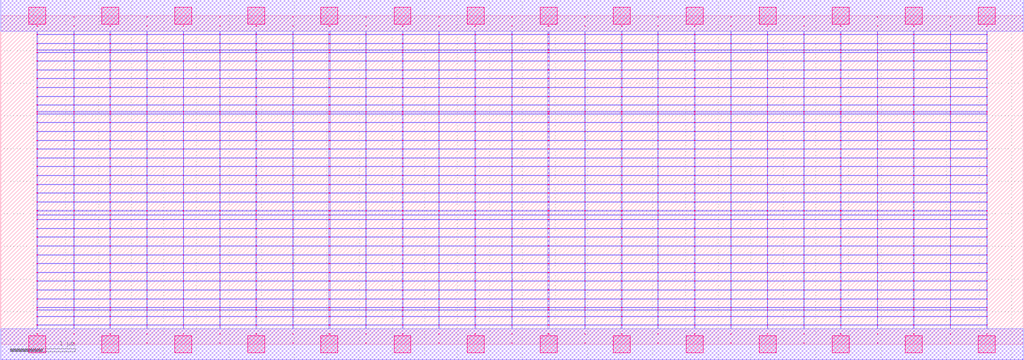
<source format=lef>
MACRO OOAOOOAI22132_DEBUG
 CLASS CORE ;
 FOREIGN OOAOOOAI22132_DEBUG 0 0 ;
 SIZE 15.68 BY 5.04 ;
 ORIGIN 0 0 ;
 SYMMETRY X Y R90 ;
 SITE unit ;

 OBS
    LAYER polycont ;
     RECT 7.83600000 2.58300000 7.84400000 2.59100000 ;
     RECT 7.83600000 2.71800000 7.84400000 2.72600000 ;
     RECT 7.83600000 2.85300000 7.84400000 2.86100000 ;
     RECT 7.83600000 2.98800000 7.84400000 2.99600000 ;
     RECT 10.07600000 2.58300000 10.08400000 2.59100000 ;
     RECT 10.63600000 2.58300000 10.64900000 2.59100000 ;
     RECT 11.19600000 2.58300000 11.20400000 2.59100000 ;
     RECT 11.75100000 2.58300000 11.76400000 2.59100000 ;
     RECT 12.31600000 2.58300000 12.32400000 2.59100000 ;
     RECT 12.87100000 2.58300000 12.88900000 2.59100000 ;
     RECT 13.43600000 2.58300000 13.44400000 2.59100000 ;
     RECT 13.99100000 2.58300000 14.00900000 2.59100000 ;
     RECT 14.55600000 2.58300000 14.56400000 2.59100000 ;
     RECT 15.11600000 2.58300000 15.12900000 2.59100000 ;
     RECT 8.39100000 2.58300000 8.40900000 2.59100000 ;
     RECT 8.39100000 2.71800000 8.40900000 2.72600000 ;
     RECT 8.95600000 2.71800000 8.96400000 2.72600000 ;
     RECT 9.51100000 2.71800000 9.52900000 2.72600000 ;
     RECT 10.07600000 2.71800000 10.08400000 2.72600000 ;
     RECT 10.63600000 2.71800000 10.64900000 2.72600000 ;
     RECT 11.19600000 2.71800000 11.20400000 2.72600000 ;
     RECT 11.75100000 2.71800000 11.76400000 2.72600000 ;
     RECT 12.31600000 2.71800000 12.32400000 2.72600000 ;
     RECT 12.87100000 2.71800000 12.88900000 2.72600000 ;
     RECT 13.43600000 2.71800000 13.44400000 2.72600000 ;
     RECT 13.99100000 2.71800000 14.00900000 2.72600000 ;
     RECT 14.55600000 2.71800000 14.56400000 2.72600000 ;
     RECT 15.11600000 2.71800000 15.12900000 2.72600000 ;
     RECT 8.95600000 2.58300000 8.96400000 2.59100000 ;
     RECT 8.39100000 2.85300000 8.40900000 2.86100000 ;
     RECT 8.95600000 2.85300000 8.96400000 2.86100000 ;
     RECT 9.51100000 2.85300000 9.52900000 2.86100000 ;
     RECT 10.07600000 2.85300000 10.08400000 2.86100000 ;
     RECT 10.63600000 2.85300000 10.64900000 2.86100000 ;
     RECT 11.19600000 2.85300000 11.20400000 2.86100000 ;
     RECT 11.75100000 2.85300000 11.76400000 2.86100000 ;
     RECT 12.31600000 2.85300000 12.32400000 2.86100000 ;
     RECT 12.87100000 2.85300000 12.88900000 2.86100000 ;
     RECT 13.43600000 2.85300000 13.44400000 2.86100000 ;
     RECT 13.99100000 2.85300000 14.00900000 2.86100000 ;
     RECT 14.55600000 2.85300000 14.56400000 2.86100000 ;
     RECT 15.11600000 2.85300000 15.12900000 2.86100000 ;
     RECT 9.51100000 2.58300000 9.52900000 2.59100000 ;
     RECT 8.39100000 2.98800000 8.40900000 2.99600000 ;
     RECT 8.95600000 2.98800000 8.96400000 2.99600000 ;
     RECT 9.51100000 2.98800000 9.52900000 2.99600000 ;
     RECT 10.07600000 2.98800000 10.08400000 2.99600000 ;
     RECT 10.63600000 2.98800000 10.64900000 2.99600000 ;
     RECT 11.19600000 2.98800000 11.20400000 2.99600000 ;
     RECT 11.75100000 2.98800000 11.76400000 2.99600000 ;
     RECT 12.31600000 2.98800000 12.32400000 2.99600000 ;
     RECT 12.87100000 2.98800000 12.88900000 2.99600000 ;
     RECT 13.43600000 2.98800000 13.44400000 2.99600000 ;
     RECT 13.99100000 2.98800000 14.00900000 2.99600000 ;
     RECT 14.55600000 2.98800000 14.56400000 2.99600000 ;
     RECT 15.11600000 2.98800000 15.12900000 2.99600000 ;
     RECT 11.19600000 3.12300000 11.20400000 3.13100000 ;
     RECT 11.19600000 3.25800000 11.20400000 3.26600000 ;
     RECT 11.19600000 3.39300000 11.20400000 3.40100000 ;
     RECT 11.19600000 3.52800000 11.20400000 3.53600000 ;
     RECT 11.19600000 3.56100000 11.20400000 3.56900000 ;
     RECT 11.19600000 3.66300000 11.20400000 3.67100000 ;
     RECT 11.19600000 3.79800000 11.20400000 3.80600000 ;
     RECT 11.19600000 3.93300000 11.20400000 3.94100000 ;
     RECT 11.19600000 4.06800000 11.20400000 4.07600000 ;
     RECT 11.19600000 4.20300000 11.20400000 4.21100000 ;
     RECT 11.19600000 4.33800000 11.20400000 4.34600000 ;
     RECT 11.19600000 4.47300000 11.20400000 4.48100000 ;
     RECT 11.19600000 4.51100000 11.20400000 4.51900000 ;
     RECT 11.19600000 4.60800000 11.20400000 4.61600000 ;
     RECT 11.19600000 4.74300000 11.20400000 4.75100000 ;
     RECT 11.19600000 4.87800000 11.20400000 4.88600000 ;
     RECT 3.91100000 2.71800000 3.92400000 2.72600000 ;
     RECT 4.47600000 2.71800000 4.48400000 2.72600000 ;
     RECT 5.03100000 2.71800000 5.04900000 2.72600000 ;
     RECT 5.59600000 2.71800000 5.60400000 2.72600000 ;
     RECT 6.15600000 2.71800000 6.16900000 2.72600000 ;
     RECT 6.71600000 2.71800000 6.72400000 2.72600000 ;
     RECT 7.27100000 2.71800000 7.28400000 2.72600000 ;
     RECT 1.11600000 2.58300000 1.12400000 2.59100000 ;
     RECT 1.67100000 2.58300000 1.68900000 2.59100000 ;
     RECT 0.55100000 2.98800000 0.56400000 2.99600000 ;
     RECT 1.11600000 2.98800000 1.12400000 2.99600000 ;
     RECT 1.67100000 2.98800000 1.68900000 2.99600000 ;
     RECT 2.23600000 2.98800000 2.24400000 2.99600000 ;
     RECT 2.79600000 2.98800000 2.80900000 2.99600000 ;
     RECT 3.35600000 2.98800000 3.36400000 2.99600000 ;
     RECT 3.91100000 2.98800000 3.92400000 2.99600000 ;
     RECT 4.47600000 2.98800000 4.48400000 2.99600000 ;
     RECT 5.03100000 2.98800000 5.04900000 2.99600000 ;
     RECT 5.59600000 2.98800000 5.60400000 2.99600000 ;
     RECT 6.15600000 2.98800000 6.16900000 2.99600000 ;
     RECT 6.71600000 2.98800000 6.72400000 2.99600000 ;
     RECT 7.27100000 2.98800000 7.28400000 2.99600000 ;
     RECT 2.23600000 2.58300000 2.24400000 2.59100000 ;
     RECT 2.79600000 2.58300000 2.80900000 2.59100000 ;
     RECT 3.35600000 2.58300000 3.36400000 2.59100000 ;
     RECT 3.91100000 2.58300000 3.92400000 2.59100000 ;
     RECT 4.47600000 2.58300000 4.48400000 2.59100000 ;
     RECT 5.03100000 2.58300000 5.04900000 2.59100000 ;
     RECT 5.59600000 2.58300000 5.60400000 2.59100000 ;
     RECT 6.15600000 2.58300000 6.16900000 2.59100000 ;
     RECT 6.71600000 2.58300000 6.72400000 2.59100000 ;
     RECT 7.27100000 2.58300000 7.28400000 2.59100000 ;
     RECT 0.55100000 2.58300000 0.56400000 2.59100000 ;
     RECT 0.55100000 2.71800000 0.56400000 2.72600000 ;
     RECT 0.55100000 2.85300000 0.56400000 2.86100000 ;
     RECT 1.11600000 2.85300000 1.12400000 2.86100000 ;
     RECT 3.35600000 3.12300000 3.36400000 3.13100000 ;
     RECT 6.71600000 3.12300000 6.72400000 3.13100000 ;
     RECT 1.67100000 2.85300000 1.68900000 2.86100000 ;
     RECT 3.35600000 3.25800000 3.36400000 3.26600000 ;
     RECT 6.71600000 3.25800000 6.72400000 3.26600000 ;
     RECT 2.23600000 2.85300000 2.24400000 2.86100000 ;
     RECT 3.35600000 3.39300000 3.36400000 3.40100000 ;
     RECT 6.71600000 3.39300000 6.72400000 3.40100000 ;
     RECT 2.79600000 2.85300000 2.80900000 2.86100000 ;
     RECT 3.35600000 3.52800000 3.36400000 3.53600000 ;
     RECT 6.71600000 3.52800000 6.72400000 3.53600000 ;
     RECT 3.35600000 2.85300000 3.36400000 2.86100000 ;
     RECT 3.35600000 3.56100000 3.36400000 3.56900000 ;
     RECT 6.71600000 3.56100000 6.72400000 3.56900000 ;
     RECT 3.91100000 2.85300000 3.92400000 2.86100000 ;
     RECT 3.35600000 3.66300000 3.36400000 3.67100000 ;
     RECT 6.71600000 3.66300000 6.72400000 3.67100000 ;
     RECT 4.47600000 2.85300000 4.48400000 2.86100000 ;
     RECT 3.35600000 3.79800000 3.36400000 3.80600000 ;
     RECT 6.71600000 3.79800000 6.72400000 3.80600000 ;
     RECT 5.03100000 2.85300000 5.04900000 2.86100000 ;
     RECT 3.35600000 3.93300000 3.36400000 3.94100000 ;
     RECT 6.71600000 3.93300000 6.72400000 3.94100000 ;
     RECT 5.59600000 2.85300000 5.60400000 2.86100000 ;
     RECT 3.35600000 4.06800000 3.36400000 4.07600000 ;
     RECT 6.71600000 4.06800000 6.72400000 4.07600000 ;
     RECT 6.15600000 2.85300000 6.16900000 2.86100000 ;
     RECT 3.35600000 4.20300000 3.36400000 4.21100000 ;
     RECT 6.71600000 4.20300000 6.72400000 4.21100000 ;
     RECT 6.71600000 2.85300000 6.72400000 2.86100000 ;
     RECT 3.35600000 4.33800000 3.36400000 4.34600000 ;
     RECT 6.71600000 4.33800000 6.72400000 4.34600000 ;
     RECT 7.27100000 2.85300000 7.28400000 2.86100000 ;
     RECT 3.35600000 4.47300000 3.36400000 4.48100000 ;
     RECT 6.71600000 4.47300000 6.72400000 4.48100000 ;
     RECT 1.11600000 2.71800000 1.12400000 2.72600000 ;
     RECT 3.35600000 4.51100000 3.36400000 4.51900000 ;
     RECT 6.71600000 4.51100000 6.72400000 4.51900000 ;
     RECT 1.67100000 2.71800000 1.68900000 2.72600000 ;
     RECT 3.35600000 4.60800000 3.36400000 4.61600000 ;
     RECT 6.71600000 4.60800000 6.72400000 4.61600000 ;
     RECT 2.23600000 2.71800000 2.24400000 2.72600000 ;
     RECT 3.35600000 4.74300000 3.36400000 4.75100000 ;
     RECT 6.71600000 4.74300000 6.72400000 4.75100000 ;
     RECT 2.79600000 2.71800000 2.80900000 2.72600000 ;
     RECT 3.35600000 4.87800000 3.36400000 4.88600000 ;
     RECT 6.71600000 4.87800000 6.72400000 4.88600000 ;
     RECT 3.35600000 2.71800000 3.36400000 2.72600000 ;
     RECT 12.31600000 1.36800000 12.32400000 1.37600000 ;
     RECT 12.87100000 1.36800000 12.88900000 1.37600000 ;
     RECT 13.43600000 1.36800000 13.44400000 1.37600000 ;
     RECT 13.99100000 1.36800000 14.00900000 1.37600000 ;
     RECT 14.55600000 1.36800000 14.56400000 1.37600000 ;
     RECT 15.11600000 1.36800000 15.12900000 1.37600000 ;
     RECT 12.31600000 1.50300000 12.32400000 1.51100000 ;
     RECT 12.87100000 1.50300000 12.88900000 1.51100000 ;
     RECT 13.43600000 1.50300000 13.44400000 1.51100000 ;
     RECT 13.99100000 1.50300000 14.00900000 1.51100000 ;
     RECT 14.55600000 1.50300000 14.56400000 1.51100000 ;
     RECT 15.11600000 1.50300000 15.12900000 1.51100000 ;
     RECT 12.31600000 1.63800000 12.32400000 1.64600000 ;
     RECT 12.87100000 1.63800000 12.88900000 1.64600000 ;
     RECT 13.43600000 1.63800000 13.44400000 1.64600000 ;
     RECT 13.99100000 1.63800000 14.00900000 1.64600000 ;
     RECT 14.55600000 1.63800000 14.56400000 1.64600000 ;
     RECT 15.11600000 1.63800000 15.12900000 1.64600000 ;
     RECT 12.31600000 1.77300000 12.32400000 1.78100000 ;
     RECT 12.87100000 1.77300000 12.88900000 1.78100000 ;
     RECT 13.43600000 1.77300000 13.44400000 1.78100000 ;
     RECT 13.99100000 1.77300000 14.00900000 1.78100000 ;
     RECT 14.55600000 1.77300000 14.56400000 1.78100000 ;
     RECT 15.11600000 1.77300000 15.12900000 1.78100000 ;
     RECT 12.31600000 1.90800000 12.32400000 1.91600000 ;
     RECT 12.87100000 1.90800000 12.88900000 1.91600000 ;
     RECT 13.43600000 1.90800000 13.44400000 1.91600000 ;
     RECT 13.99100000 1.90800000 14.00900000 1.91600000 ;
     RECT 14.55600000 1.90800000 14.56400000 1.91600000 ;
     RECT 15.11600000 1.90800000 15.12900000 1.91600000 ;
     RECT 12.31600000 1.98100000 12.32400000 1.98900000 ;
     RECT 12.87100000 1.98100000 12.88900000 1.98900000 ;
     RECT 13.43600000 1.98100000 13.44400000 1.98900000 ;
     RECT 13.99100000 1.98100000 14.00900000 1.98900000 ;
     RECT 14.55600000 1.98100000 14.56400000 1.98900000 ;
     RECT 15.11600000 1.98100000 15.12900000 1.98900000 ;
     RECT 12.31600000 2.04300000 12.32400000 2.05100000 ;
     RECT 12.87100000 2.04300000 12.88900000 2.05100000 ;
     RECT 13.43600000 2.04300000 13.44400000 2.05100000 ;
     RECT 13.99100000 2.04300000 14.00900000 2.05100000 ;
     RECT 14.55600000 2.04300000 14.56400000 2.05100000 ;
     RECT 15.11600000 2.04300000 15.12900000 2.05100000 ;
     RECT 12.31600000 2.17800000 12.32400000 2.18600000 ;
     RECT 12.87100000 2.17800000 12.88900000 2.18600000 ;
     RECT 13.43600000 2.17800000 13.44400000 2.18600000 ;
     RECT 13.99100000 2.17800000 14.00900000 2.18600000 ;
     RECT 14.55600000 2.17800000 14.56400000 2.18600000 ;
     RECT 15.11600000 2.17800000 15.12900000 2.18600000 ;
     RECT 12.31600000 2.31300000 12.32400000 2.32100000 ;
     RECT 12.87100000 2.31300000 12.88900000 2.32100000 ;
     RECT 13.43600000 2.31300000 13.44400000 2.32100000 ;
     RECT 13.99100000 2.31300000 14.00900000 2.32100000 ;
     RECT 14.55600000 2.31300000 14.56400000 2.32100000 ;
     RECT 15.11600000 2.31300000 15.12900000 2.32100000 ;
     RECT 12.31600000 2.44800000 12.32400000 2.45600000 ;
     RECT 12.87100000 2.44800000 12.88900000 2.45600000 ;
     RECT 13.43600000 2.44800000 13.44400000 2.45600000 ;
     RECT 13.99100000 2.44800000 14.00900000 2.45600000 ;
     RECT 14.55600000 2.44800000 14.56400000 2.45600000 ;
     RECT 15.11600000 2.44800000 15.12900000 2.45600000 ;
     RECT 12.31600000 1.09800000 12.32400000 1.10600000 ;
     RECT 12.87100000 1.09800000 12.88900000 1.10600000 ;
     RECT 13.43600000 1.09800000 13.44400000 1.10600000 ;
     RECT 13.99100000 1.09800000 14.00900000 1.10600000 ;
     RECT 14.55600000 1.09800000 14.56400000 1.10600000 ;
     RECT 15.11600000 1.09800000 15.12900000 1.10600000 ;
     RECT 12.31600000 1.23300000 12.32400000 1.24100000 ;
     RECT 12.87100000 1.23300000 12.88900000 1.24100000 ;
     RECT 13.43600000 1.23300000 13.44400000 1.24100000 ;
     RECT 13.99100000 1.23300000 14.00900000 1.24100000 ;
     RECT 14.55600000 1.23300000 14.56400000 1.24100000 ;
     RECT 15.11600000 1.23300000 15.12900000 1.24100000 ;
     RECT 12.31600000 0.82800000 12.32400000 0.83600000 ;
     RECT 12.87100000 0.82800000 12.88900000 0.83600000 ;
     RECT 13.43600000 0.82800000 13.44400000 0.83600000 ;
     RECT 13.99100000 0.82800000 14.00900000 0.83600000 ;
     RECT 14.55600000 0.82800000 14.56400000 0.83600000 ;
     RECT 15.11600000 0.82800000 15.12900000 0.83600000 ;
     RECT 12.31600000 0.96300000 12.32400000 0.97100000 ;
     RECT 12.87100000 0.96300000 12.88900000 0.97100000 ;
     RECT 13.43600000 0.96300000 13.44400000 0.97100000 ;
     RECT 13.99100000 0.96300000 14.00900000 0.97100000 ;
     RECT 14.55600000 0.96300000 14.56400000 0.97100000 ;
     RECT 15.11600000 0.96300000 15.12900000 0.97100000 ;
     RECT 12.31600000 0.15300000 12.32400000 0.16100000 ;
     RECT 12.87100000 0.15300000 12.88900000 0.16100000 ;
     RECT 13.43600000 0.15300000 13.44400000 0.16100000 ;
     RECT 13.99100000 0.15300000 14.00900000 0.16100000 ;
     RECT 14.55600000 0.15300000 14.56400000 0.16100000 ;
     RECT 15.11600000 0.15300000 15.12900000 0.16100000 ;
     RECT 12.31600000 0.28800000 12.32400000 0.29600000 ;
     RECT 12.87100000 0.28800000 12.88900000 0.29600000 ;
     RECT 13.43600000 0.28800000 13.44400000 0.29600000 ;
     RECT 13.99100000 0.28800000 14.00900000 0.29600000 ;
     RECT 14.55600000 0.28800000 14.56400000 0.29600000 ;
     RECT 15.11600000 0.28800000 15.12900000 0.29600000 ;
     RECT 12.31600000 0.42300000 12.32400000 0.43100000 ;
     RECT 12.87100000 0.42300000 12.88900000 0.43100000 ;
     RECT 13.43600000 0.42300000 13.44400000 0.43100000 ;
     RECT 13.99100000 0.42300000 14.00900000 0.43100000 ;
     RECT 14.55600000 0.42300000 14.56400000 0.43100000 ;
     RECT 15.11600000 0.42300000 15.12900000 0.43100000 ;
     RECT 12.31600000 0.52100000 12.32400000 0.52900000 ;
     RECT 12.87100000 0.52100000 12.88900000 0.52900000 ;
     RECT 13.43600000 0.52100000 13.44400000 0.52900000 ;
     RECT 13.99100000 0.52100000 14.00900000 0.52900000 ;
     RECT 14.55600000 0.52100000 14.56400000 0.52900000 ;
     RECT 15.11600000 0.52100000 15.12900000 0.52900000 ;
     RECT 12.31600000 0.55800000 12.32400000 0.56600000 ;
     RECT 12.87100000 0.55800000 12.88900000 0.56600000 ;
     RECT 13.43600000 0.55800000 13.44400000 0.56600000 ;
     RECT 13.99100000 0.55800000 14.00900000 0.56600000 ;
     RECT 14.55600000 0.55800000 14.56400000 0.56600000 ;
     RECT 15.11600000 0.55800000 15.12900000 0.56600000 ;
     RECT 12.31600000 0.69300000 12.32400000 0.70100000 ;
     RECT 12.87100000 0.69300000 12.88900000 0.70100000 ;
     RECT 13.43600000 0.69300000 13.44400000 0.70100000 ;
     RECT 13.99100000 0.69300000 14.00900000 0.70100000 ;
     RECT 14.55600000 0.69300000 14.56400000 0.70100000 ;
     RECT 15.11600000 0.69300000 15.12900000 0.70100000 ;

    LAYER pdiffc ;
     RECT 0.55100000 3.39300000 0.55900000 3.40100000 ;
     RECT 2.80100000 3.39300000 2.80900000 3.40100000 ;
     RECT 3.91100000 3.39300000 3.91900000 3.40100000 ;
     RECT 6.16100000 3.39300000 6.16900000 3.40100000 ;
     RECT 7.27100000 3.39300000 7.27900000 3.40100000 ;
     RECT 10.64100000 3.39300000 10.64900000 3.40100000 ;
     RECT 11.75100000 3.39300000 11.75900000 3.40100000 ;
     RECT 15.12100000 3.39300000 15.12900000 3.40100000 ;
     RECT 0.55100000 3.52800000 0.55900000 3.53600000 ;
     RECT 2.80100000 3.52800000 2.80900000 3.53600000 ;
     RECT 3.91100000 3.52800000 3.91900000 3.53600000 ;
     RECT 6.16100000 3.52800000 6.16900000 3.53600000 ;
     RECT 7.27100000 3.52800000 7.27900000 3.53600000 ;
     RECT 10.64100000 3.52800000 10.64900000 3.53600000 ;
     RECT 11.75100000 3.52800000 11.75900000 3.53600000 ;
     RECT 15.12100000 3.52800000 15.12900000 3.53600000 ;
     RECT 0.55100000 3.56100000 0.55900000 3.56900000 ;
     RECT 2.80100000 3.56100000 2.80900000 3.56900000 ;
     RECT 3.91100000 3.56100000 3.91900000 3.56900000 ;
     RECT 6.16100000 3.56100000 6.16900000 3.56900000 ;
     RECT 7.27100000 3.56100000 7.27900000 3.56900000 ;
     RECT 10.64100000 3.56100000 10.64900000 3.56900000 ;
     RECT 11.75100000 3.56100000 11.75900000 3.56900000 ;
     RECT 15.12100000 3.56100000 15.12900000 3.56900000 ;
     RECT 0.55100000 3.66300000 0.55900000 3.67100000 ;
     RECT 2.80100000 3.66300000 2.80900000 3.67100000 ;
     RECT 3.91100000 3.66300000 3.91900000 3.67100000 ;
     RECT 6.16100000 3.66300000 6.16900000 3.67100000 ;
     RECT 7.27100000 3.66300000 7.27900000 3.67100000 ;
     RECT 10.64100000 3.66300000 10.64900000 3.67100000 ;
     RECT 11.75100000 3.66300000 11.75900000 3.67100000 ;
     RECT 15.12100000 3.66300000 15.12900000 3.67100000 ;
     RECT 0.55100000 3.79800000 0.55900000 3.80600000 ;
     RECT 2.80100000 3.79800000 2.80900000 3.80600000 ;
     RECT 3.91100000 3.79800000 3.91900000 3.80600000 ;
     RECT 6.16100000 3.79800000 6.16900000 3.80600000 ;
     RECT 7.27100000 3.79800000 7.27900000 3.80600000 ;
     RECT 10.64100000 3.79800000 10.64900000 3.80600000 ;
     RECT 11.75100000 3.79800000 11.75900000 3.80600000 ;
     RECT 15.12100000 3.79800000 15.12900000 3.80600000 ;
     RECT 0.55100000 3.93300000 0.55900000 3.94100000 ;
     RECT 2.80100000 3.93300000 2.80900000 3.94100000 ;
     RECT 3.91100000 3.93300000 3.91900000 3.94100000 ;
     RECT 6.16100000 3.93300000 6.16900000 3.94100000 ;
     RECT 7.27100000 3.93300000 7.27900000 3.94100000 ;
     RECT 10.64100000 3.93300000 10.64900000 3.94100000 ;
     RECT 11.75100000 3.93300000 11.75900000 3.94100000 ;
     RECT 15.12100000 3.93300000 15.12900000 3.94100000 ;
     RECT 0.55100000 4.06800000 0.55900000 4.07600000 ;
     RECT 2.80100000 4.06800000 2.80900000 4.07600000 ;
     RECT 3.91100000 4.06800000 3.91900000 4.07600000 ;
     RECT 6.16100000 4.06800000 6.16900000 4.07600000 ;
     RECT 7.27100000 4.06800000 7.27900000 4.07600000 ;
     RECT 10.64100000 4.06800000 10.64900000 4.07600000 ;
     RECT 11.75100000 4.06800000 11.75900000 4.07600000 ;
     RECT 15.12100000 4.06800000 15.12900000 4.07600000 ;
     RECT 0.55100000 4.20300000 0.55900000 4.21100000 ;
     RECT 2.80100000 4.20300000 2.80900000 4.21100000 ;
     RECT 3.91100000 4.20300000 3.91900000 4.21100000 ;
     RECT 6.16100000 4.20300000 6.16900000 4.21100000 ;
     RECT 7.27100000 4.20300000 7.27900000 4.21100000 ;
     RECT 10.64100000 4.20300000 10.64900000 4.21100000 ;
     RECT 11.75100000 4.20300000 11.75900000 4.21100000 ;
     RECT 15.12100000 4.20300000 15.12900000 4.21100000 ;
     RECT 0.55100000 4.33800000 0.55900000 4.34600000 ;
     RECT 2.80100000 4.33800000 2.80900000 4.34600000 ;
     RECT 3.91100000 4.33800000 3.91900000 4.34600000 ;
     RECT 6.16100000 4.33800000 6.16900000 4.34600000 ;
     RECT 7.27100000 4.33800000 7.27900000 4.34600000 ;
     RECT 10.64100000 4.33800000 10.64900000 4.34600000 ;
     RECT 11.75100000 4.33800000 11.75900000 4.34600000 ;
     RECT 15.12100000 4.33800000 15.12900000 4.34600000 ;
     RECT 0.55100000 4.47300000 0.55900000 4.48100000 ;
     RECT 2.80100000 4.47300000 2.80900000 4.48100000 ;
     RECT 3.91100000 4.47300000 3.91900000 4.48100000 ;
     RECT 6.16100000 4.47300000 6.16900000 4.48100000 ;
     RECT 7.27100000 4.47300000 7.27900000 4.48100000 ;
     RECT 10.64100000 4.47300000 10.64900000 4.48100000 ;
     RECT 11.75100000 4.47300000 11.75900000 4.48100000 ;
     RECT 15.12100000 4.47300000 15.12900000 4.48100000 ;
     RECT 0.55100000 4.51100000 0.55900000 4.51900000 ;
     RECT 2.80100000 4.51100000 2.80900000 4.51900000 ;
     RECT 3.91100000 4.51100000 3.91900000 4.51900000 ;
     RECT 6.16100000 4.51100000 6.16900000 4.51900000 ;
     RECT 7.27100000 4.51100000 7.27900000 4.51900000 ;
     RECT 10.64100000 4.51100000 10.64900000 4.51900000 ;
     RECT 11.75100000 4.51100000 11.75900000 4.51900000 ;
     RECT 15.12100000 4.51100000 15.12900000 4.51900000 ;
     RECT 0.55100000 4.60800000 0.55900000 4.61600000 ;
     RECT 2.80100000 4.60800000 2.80900000 4.61600000 ;
     RECT 3.91100000 4.60800000 3.91900000 4.61600000 ;
     RECT 6.16100000 4.60800000 6.16900000 4.61600000 ;
     RECT 7.27100000 4.60800000 7.27900000 4.61600000 ;
     RECT 10.64100000 4.60800000 10.64900000 4.61600000 ;
     RECT 11.75100000 4.60800000 11.75900000 4.61600000 ;
     RECT 15.12100000 4.60800000 15.12900000 4.61600000 ;

    LAYER ndiffc ;
     RECT 6.15600000 0.42300000 6.16900000 0.43100000 ;
     RECT 6.15600000 0.52100000 6.16900000 0.52900000 ;
     RECT 6.15600000 0.55800000 6.16900000 0.56600000 ;
     RECT 6.15600000 0.69300000 6.16900000 0.70100000 ;
     RECT 6.15600000 0.82800000 6.16900000 0.83600000 ;
     RECT 6.15600000 0.96300000 6.16900000 0.97100000 ;
     RECT 6.15600000 1.09800000 6.16900000 1.10600000 ;
     RECT 6.15600000 1.23300000 6.16900000 1.24100000 ;
     RECT 6.15600000 1.36800000 6.16900000 1.37600000 ;
     RECT 6.15600000 1.50300000 6.16900000 1.51100000 ;
     RECT 6.15600000 1.63800000 6.16900000 1.64600000 ;
     RECT 6.15600000 1.77300000 6.16900000 1.78100000 ;
     RECT 6.15600000 1.90800000 6.16900000 1.91600000 ;
     RECT 6.15600000 1.98100000 6.16900000 1.98900000 ;
     RECT 6.15600000 2.04300000 6.16900000 2.05100000 ;
     RECT 9.51100000 0.55800000 9.52900000 0.56600000 ;
     RECT 10.63600000 0.55800000 10.64900000 0.56600000 ;
     RECT 11.75100000 0.55800000 11.76400000 0.56600000 ;
     RECT 9.51100000 0.42300000 9.52900000 0.43100000 ;
     RECT 7.27100000 0.69300000 7.28400000 0.70100000 ;
     RECT 8.39100000 0.69300000 8.40900000 0.70100000 ;
     RECT 9.51100000 0.69300000 9.52900000 0.70100000 ;
     RECT 10.63600000 0.69300000 10.64900000 0.70100000 ;
     RECT 11.75100000 0.69300000 11.76400000 0.70100000 ;
     RECT 10.63600000 0.42300000 10.64900000 0.43100000 ;
     RECT 7.27100000 0.82800000 7.28400000 0.83600000 ;
     RECT 8.39100000 0.82800000 8.40900000 0.83600000 ;
     RECT 9.51100000 0.82800000 9.52900000 0.83600000 ;
     RECT 10.63600000 0.82800000 10.64900000 0.83600000 ;
     RECT 11.75100000 0.82800000 11.76400000 0.83600000 ;
     RECT 11.75100000 0.42300000 11.76400000 0.43100000 ;
     RECT 7.27100000 0.96300000 7.28400000 0.97100000 ;
     RECT 8.39100000 0.96300000 8.40900000 0.97100000 ;
     RECT 9.51100000 0.96300000 9.52900000 0.97100000 ;
     RECT 10.63600000 0.96300000 10.64900000 0.97100000 ;
     RECT 11.75100000 0.96300000 11.76400000 0.97100000 ;
     RECT 7.27100000 0.42300000 7.28400000 0.43100000 ;
     RECT 7.27100000 1.09800000 7.28400000 1.10600000 ;
     RECT 8.39100000 1.09800000 8.40900000 1.10600000 ;
     RECT 9.51100000 1.09800000 9.52900000 1.10600000 ;
     RECT 10.63600000 1.09800000 10.64900000 1.10600000 ;
     RECT 11.75100000 1.09800000 11.76400000 1.10600000 ;
     RECT 7.27100000 0.52100000 7.28400000 0.52900000 ;
     RECT 7.27100000 1.23300000 7.28400000 1.24100000 ;
     RECT 8.39100000 1.23300000 8.40900000 1.24100000 ;
     RECT 9.51100000 1.23300000 9.52900000 1.24100000 ;
     RECT 10.63600000 1.23300000 10.64900000 1.24100000 ;
     RECT 11.75100000 1.23300000 11.76400000 1.24100000 ;
     RECT 8.39100000 0.52100000 8.40900000 0.52900000 ;
     RECT 7.27100000 1.36800000 7.28400000 1.37600000 ;
     RECT 8.39100000 1.36800000 8.40900000 1.37600000 ;
     RECT 9.51100000 1.36800000 9.52900000 1.37600000 ;
     RECT 10.63600000 1.36800000 10.64900000 1.37600000 ;
     RECT 11.75100000 1.36800000 11.76400000 1.37600000 ;
     RECT 9.51100000 0.52100000 9.52900000 0.52900000 ;
     RECT 7.27100000 1.50300000 7.28400000 1.51100000 ;
     RECT 8.39100000 1.50300000 8.40900000 1.51100000 ;
     RECT 9.51100000 1.50300000 9.52900000 1.51100000 ;
     RECT 10.63600000 1.50300000 10.64900000 1.51100000 ;
     RECT 11.75100000 1.50300000 11.76400000 1.51100000 ;
     RECT 10.63600000 0.52100000 10.64900000 0.52900000 ;
     RECT 7.27100000 1.63800000 7.28400000 1.64600000 ;
     RECT 8.39100000 1.63800000 8.40900000 1.64600000 ;
     RECT 9.51100000 1.63800000 9.52900000 1.64600000 ;
     RECT 10.63600000 1.63800000 10.64900000 1.64600000 ;
     RECT 11.75100000 1.63800000 11.76400000 1.64600000 ;
     RECT 11.75100000 0.52100000 11.76400000 0.52900000 ;
     RECT 7.27100000 1.77300000 7.28400000 1.78100000 ;
     RECT 8.39100000 1.77300000 8.40900000 1.78100000 ;
     RECT 9.51100000 1.77300000 9.52900000 1.78100000 ;
     RECT 10.63600000 1.77300000 10.64900000 1.78100000 ;
     RECT 11.75100000 1.77300000 11.76400000 1.78100000 ;
     RECT 8.39100000 0.42300000 8.40900000 0.43100000 ;
     RECT 7.27100000 1.90800000 7.28400000 1.91600000 ;
     RECT 8.39100000 1.90800000 8.40900000 1.91600000 ;
     RECT 9.51100000 1.90800000 9.52900000 1.91600000 ;
     RECT 10.63600000 1.90800000 10.64900000 1.91600000 ;
     RECT 11.75100000 1.90800000 11.76400000 1.91600000 ;
     RECT 7.27100000 0.55800000 7.28400000 0.56600000 ;
     RECT 7.27100000 1.98100000 7.28400000 1.98900000 ;
     RECT 8.39100000 1.98100000 8.40900000 1.98900000 ;
     RECT 9.51100000 1.98100000 9.52900000 1.98900000 ;
     RECT 10.63600000 1.98100000 10.64900000 1.98900000 ;
     RECT 11.75100000 1.98100000 11.76400000 1.98900000 ;
     RECT 8.39100000 0.55800000 8.40900000 0.56600000 ;
     RECT 7.27100000 2.04300000 7.28400000 2.05100000 ;
     RECT 8.39100000 2.04300000 8.40900000 2.05100000 ;
     RECT 9.51100000 2.04300000 9.52900000 2.05100000 ;
     RECT 10.63600000 2.04300000 10.64900000 2.05100000 ;
     RECT 11.75100000 2.04300000 11.76400000 2.05100000 ;
     RECT 2.79600000 1.36800000 2.80900000 1.37600000 ;
     RECT 3.91100000 1.36800000 3.92400000 1.37600000 ;
     RECT 5.03100000 1.36800000 5.04900000 1.37600000 ;
     RECT 5.03100000 0.82800000 5.04900000 0.83600000 ;
     RECT 2.79600000 0.55800000 2.80900000 0.56600000 ;
     RECT 3.91100000 0.55800000 3.92400000 0.56600000 ;
     RECT 5.03100000 0.55800000 5.04900000 0.56600000 ;
     RECT 1.67100000 0.52100000 1.68900000 0.52900000 ;
     RECT 2.79600000 0.52100000 2.80900000 0.52900000 ;
     RECT 0.55100000 1.50300000 0.56400000 1.51100000 ;
     RECT 1.67100000 1.50300000 1.68900000 1.51100000 ;
     RECT 2.79600000 1.50300000 2.80900000 1.51100000 ;
     RECT 3.91100000 1.50300000 3.92400000 1.51100000 ;
     RECT 5.03100000 1.50300000 5.04900000 1.51100000 ;
     RECT 3.91100000 0.52100000 3.92400000 0.52900000 ;
     RECT 0.55100000 0.96300000 0.56400000 0.97100000 ;
     RECT 1.67100000 0.96300000 1.68900000 0.97100000 ;
     RECT 2.79600000 0.96300000 2.80900000 0.97100000 ;
     RECT 3.91100000 0.96300000 3.92400000 0.97100000 ;
     RECT 5.03100000 0.96300000 5.04900000 0.97100000 ;
     RECT 0.55100000 1.63800000 0.56400000 1.64600000 ;
     RECT 1.67100000 1.63800000 1.68900000 1.64600000 ;
     RECT 2.79600000 1.63800000 2.80900000 1.64600000 ;
     RECT 3.91100000 1.63800000 3.92400000 1.64600000 ;
     RECT 5.03100000 1.63800000 5.04900000 1.64600000 ;
     RECT 5.03100000 0.52100000 5.04900000 0.52900000 ;
     RECT 1.67100000 0.42300000 1.68900000 0.43100000 ;
     RECT 2.79600000 0.42300000 2.80900000 0.43100000 ;
     RECT 0.55100000 0.69300000 0.56400000 0.70100000 ;
     RECT 1.67100000 0.69300000 1.68900000 0.70100000 ;
     RECT 2.79600000 0.69300000 2.80900000 0.70100000 ;
     RECT 0.55100000 1.77300000 0.56400000 1.78100000 ;
     RECT 1.67100000 1.77300000 1.68900000 1.78100000 ;
     RECT 2.79600000 1.77300000 2.80900000 1.78100000 ;
     RECT 3.91100000 1.77300000 3.92400000 1.78100000 ;
     RECT 5.03100000 1.77300000 5.04900000 1.78100000 ;
     RECT 0.55100000 1.09800000 0.56400000 1.10600000 ;
     RECT 1.67100000 1.09800000 1.68900000 1.10600000 ;
     RECT 2.79600000 1.09800000 2.80900000 1.10600000 ;
     RECT 3.91100000 1.09800000 3.92400000 1.10600000 ;
     RECT 5.03100000 1.09800000 5.04900000 1.10600000 ;
     RECT 3.91100000 0.69300000 3.92400000 0.70100000 ;
     RECT 0.55100000 1.90800000 0.56400000 1.91600000 ;
     RECT 1.67100000 1.90800000 1.68900000 1.91600000 ;
     RECT 2.79600000 1.90800000 2.80900000 1.91600000 ;
     RECT 3.91100000 1.90800000 3.92400000 1.91600000 ;
     RECT 5.03100000 1.90800000 5.04900000 1.91600000 ;
     RECT 5.03100000 0.69300000 5.04900000 0.70100000 ;
     RECT 3.91100000 0.42300000 3.92400000 0.43100000 ;
     RECT 5.03100000 0.42300000 5.04900000 0.43100000 ;
     RECT 0.55100000 0.42300000 0.56400000 0.43100000 ;
     RECT 0.55100000 0.52100000 0.56400000 0.52900000 ;
     RECT 0.55100000 1.23300000 0.56400000 1.24100000 ;
     RECT 0.55100000 1.98100000 0.56400000 1.98900000 ;
     RECT 1.67100000 1.98100000 1.68900000 1.98900000 ;
     RECT 2.79600000 1.98100000 2.80900000 1.98900000 ;
     RECT 3.91100000 1.98100000 3.92400000 1.98900000 ;
     RECT 5.03100000 1.98100000 5.04900000 1.98900000 ;
     RECT 1.67100000 1.23300000 1.68900000 1.24100000 ;
     RECT 2.79600000 1.23300000 2.80900000 1.24100000 ;
     RECT 3.91100000 1.23300000 3.92400000 1.24100000 ;
     RECT 5.03100000 1.23300000 5.04900000 1.24100000 ;
     RECT 0.55100000 0.55800000 0.56400000 0.56600000 ;
     RECT 1.67100000 0.55800000 1.68900000 0.56600000 ;
     RECT 0.55100000 2.04300000 0.56400000 2.05100000 ;
     RECT 1.67100000 2.04300000 1.68900000 2.05100000 ;
     RECT 2.79600000 2.04300000 2.80900000 2.05100000 ;
     RECT 3.91100000 2.04300000 3.92400000 2.05100000 ;
     RECT 5.03100000 2.04300000 5.04900000 2.05100000 ;
     RECT 0.55100000 0.82800000 0.56400000 0.83600000 ;
     RECT 1.67100000 0.82800000 1.68900000 0.83600000 ;
     RECT 2.79600000 0.82800000 2.80900000 0.83600000 ;
     RECT 3.91100000 0.82800000 3.92400000 0.83600000 ;
     RECT 0.55100000 1.36800000 0.56400000 1.37600000 ;
     RECT 1.67100000 1.36800000 1.68900000 1.37600000 ;

    LAYER met1 ;
     RECT 0.00000000 -0.24000000 15.68000000 0.24000000 ;
     RECT 7.83600000 0.24000000 7.84400000 0.28800000 ;
     RECT 0.55100000 0.28800000 15.12900000 0.29600000 ;
     RECT 7.83600000 0.29600000 7.84400000 0.42300000 ;
     RECT 0.55100000 0.42300000 15.12900000 0.43100000 ;
     RECT 7.83600000 0.43100000 7.84400000 0.52100000 ;
     RECT 0.55100000 0.52100000 15.12900000 0.52900000 ;
     RECT 7.83600000 0.52900000 7.84400000 0.55800000 ;
     RECT 0.55100000 0.55800000 15.12900000 0.56600000 ;
     RECT 7.83600000 0.56600000 7.84400000 0.69300000 ;
     RECT 0.55100000 0.69300000 15.12900000 0.70100000 ;
     RECT 7.83600000 0.70100000 7.84400000 0.82800000 ;
     RECT 0.55100000 0.82800000 15.12900000 0.83600000 ;
     RECT 7.83600000 0.83600000 7.84400000 0.96300000 ;
     RECT 0.55100000 0.96300000 15.12900000 0.97100000 ;
     RECT 7.83600000 0.97100000 7.84400000 1.09800000 ;
     RECT 0.55100000 1.09800000 15.12900000 1.10600000 ;
     RECT 7.83600000 1.10600000 7.84400000 1.23300000 ;
     RECT 0.55100000 1.23300000 15.12900000 1.24100000 ;
     RECT 7.83600000 1.24100000 7.84400000 1.36800000 ;
     RECT 0.55100000 1.36800000 15.12900000 1.37600000 ;
     RECT 7.83600000 1.37600000 7.84400000 1.50300000 ;
     RECT 0.55100000 1.50300000 15.12900000 1.51100000 ;
     RECT 7.83600000 1.51100000 7.84400000 1.63800000 ;
     RECT 0.55100000 1.63800000 15.12900000 1.64600000 ;
     RECT 7.83600000 1.64600000 7.84400000 1.77300000 ;
     RECT 0.55100000 1.77300000 15.12900000 1.78100000 ;
     RECT 7.83600000 1.78100000 7.84400000 1.90800000 ;
     RECT 0.55100000 1.90800000 15.12900000 1.91600000 ;
     RECT 7.83600000 1.91600000 7.84400000 1.98100000 ;
     RECT 0.55100000 1.98100000 15.12900000 1.98900000 ;
     RECT 7.83600000 1.98900000 7.84400000 2.04300000 ;
     RECT 0.55100000 2.04300000 15.12900000 2.05100000 ;
     RECT 7.83600000 2.05100000 7.84400000 2.17800000 ;
     RECT 0.55100000 2.17800000 15.12900000 2.18600000 ;
     RECT 7.83600000 2.18600000 7.84400000 2.31300000 ;
     RECT 0.55100000 2.31300000 15.12900000 2.32100000 ;
     RECT 7.83600000 2.32100000 7.84400000 2.44800000 ;
     RECT 0.55100000 2.44800000 15.12900000 2.45600000 ;
     RECT 0.55100000 2.45600000 0.56400000 2.58300000 ;
     RECT 1.11600000 2.45600000 1.12400000 2.58300000 ;
     RECT 1.67100000 2.45600000 1.68900000 2.58300000 ;
     RECT 2.23600000 2.45600000 2.24400000 2.58300000 ;
     RECT 2.79600000 2.45600000 2.80900000 2.58300000 ;
     RECT 3.35600000 2.45600000 3.36400000 2.58300000 ;
     RECT 3.91100000 2.45600000 3.92400000 2.58300000 ;
     RECT 4.47600000 2.45600000 4.48400000 2.58300000 ;
     RECT 5.03100000 2.45600000 5.04900000 2.58300000 ;
     RECT 5.59600000 2.45600000 5.60400000 2.58300000 ;
     RECT 6.15600000 2.45600000 6.16900000 2.58300000 ;
     RECT 6.71600000 2.45600000 6.72400000 2.58300000 ;
     RECT 7.27100000 2.45600000 7.28400000 2.58300000 ;
     RECT 7.83600000 2.45600000 7.84400000 2.58300000 ;
     RECT 8.39100000 2.45600000 8.40900000 2.58300000 ;
     RECT 8.95600000 2.45600000 8.96400000 2.58300000 ;
     RECT 9.51100000 2.45600000 9.52900000 2.58300000 ;
     RECT 10.07600000 2.45600000 10.08400000 2.58300000 ;
     RECT 10.63600000 2.45600000 10.64900000 2.58300000 ;
     RECT 11.19600000 2.45600000 11.20400000 2.58300000 ;
     RECT 11.75100000 2.45600000 11.76400000 2.58300000 ;
     RECT 12.31600000 2.45600000 12.32400000 2.58300000 ;
     RECT 12.87100000 2.45600000 12.88900000 2.58300000 ;
     RECT 13.43600000 2.45600000 13.44400000 2.58300000 ;
     RECT 13.99100000 2.45600000 14.00900000 2.58300000 ;
     RECT 14.55600000 2.45600000 14.56400000 2.58300000 ;
     RECT 15.11600000 2.45600000 15.12900000 2.58300000 ;
     RECT 0.55100000 2.58300000 15.12900000 2.59100000 ;
     RECT 7.83600000 2.59100000 7.84400000 2.71800000 ;
     RECT 0.55100000 2.71800000 15.12900000 2.72600000 ;
     RECT 7.83600000 2.72600000 7.84400000 2.85300000 ;
     RECT 0.55100000 2.85300000 15.12900000 2.86100000 ;
     RECT 7.83600000 2.86100000 7.84400000 2.98800000 ;
     RECT 0.55100000 2.98800000 15.12900000 2.99600000 ;
     RECT 7.83600000 2.99600000 7.84400000 3.12300000 ;
     RECT 0.55100000 3.12300000 15.12900000 3.13100000 ;
     RECT 7.83600000 3.13100000 7.84400000 3.25800000 ;
     RECT 0.55100000 3.25800000 15.12900000 3.26600000 ;
     RECT 7.83600000 3.26600000 7.84400000 3.39300000 ;
     RECT 0.55100000 3.39300000 15.12900000 3.40100000 ;
     RECT 7.83600000 3.40100000 7.84400000 3.52800000 ;
     RECT 0.55100000 3.52800000 15.12900000 3.53600000 ;
     RECT 7.83600000 3.53600000 7.84400000 3.56100000 ;
     RECT 0.55100000 3.56100000 15.12900000 3.56900000 ;
     RECT 7.83600000 3.56900000 7.84400000 3.66300000 ;
     RECT 0.55100000 3.66300000 15.12900000 3.67100000 ;
     RECT 7.83600000 3.67100000 7.84400000 3.79800000 ;
     RECT 0.55100000 3.79800000 15.12900000 3.80600000 ;
     RECT 7.83600000 3.80600000 7.84400000 3.93300000 ;
     RECT 0.55100000 3.93300000 15.12900000 3.94100000 ;
     RECT 7.83600000 3.94100000 7.84400000 4.06800000 ;
     RECT 0.55100000 4.06800000 15.12900000 4.07600000 ;
     RECT 7.83600000 4.07600000 7.84400000 4.20300000 ;
     RECT 0.55100000 4.20300000 15.12900000 4.21100000 ;
     RECT 7.83600000 4.21100000 7.84400000 4.33800000 ;
     RECT 0.55100000 4.33800000 15.12900000 4.34600000 ;
     RECT 7.83600000 4.34600000 7.84400000 4.47300000 ;
     RECT 0.55100000 4.47300000 15.12900000 4.48100000 ;
     RECT 7.83600000 4.48100000 7.84400000 4.51100000 ;
     RECT 0.55100000 4.51100000 15.12900000 4.51900000 ;
     RECT 7.83600000 4.51900000 7.84400000 4.60800000 ;
     RECT 0.55100000 4.60800000 15.12900000 4.61600000 ;
     RECT 7.83600000 4.61600000 7.84400000 4.74300000 ;
     RECT 0.55100000 4.74300000 15.12900000 4.75100000 ;
     RECT 7.83600000 4.75100000 7.84400000 4.80000000 ;
     RECT 0.00000000 4.80000000 15.68000000 5.28000000 ;
     RECT 11.75100000 2.99600000 11.76400000 3.12300000 ;
     RECT 11.75100000 2.59100000 11.76400000 2.71800000 ;
     RECT 11.75100000 3.13100000 11.76400000 3.25800000 ;
     RECT 11.75100000 3.26600000 11.76400000 3.39300000 ;
     RECT 11.75100000 3.40100000 11.76400000 3.52800000 ;
     RECT 11.75100000 3.53600000 11.76400000 3.56100000 ;
     RECT 11.75100000 3.56900000 11.76400000 3.66300000 ;
     RECT 11.75100000 3.67100000 11.76400000 3.79800000 ;
     RECT 8.39100000 3.80600000 8.40900000 3.93300000 ;
     RECT 8.95600000 3.80600000 8.96400000 3.93300000 ;
     RECT 9.51100000 3.80600000 9.52900000 3.93300000 ;
     RECT 10.07600000 3.80600000 10.08400000 3.93300000 ;
     RECT 10.63600000 3.80600000 10.64900000 3.93300000 ;
     RECT 11.19600000 3.80600000 11.20400000 3.93300000 ;
     RECT 11.75100000 3.80600000 11.76400000 3.93300000 ;
     RECT 12.31600000 3.80600000 12.32400000 3.93300000 ;
     RECT 12.87100000 3.80600000 12.88900000 3.93300000 ;
     RECT 13.43600000 3.80600000 13.44400000 3.93300000 ;
     RECT 13.99100000 3.80600000 14.00900000 3.93300000 ;
     RECT 14.55600000 3.80600000 14.56400000 3.93300000 ;
     RECT 15.11600000 3.80600000 15.12900000 3.93300000 ;
     RECT 11.75100000 2.72600000 11.76400000 2.85300000 ;
     RECT 11.75100000 3.94100000 11.76400000 4.06800000 ;
     RECT 11.75100000 4.07600000 11.76400000 4.20300000 ;
     RECT 11.75100000 4.21100000 11.76400000 4.33800000 ;
     RECT 11.75100000 4.34600000 11.76400000 4.47300000 ;
     RECT 11.75100000 4.48100000 11.76400000 4.51100000 ;
     RECT 11.75100000 4.51900000 11.76400000 4.60800000 ;
     RECT 11.75100000 4.61600000 11.76400000 4.74300000 ;
     RECT 11.75100000 4.75100000 11.76400000 4.80000000 ;
     RECT 11.75100000 2.86100000 11.76400000 2.98800000 ;
     RECT 12.87100000 4.07600000 12.88900000 4.20300000 ;
     RECT 13.43600000 4.07600000 13.44400000 4.20300000 ;
     RECT 13.99100000 4.07600000 14.00900000 4.20300000 ;
     RECT 14.55600000 4.07600000 14.56400000 4.20300000 ;
     RECT 15.11600000 4.07600000 15.12900000 4.20300000 ;
     RECT 12.87100000 3.94100000 12.88900000 4.06800000 ;
     RECT 12.31600000 4.21100000 12.32400000 4.33800000 ;
     RECT 12.87100000 4.21100000 12.88900000 4.33800000 ;
     RECT 13.43600000 4.21100000 13.44400000 4.33800000 ;
     RECT 13.99100000 4.21100000 14.00900000 4.33800000 ;
     RECT 14.55600000 4.21100000 14.56400000 4.33800000 ;
     RECT 15.11600000 4.21100000 15.12900000 4.33800000 ;
     RECT 13.43600000 3.94100000 13.44400000 4.06800000 ;
     RECT 12.31600000 4.34600000 12.32400000 4.47300000 ;
     RECT 12.87100000 4.34600000 12.88900000 4.47300000 ;
     RECT 13.43600000 4.34600000 13.44400000 4.47300000 ;
     RECT 13.99100000 4.34600000 14.00900000 4.47300000 ;
     RECT 14.55600000 4.34600000 14.56400000 4.47300000 ;
     RECT 15.11600000 4.34600000 15.12900000 4.47300000 ;
     RECT 13.99100000 3.94100000 14.00900000 4.06800000 ;
     RECT 12.31600000 4.48100000 12.32400000 4.51100000 ;
     RECT 12.87100000 4.48100000 12.88900000 4.51100000 ;
     RECT 13.43600000 4.48100000 13.44400000 4.51100000 ;
     RECT 13.99100000 4.48100000 14.00900000 4.51100000 ;
     RECT 14.55600000 4.48100000 14.56400000 4.51100000 ;
     RECT 15.11600000 4.48100000 15.12900000 4.51100000 ;
     RECT 14.55600000 3.94100000 14.56400000 4.06800000 ;
     RECT 12.31600000 4.51900000 12.32400000 4.60800000 ;
     RECT 12.87100000 4.51900000 12.88900000 4.60800000 ;
     RECT 13.43600000 4.51900000 13.44400000 4.60800000 ;
     RECT 13.99100000 4.51900000 14.00900000 4.60800000 ;
     RECT 14.55600000 4.51900000 14.56400000 4.60800000 ;
     RECT 15.11600000 4.51900000 15.12900000 4.60800000 ;
     RECT 15.11600000 3.94100000 15.12900000 4.06800000 ;
     RECT 12.31600000 4.61600000 12.32400000 4.74300000 ;
     RECT 12.87100000 4.61600000 12.88900000 4.74300000 ;
     RECT 13.43600000 4.61600000 13.44400000 4.74300000 ;
     RECT 13.99100000 4.61600000 14.00900000 4.74300000 ;
     RECT 14.55600000 4.61600000 14.56400000 4.74300000 ;
     RECT 15.11600000 4.61600000 15.12900000 4.74300000 ;
     RECT 12.31600000 3.94100000 12.32400000 4.06800000 ;
     RECT 12.31600000 4.75100000 12.32400000 4.80000000 ;
     RECT 12.87100000 4.75100000 12.88900000 4.80000000 ;
     RECT 13.43600000 4.75100000 13.44400000 4.80000000 ;
     RECT 13.99100000 4.75100000 14.00900000 4.80000000 ;
     RECT 14.55600000 4.75100000 14.56400000 4.80000000 ;
     RECT 15.11600000 4.75100000 15.12900000 4.80000000 ;
     RECT 12.31600000 4.07600000 12.32400000 4.20300000 ;
     RECT 11.19600000 4.48100000 11.20400000 4.51100000 ;
     RECT 9.51100000 4.21100000 9.52900000 4.33800000 ;
     RECT 10.07600000 4.21100000 10.08400000 4.33800000 ;
     RECT 10.63600000 4.21100000 10.64900000 4.33800000 ;
     RECT 11.19600000 4.21100000 11.20400000 4.33800000 ;
     RECT 8.95600000 4.07600000 8.96400000 4.20300000 ;
     RECT 9.51100000 4.07600000 9.52900000 4.20300000 ;
     RECT 10.07600000 4.07600000 10.08400000 4.20300000 ;
     RECT 8.39100000 4.51900000 8.40900000 4.60800000 ;
     RECT 8.95600000 4.51900000 8.96400000 4.60800000 ;
     RECT 9.51100000 4.51900000 9.52900000 4.60800000 ;
     RECT 10.07600000 4.51900000 10.08400000 4.60800000 ;
     RECT 10.63600000 4.51900000 10.64900000 4.60800000 ;
     RECT 11.19600000 4.51900000 11.20400000 4.60800000 ;
     RECT 10.63600000 4.07600000 10.64900000 4.20300000 ;
     RECT 11.19600000 4.07600000 11.20400000 4.20300000 ;
     RECT 8.95600000 3.94100000 8.96400000 4.06800000 ;
     RECT 9.51100000 3.94100000 9.52900000 4.06800000 ;
     RECT 8.39100000 4.34600000 8.40900000 4.47300000 ;
     RECT 8.95600000 4.34600000 8.96400000 4.47300000 ;
     RECT 9.51100000 4.34600000 9.52900000 4.47300000 ;
     RECT 8.39100000 4.61600000 8.40900000 4.74300000 ;
     RECT 8.95600000 4.61600000 8.96400000 4.74300000 ;
     RECT 9.51100000 4.61600000 9.52900000 4.74300000 ;
     RECT 10.07600000 4.61600000 10.08400000 4.74300000 ;
     RECT 10.63600000 4.61600000 10.64900000 4.74300000 ;
     RECT 11.19600000 4.61600000 11.20400000 4.74300000 ;
     RECT 10.07600000 4.34600000 10.08400000 4.47300000 ;
     RECT 10.63600000 4.34600000 10.64900000 4.47300000 ;
     RECT 11.19600000 4.34600000 11.20400000 4.47300000 ;
     RECT 10.07600000 3.94100000 10.08400000 4.06800000 ;
     RECT 10.63600000 3.94100000 10.64900000 4.06800000 ;
     RECT 11.19600000 3.94100000 11.20400000 4.06800000 ;
     RECT 8.39100000 3.94100000 8.40900000 4.06800000 ;
     RECT 8.39100000 4.75100000 8.40900000 4.80000000 ;
     RECT 8.95600000 4.75100000 8.96400000 4.80000000 ;
     RECT 9.51100000 4.75100000 9.52900000 4.80000000 ;
     RECT 10.07600000 4.75100000 10.08400000 4.80000000 ;
     RECT 10.63600000 4.75100000 10.64900000 4.80000000 ;
     RECT 11.19600000 4.75100000 11.20400000 4.80000000 ;
     RECT 8.39100000 4.07600000 8.40900000 4.20300000 ;
     RECT 8.39100000 4.21100000 8.40900000 4.33800000 ;
     RECT 8.95600000 4.21100000 8.96400000 4.33800000 ;
     RECT 8.39100000 4.48100000 8.40900000 4.51100000 ;
     RECT 8.95600000 4.48100000 8.96400000 4.51100000 ;
     RECT 9.51100000 4.48100000 9.52900000 4.51100000 ;
     RECT 10.07600000 4.48100000 10.08400000 4.51100000 ;
     RECT 10.63600000 4.48100000 10.64900000 4.51100000 ;
     RECT 10.07600000 2.59100000 10.08400000 2.71800000 ;
     RECT 11.19600000 3.26600000 11.20400000 3.39300000 ;
     RECT 8.95600000 2.99600000 8.96400000 3.12300000 ;
     RECT 8.39100000 3.40100000 8.40900000 3.52800000 ;
     RECT 8.95600000 3.40100000 8.96400000 3.52800000 ;
     RECT 9.51100000 3.40100000 9.52900000 3.52800000 ;
     RECT 10.07600000 3.40100000 10.08400000 3.52800000 ;
     RECT 10.63600000 3.40100000 10.64900000 3.52800000 ;
     RECT 11.19600000 3.40100000 11.20400000 3.52800000 ;
     RECT 9.51100000 2.99600000 9.52900000 3.12300000 ;
     RECT 8.39100000 2.59100000 8.40900000 2.71800000 ;
     RECT 8.39100000 3.53600000 8.40900000 3.56100000 ;
     RECT 8.95600000 3.53600000 8.96400000 3.56100000 ;
     RECT 9.51100000 3.53600000 9.52900000 3.56100000 ;
     RECT 8.39100000 2.86100000 8.40900000 2.98800000 ;
     RECT 8.95600000 2.86100000 8.96400000 2.98800000 ;
     RECT 10.07600000 3.53600000 10.08400000 3.56100000 ;
     RECT 10.63600000 3.53600000 10.64900000 3.56100000 ;
     RECT 11.19600000 3.53600000 11.20400000 3.56100000 ;
     RECT 10.07600000 2.99600000 10.08400000 3.12300000 ;
     RECT 8.95600000 2.59100000 8.96400000 2.71800000 ;
     RECT 8.39100000 2.72600000 8.40900000 2.85300000 ;
     RECT 8.39100000 3.56900000 8.40900000 3.66300000 ;
     RECT 8.95600000 3.56900000 8.96400000 3.66300000 ;
     RECT 9.51100000 3.56900000 9.52900000 3.66300000 ;
     RECT 10.07600000 3.56900000 10.08400000 3.66300000 ;
     RECT 10.63600000 3.56900000 10.64900000 3.66300000 ;
     RECT 11.19600000 3.56900000 11.20400000 3.66300000 ;
     RECT 10.63600000 2.99600000 10.64900000 3.12300000 ;
     RECT 9.51100000 2.86100000 9.52900000 2.98800000 ;
     RECT 10.07600000 2.86100000 10.08400000 2.98800000 ;
     RECT 8.95600000 2.72600000 8.96400000 2.85300000 ;
     RECT 9.51100000 2.72600000 9.52900000 2.85300000 ;
     RECT 8.39100000 3.67100000 8.40900000 3.79800000 ;
     RECT 8.95600000 3.67100000 8.96400000 3.79800000 ;
     RECT 9.51100000 3.67100000 9.52900000 3.79800000 ;
     RECT 10.07600000 3.67100000 10.08400000 3.79800000 ;
     RECT 10.63600000 3.67100000 10.64900000 3.79800000 ;
     RECT 11.19600000 3.67100000 11.20400000 3.79800000 ;
     RECT 11.19600000 2.99600000 11.20400000 3.12300000 ;
     RECT 10.07600000 2.72600000 10.08400000 2.85300000 ;
     RECT 10.63600000 2.72600000 10.64900000 2.85300000 ;
     RECT 10.63600000 2.59100000 10.64900000 2.71800000 ;
     RECT 11.19600000 2.59100000 11.20400000 2.71800000 ;
     RECT 10.63600000 2.86100000 10.64900000 2.98800000 ;
     RECT 11.19600000 2.86100000 11.20400000 2.98800000 ;
     RECT 8.39100000 3.13100000 8.40900000 3.25800000 ;
     RECT 8.95600000 3.13100000 8.96400000 3.25800000 ;
     RECT 9.51100000 3.13100000 9.52900000 3.25800000 ;
     RECT 10.07600000 3.13100000 10.08400000 3.25800000 ;
     RECT 10.63600000 3.13100000 10.64900000 3.25800000 ;
     RECT 11.19600000 3.13100000 11.20400000 3.25800000 ;
     RECT 8.39100000 2.99600000 8.40900000 3.12300000 ;
     RECT 8.39100000 3.26600000 8.40900000 3.39300000 ;
     RECT 8.95600000 3.26600000 8.96400000 3.39300000 ;
     RECT 9.51100000 3.26600000 9.52900000 3.39300000 ;
     RECT 10.07600000 3.26600000 10.08400000 3.39300000 ;
     RECT 11.19600000 2.72600000 11.20400000 2.85300000 ;
     RECT 10.63600000 3.26600000 10.64900000 3.39300000 ;
     RECT 9.51100000 2.59100000 9.52900000 2.71800000 ;
     RECT 13.43600000 2.59100000 13.44400000 2.71800000 ;
     RECT 13.43600000 2.99600000 13.44400000 3.12300000 ;
     RECT 12.31600000 3.53600000 12.32400000 3.56100000 ;
     RECT 12.87100000 3.53600000 12.88900000 3.56100000 ;
     RECT 13.43600000 3.53600000 13.44400000 3.56100000 ;
     RECT 13.99100000 3.53600000 14.00900000 3.56100000 ;
     RECT 14.55600000 3.53600000 14.56400000 3.56100000 ;
     RECT 15.11600000 3.53600000 15.12900000 3.56100000 ;
     RECT 13.99100000 2.99600000 14.00900000 3.12300000 ;
     RECT 14.55600000 2.99600000 14.56400000 3.12300000 ;
     RECT 15.11600000 2.99600000 15.12900000 3.12300000 ;
     RECT 13.99100000 2.86100000 14.00900000 2.98800000 ;
     RECT 12.31600000 2.59100000 12.32400000 2.71800000 ;
     RECT 14.55600000 2.86100000 14.56400000 2.98800000 ;
     RECT 12.31600000 2.72600000 12.32400000 2.85300000 ;
     RECT 12.87100000 2.72600000 12.88900000 2.85300000 ;
     RECT 12.31600000 3.26600000 12.32400000 3.39300000 ;
     RECT 12.87100000 3.26600000 12.88900000 3.39300000 ;
     RECT 13.43600000 3.26600000 13.44400000 3.39300000 ;
     RECT 12.31600000 3.56900000 12.32400000 3.66300000 ;
     RECT 12.87100000 3.56900000 12.88900000 3.66300000 ;
     RECT 13.43600000 3.56900000 13.44400000 3.66300000 ;
     RECT 13.99100000 3.56900000 14.00900000 3.66300000 ;
     RECT 14.55600000 3.56900000 14.56400000 3.66300000 ;
     RECT 15.11600000 3.56900000 15.12900000 3.66300000 ;
     RECT 13.99100000 3.26600000 14.00900000 3.39300000 ;
     RECT 14.55600000 3.26600000 14.56400000 3.39300000 ;
     RECT 15.11600000 3.26600000 15.12900000 3.39300000 ;
     RECT 13.99100000 2.59100000 14.00900000 2.71800000 ;
     RECT 13.43600000 2.72600000 13.44400000 2.85300000 ;
     RECT 13.99100000 2.72600000 14.00900000 2.85300000 ;
     RECT 14.55600000 2.59100000 14.56400000 2.71800000 ;
     RECT 15.11600000 2.86100000 15.12900000 2.98800000 ;
     RECT 12.31600000 2.86100000 12.32400000 2.98800000 ;
     RECT 12.87100000 2.86100000 12.88900000 2.98800000 ;
     RECT 13.43600000 2.86100000 13.44400000 2.98800000 ;
     RECT 12.31600000 3.67100000 12.32400000 3.79800000 ;
     RECT 12.87100000 3.67100000 12.88900000 3.79800000 ;
     RECT 13.43600000 3.67100000 13.44400000 3.79800000 ;
     RECT 13.99100000 3.67100000 14.00900000 3.79800000 ;
     RECT 14.55600000 3.67100000 14.56400000 3.79800000 ;
     RECT 15.11600000 3.67100000 15.12900000 3.79800000 ;
     RECT 12.31600000 2.99600000 12.32400000 3.12300000 ;
     RECT 12.87100000 2.99600000 12.88900000 3.12300000 ;
     RECT 14.55600000 2.72600000 14.56400000 2.85300000 ;
     RECT 15.11600000 2.72600000 15.12900000 2.85300000 ;
     RECT 12.31600000 3.13100000 12.32400000 3.25800000 ;
     RECT 12.31600000 3.40100000 12.32400000 3.52800000 ;
     RECT 12.87100000 3.40100000 12.88900000 3.52800000 ;
     RECT 13.43600000 3.40100000 13.44400000 3.52800000 ;
     RECT 13.99100000 3.40100000 14.00900000 3.52800000 ;
     RECT 14.55600000 3.40100000 14.56400000 3.52800000 ;
     RECT 15.11600000 3.40100000 15.12900000 3.52800000 ;
     RECT 15.11600000 2.59100000 15.12900000 2.71800000 ;
     RECT 12.87100000 3.13100000 12.88900000 3.25800000 ;
     RECT 13.43600000 3.13100000 13.44400000 3.25800000 ;
     RECT 13.99100000 3.13100000 14.00900000 3.25800000 ;
     RECT 14.55600000 3.13100000 14.56400000 3.25800000 ;
     RECT 15.11600000 3.13100000 15.12900000 3.25800000 ;
     RECT 12.87100000 2.59100000 12.88900000 2.71800000 ;
     RECT 3.35600000 3.80600000 3.36400000 3.93300000 ;
     RECT 3.91100000 3.80600000 3.92400000 3.93300000 ;
     RECT 4.47600000 3.80600000 4.48400000 3.93300000 ;
     RECT 5.03100000 3.80600000 5.04900000 3.93300000 ;
     RECT 5.59600000 3.80600000 5.60400000 3.93300000 ;
     RECT 6.15600000 3.80600000 6.16900000 3.93300000 ;
     RECT 6.71600000 3.80600000 6.72400000 3.93300000 ;
     RECT 7.27100000 3.80600000 7.28400000 3.93300000 ;
     RECT 3.91100000 3.94100000 3.92400000 4.06800000 ;
     RECT 3.91100000 3.40100000 3.92400000 3.52800000 ;
     RECT 3.91100000 4.07600000 3.92400000 4.20300000 ;
     RECT 3.91100000 2.99600000 3.92400000 3.12300000 ;
     RECT 3.91100000 2.59100000 3.92400000 2.71800000 ;
     RECT 3.91100000 4.21100000 3.92400000 4.33800000 ;
     RECT 3.91100000 3.53600000 3.92400000 3.56100000 ;
     RECT 3.91100000 4.34600000 3.92400000 4.47300000 ;
     RECT 3.91100000 3.13100000 3.92400000 3.25800000 ;
     RECT 3.91100000 4.48100000 3.92400000 4.51100000 ;
     RECT 3.91100000 3.56900000 3.92400000 3.66300000 ;
     RECT 3.91100000 4.51900000 3.92400000 4.60800000 ;
     RECT 3.91100000 2.86100000 3.92400000 2.98800000 ;
     RECT 3.91100000 4.61600000 3.92400000 4.74300000 ;
     RECT 3.91100000 3.67100000 3.92400000 3.79800000 ;
     RECT 3.91100000 2.72600000 3.92400000 2.85300000 ;
     RECT 3.91100000 4.75100000 3.92400000 4.80000000 ;
     RECT 3.91100000 3.26600000 3.92400000 3.39300000 ;
     RECT 0.55100000 3.80600000 0.56400000 3.93300000 ;
     RECT 1.11600000 3.80600000 1.12400000 3.93300000 ;
     RECT 1.67100000 3.80600000 1.68900000 3.93300000 ;
     RECT 2.23600000 3.80600000 2.24400000 3.93300000 ;
     RECT 2.79600000 3.80600000 2.80900000 3.93300000 ;
     RECT 7.27100000 4.21100000 7.28400000 4.33800000 ;
     RECT 7.27100000 3.94100000 7.28400000 4.06800000 ;
     RECT 4.47600000 3.94100000 4.48400000 4.06800000 ;
     RECT 4.47600000 4.34600000 4.48400000 4.47300000 ;
     RECT 5.03100000 4.34600000 5.04900000 4.47300000 ;
     RECT 5.59600000 4.34600000 5.60400000 4.47300000 ;
     RECT 6.15600000 4.34600000 6.16900000 4.47300000 ;
     RECT 6.71600000 4.34600000 6.72400000 4.47300000 ;
     RECT 7.27100000 4.34600000 7.28400000 4.47300000 ;
     RECT 5.03100000 3.94100000 5.04900000 4.06800000 ;
     RECT 4.47600000 4.07600000 4.48400000 4.20300000 ;
     RECT 4.47600000 4.48100000 4.48400000 4.51100000 ;
     RECT 5.03100000 4.48100000 5.04900000 4.51100000 ;
     RECT 5.59600000 4.48100000 5.60400000 4.51100000 ;
     RECT 6.15600000 4.48100000 6.16900000 4.51100000 ;
     RECT 6.71600000 4.48100000 6.72400000 4.51100000 ;
     RECT 7.27100000 4.48100000 7.28400000 4.51100000 ;
     RECT 5.03100000 4.07600000 5.04900000 4.20300000 ;
     RECT 5.59600000 4.07600000 5.60400000 4.20300000 ;
     RECT 4.47600000 4.51900000 4.48400000 4.60800000 ;
     RECT 5.03100000 4.51900000 5.04900000 4.60800000 ;
     RECT 5.59600000 4.51900000 5.60400000 4.60800000 ;
     RECT 6.15600000 4.51900000 6.16900000 4.60800000 ;
     RECT 6.71600000 4.51900000 6.72400000 4.60800000 ;
     RECT 7.27100000 4.51900000 7.28400000 4.60800000 ;
     RECT 6.15600000 4.07600000 6.16900000 4.20300000 ;
     RECT 6.71600000 4.07600000 6.72400000 4.20300000 ;
     RECT 4.47600000 4.61600000 4.48400000 4.74300000 ;
     RECT 5.03100000 4.61600000 5.04900000 4.74300000 ;
     RECT 5.59600000 4.61600000 5.60400000 4.74300000 ;
     RECT 6.15600000 4.61600000 6.16900000 4.74300000 ;
     RECT 6.71600000 4.61600000 6.72400000 4.74300000 ;
     RECT 7.27100000 4.61600000 7.28400000 4.74300000 ;
     RECT 7.27100000 4.07600000 7.28400000 4.20300000 ;
     RECT 5.59600000 3.94100000 5.60400000 4.06800000 ;
     RECT 6.15600000 3.94100000 6.16900000 4.06800000 ;
     RECT 4.47600000 4.75100000 4.48400000 4.80000000 ;
     RECT 5.03100000 4.75100000 5.04900000 4.80000000 ;
     RECT 5.59600000 4.75100000 5.60400000 4.80000000 ;
     RECT 6.15600000 4.75100000 6.16900000 4.80000000 ;
     RECT 6.71600000 4.75100000 6.72400000 4.80000000 ;
     RECT 7.27100000 4.75100000 7.28400000 4.80000000 ;
     RECT 6.71600000 3.94100000 6.72400000 4.06800000 ;
     RECT 4.47600000 4.21100000 4.48400000 4.33800000 ;
     RECT 5.03100000 4.21100000 5.04900000 4.33800000 ;
     RECT 5.59600000 4.21100000 5.60400000 4.33800000 ;
     RECT 6.15600000 4.21100000 6.16900000 4.33800000 ;
     RECT 6.71600000 4.21100000 6.72400000 4.33800000 ;
     RECT 0.55100000 4.51900000 0.56400000 4.60800000 ;
     RECT 1.11600000 4.51900000 1.12400000 4.60800000 ;
     RECT 1.67100000 4.51900000 1.68900000 4.60800000 ;
     RECT 2.23600000 4.51900000 2.24400000 4.60800000 ;
     RECT 2.79600000 4.51900000 2.80900000 4.60800000 ;
     RECT 3.35600000 4.51900000 3.36400000 4.60800000 ;
     RECT 3.35600000 3.94100000 3.36400000 4.06800000 ;
     RECT 0.55100000 3.94100000 0.56400000 4.06800000 ;
     RECT 0.55100000 4.34600000 0.56400000 4.47300000 ;
     RECT 1.11600000 4.34600000 1.12400000 4.47300000 ;
     RECT 1.67100000 4.34600000 1.68900000 4.47300000 ;
     RECT 2.23600000 4.34600000 2.24400000 4.47300000 ;
     RECT 2.79600000 4.34600000 2.80900000 4.47300000 ;
     RECT 3.35600000 4.34600000 3.36400000 4.47300000 ;
     RECT 0.55100000 4.61600000 0.56400000 4.74300000 ;
     RECT 1.11600000 4.61600000 1.12400000 4.74300000 ;
     RECT 1.67100000 4.61600000 1.68900000 4.74300000 ;
     RECT 2.23600000 4.61600000 2.24400000 4.74300000 ;
     RECT 2.79600000 4.61600000 2.80900000 4.74300000 ;
     RECT 3.35600000 4.61600000 3.36400000 4.74300000 ;
     RECT 1.11600000 3.94100000 1.12400000 4.06800000 ;
     RECT 0.55100000 4.07600000 0.56400000 4.20300000 ;
     RECT 1.11600000 4.07600000 1.12400000 4.20300000 ;
     RECT 1.67100000 4.07600000 1.68900000 4.20300000 ;
     RECT 0.55100000 4.21100000 0.56400000 4.33800000 ;
     RECT 1.11600000 4.21100000 1.12400000 4.33800000 ;
     RECT 1.67100000 4.21100000 1.68900000 4.33800000 ;
     RECT 2.23600000 4.21100000 2.24400000 4.33800000 ;
     RECT 0.55100000 4.48100000 0.56400000 4.51100000 ;
     RECT 0.55100000 4.75100000 0.56400000 4.80000000 ;
     RECT 1.11600000 4.75100000 1.12400000 4.80000000 ;
     RECT 1.67100000 4.75100000 1.68900000 4.80000000 ;
     RECT 2.23600000 4.75100000 2.24400000 4.80000000 ;
     RECT 2.79600000 4.75100000 2.80900000 4.80000000 ;
     RECT 3.35600000 4.75100000 3.36400000 4.80000000 ;
     RECT 1.11600000 4.48100000 1.12400000 4.51100000 ;
     RECT 1.67100000 4.48100000 1.68900000 4.51100000 ;
     RECT 2.23600000 4.48100000 2.24400000 4.51100000 ;
     RECT 2.79600000 4.48100000 2.80900000 4.51100000 ;
     RECT 3.35600000 4.48100000 3.36400000 4.51100000 ;
     RECT 2.79600000 4.21100000 2.80900000 4.33800000 ;
     RECT 3.35600000 4.21100000 3.36400000 4.33800000 ;
     RECT 2.23600000 4.07600000 2.24400000 4.20300000 ;
     RECT 2.79600000 4.07600000 2.80900000 4.20300000 ;
     RECT 3.35600000 4.07600000 3.36400000 4.20300000 ;
     RECT 1.67100000 3.94100000 1.68900000 4.06800000 ;
     RECT 2.23600000 3.94100000 2.24400000 4.06800000 ;
     RECT 2.79600000 3.94100000 2.80900000 4.06800000 ;
     RECT 2.79600000 2.99600000 2.80900000 3.12300000 ;
     RECT 3.35600000 2.99600000 3.36400000 3.12300000 ;
     RECT 0.55100000 3.40100000 0.56400000 3.52800000 ;
     RECT 0.55100000 2.72600000 0.56400000 2.85300000 ;
     RECT 1.11600000 2.72600000 1.12400000 2.85300000 ;
     RECT 0.55100000 2.86100000 0.56400000 2.98800000 ;
     RECT 1.11600000 2.86100000 1.12400000 2.98800000 ;
     RECT 2.79600000 2.86100000 2.80900000 2.98800000 ;
     RECT 3.35600000 2.86100000 3.36400000 2.98800000 ;
     RECT 1.67100000 2.86100000 1.68900000 2.98800000 ;
     RECT 1.67100000 2.72600000 1.68900000 2.85300000 ;
     RECT 0.55100000 3.67100000 0.56400000 3.79800000 ;
     RECT 1.11600000 3.67100000 1.12400000 3.79800000 ;
     RECT 1.67100000 3.67100000 1.68900000 3.79800000 ;
     RECT 2.23600000 2.86100000 2.24400000 2.98800000 ;
     RECT 0.55100000 3.13100000 0.56400000 3.25800000 ;
     RECT 1.11600000 3.13100000 1.12400000 3.25800000 ;
     RECT 1.67100000 3.13100000 1.68900000 3.25800000 ;
     RECT 2.23600000 3.13100000 2.24400000 3.25800000 ;
     RECT 2.79600000 3.13100000 2.80900000 3.25800000 ;
     RECT 3.35600000 3.13100000 3.36400000 3.25800000 ;
     RECT 1.11600000 3.40100000 1.12400000 3.52800000 ;
     RECT 0.55100000 3.56900000 0.56400000 3.66300000 ;
     RECT 1.67100000 3.40100000 1.68900000 3.52800000 ;
     RECT 0.55100000 2.59100000 0.56400000 2.71800000 ;
     RECT 0.55100000 3.53600000 0.56400000 3.56100000 ;
     RECT 1.11600000 3.53600000 1.12400000 3.56100000 ;
     RECT 2.23600000 3.67100000 2.24400000 3.79800000 ;
     RECT 2.79600000 3.67100000 2.80900000 3.79800000 ;
     RECT 3.35600000 3.67100000 3.36400000 3.79800000 ;
     RECT 1.67100000 3.53600000 1.68900000 3.56100000 ;
     RECT 2.23600000 2.72600000 2.24400000 2.85300000 ;
     RECT 2.79600000 2.72600000 2.80900000 2.85300000 ;
     RECT 3.35600000 2.72600000 3.36400000 2.85300000 ;
     RECT 2.23600000 3.53600000 2.24400000 3.56100000 ;
     RECT 2.79600000 3.53600000 2.80900000 3.56100000 ;
     RECT 3.35600000 3.53600000 3.36400000 3.56100000 ;
     RECT 2.23600000 3.40100000 2.24400000 3.52800000 ;
     RECT 1.11600000 2.59100000 1.12400000 2.71800000 ;
     RECT 2.79600000 3.40100000 2.80900000 3.52800000 ;
     RECT 3.35600000 3.40100000 3.36400000 3.52800000 ;
     RECT 1.67100000 2.99600000 1.68900000 3.12300000 ;
     RECT 1.11600000 3.56900000 1.12400000 3.66300000 ;
     RECT 1.67100000 3.56900000 1.68900000 3.66300000 ;
     RECT 2.23600000 3.56900000 2.24400000 3.66300000 ;
     RECT 2.79600000 3.56900000 2.80900000 3.66300000 ;
     RECT 3.35600000 3.56900000 3.36400000 3.66300000 ;
     RECT 1.67100000 2.59100000 1.68900000 2.71800000 ;
     RECT 0.55100000 3.26600000 0.56400000 3.39300000 ;
     RECT 1.11600000 3.26600000 1.12400000 3.39300000 ;
     RECT 1.67100000 3.26600000 1.68900000 3.39300000 ;
     RECT 2.23600000 3.26600000 2.24400000 3.39300000 ;
     RECT 2.79600000 3.26600000 2.80900000 3.39300000 ;
     RECT 3.35600000 3.26600000 3.36400000 3.39300000 ;
     RECT 2.23600000 2.59100000 2.24400000 2.71800000 ;
     RECT 2.79600000 2.59100000 2.80900000 2.71800000 ;
     RECT 3.35600000 2.59100000 3.36400000 2.71800000 ;
     RECT 0.55100000 2.99600000 0.56400000 3.12300000 ;
     RECT 1.11600000 2.99600000 1.12400000 3.12300000 ;
     RECT 2.23600000 2.99600000 2.24400000 3.12300000 ;
     RECT 6.71600000 3.53600000 6.72400000 3.56100000 ;
     RECT 7.27100000 3.53600000 7.28400000 3.56100000 ;
     RECT 5.03100000 2.59100000 5.04900000 2.71800000 ;
     RECT 5.59600000 2.59100000 5.60400000 2.71800000 ;
     RECT 6.15600000 2.59100000 6.16900000 2.71800000 ;
     RECT 6.71600000 2.59100000 6.72400000 2.71800000 ;
     RECT 7.27100000 2.59100000 7.28400000 2.71800000 ;
     RECT 6.15600000 3.26600000 6.16900000 3.39300000 ;
     RECT 6.71600000 3.26600000 6.72400000 3.39300000 ;
     RECT 7.27100000 3.26600000 7.28400000 3.39300000 ;
     RECT 5.03100000 2.72600000 5.04900000 2.85300000 ;
     RECT 5.59600000 2.72600000 5.60400000 2.85300000 ;
     RECT 6.15600000 2.72600000 6.16900000 2.85300000 ;
     RECT 4.47600000 3.40100000 4.48400000 3.52800000 ;
     RECT 5.03100000 3.40100000 5.04900000 3.52800000 ;
     RECT 5.59600000 3.40100000 5.60400000 3.52800000 ;
     RECT 6.15600000 3.40100000 6.16900000 3.52800000 ;
     RECT 4.47600000 3.56900000 4.48400000 3.66300000 ;
     RECT 5.03100000 3.56900000 5.04900000 3.66300000 ;
     RECT 5.59600000 3.56900000 5.60400000 3.66300000 ;
     RECT 6.15600000 3.56900000 6.16900000 3.66300000 ;
     RECT 4.47600000 3.67100000 4.48400000 3.79800000 ;
     RECT 5.03100000 3.67100000 5.04900000 3.79800000 ;
     RECT 5.59600000 3.67100000 5.60400000 3.79800000 ;
     RECT 6.15600000 3.67100000 6.16900000 3.79800000 ;
     RECT 6.71600000 3.67100000 6.72400000 3.79800000 ;
     RECT 7.27100000 3.67100000 7.28400000 3.79800000 ;
     RECT 6.71600000 3.56900000 6.72400000 3.66300000 ;
     RECT 7.27100000 3.56900000 7.28400000 3.66300000 ;
     RECT 5.03100000 3.13100000 5.04900000 3.25800000 ;
     RECT 5.59600000 3.13100000 5.60400000 3.25800000 ;
     RECT 4.47600000 2.72600000 4.48400000 2.85300000 ;
     RECT 6.15600000 3.13100000 6.16900000 3.25800000 ;
     RECT 6.71600000 3.40100000 6.72400000 3.52800000 ;
     RECT 7.27100000 3.40100000 7.28400000 3.52800000 ;
     RECT 6.71600000 2.72600000 6.72400000 2.85300000 ;
     RECT 4.47600000 2.99600000 4.48400000 3.12300000 ;
     RECT 5.03100000 2.99600000 5.04900000 3.12300000 ;
     RECT 5.59600000 2.99600000 5.60400000 3.12300000 ;
     RECT 6.15600000 2.99600000 6.16900000 3.12300000 ;
     RECT 6.71600000 2.99600000 6.72400000 3.12300000 ;
     RECT 7.27100000 2.99600000 7.28400000 3.12300000 ;
     RECT 7.27100000 2.72600000 7.28400000 2.85300000 ;
     RECT 4.47600000 2.59100000 4.48400000 2.71800000 ;
     RECT 4.47600000 3.53600000 4.48400000 3.56100000 ;
     RECT 4.47600000 3.13100000 4.48400000 3.25800000 ;
     RECT 6.71600000 3.13100000 6.72400000 3.25800000 ;
     RECT 7.27100000 3.13100000 7.28400000 3.25800000 ;
     RECT 5.03100000 3.53600000 5.04900000 3.56100000 ;
     RECT 5.59600000 3.53600000 5.60400000 3.56100000 ;
     RECT 6.15600000 3.53600000 6.16900000 3.56100000 ;
     RECT 4.47600000 2.86100000 4.48400000 2.98800000 ;
     RECT 4.47600000 3.26600000 4.48400000 3.39300000 ;
     RECT 5.03100000 3.26600000 5.04900000 3.39300000 ;
     RECT 5.59600000 3.26600000 5.60400000 3.39300000 ;
     RECT 5.03100000 2.86100000 5.04900000 2.98800000 ;
     RECT 5.59600000 2.86100000 5.60400000 2.98800000 ;
     RECT 6.15600000 2.86100000 6.16900000 2.98800000 ;
     RECT 6.71600000 2.86100000 6.72400000 2.98800000 ;
     RECT 7.27100000 2.86100000 7.28400000 2.98800000 ;
     RECT 3.91100000 0.97100000 3.92400000 1.09800000 ;
     RECT 0.55100000 1.10600000 0.56400000 1.23300000 ;
     RECT 1.11600000 1.10600000 1.12400000 1.23300000 ;
     RECT 1.67100000 1.10600000 1.68900000 1.23300000 ;
     RECT 2.23600000 1.10600000 2.24400000 1.23300000 ;
     RECT 2.79600000 1.10600000 2.80900000 1.23300000 ;
     RECT 3.35600000 1.10600000 3.36400000 1.23300000 ;
     RECT 3.91100000 1.10600000 3.92400000 1.23300000 ;
     RECT 4.47600000 1.10600000 4.48400000 1.23300000 ;
     RECT 5.03100000 1.10600000 5.04900000 1.23300000 ;
     RECT 5.59600000 1.10600000 5.60400000 1.23300000 ;
     RECT 6.15600000 1.10600000 6.16900000 1.23300000 ;
     RECT 6.71600000 1.10600000 6.72400000 1.23300000 ;
     RECT 7.27100000 1.10600000 7.28400000 1.23300000 ;
     RECT 3.91100000 1.24100000 3.92400000 1.36800000 ;
     RECT 3.91100000 1.37600000 3.92400000 1.50300000 ;
     RECT 3.91100000 0.29600000 3.92400000 0.42300000 ;
     RECT 3.91100000 1.51100000 3.92400000 1.63800000 ;
     RECT 3.91100000 1.64600000 3.92400000 1.77300000 ;
     RECT 3.91100000 1.78100000 3.92400000 1.90800000 ;
     RECT 3.91100000 1.91600000 3.92400000 1.98100000 ;
     RECT 3.91100000 1.98900000 3.92400000 2.04300000 ;
     RECT 3.91100000 2.05100000 3.92400000 2.17800000 ;
     RECT 3.91100000 2.18600000 3.92400000 2.31300000 ;
     RECT 3.91100000 2.32100000 3.92400000 2.44800000 ;
     RECT 3.91100000 0.43100000 3.92400000 0.52100000 ;
     RECT 3.91100000 0.52900000 3.92400000 0.55800000 ;
     RECT 3.91100000 0.24000000 3.92400000 0.28800000 ;
     RECT 3.91100000 0.56600000 3.92400000 0.69300000 ;
     RECT 3.91100000 0.70100000 3.92400000 0.82800000 ;
     RECT 3.91100000 0.83600000 3.92400000 0.96300000 ;
     RECT 5.03100000 1.51100000 5.04900000 1.63800000 ;
     RECT 5.59600000 1.51100000 5.60400000 1.63800000 ;
     RECT 6.15600000 1.51100000 6.16900000 1.63800000 ;
     RECT 6.71600000 1.51100000 6.72400000 1.63800000 ;
     RECT 7.27100000 1.51100000 7.28400000 1.63800000 ;
     RECT 6.15600000 1.24100000 6.16900000 1.36800000 ;
     RECT 4.47600000 1.64600000 4.48400000 1.77300000 ;
     RECT 5.03100000 1.64600000 5.04900000 1.77300000 ;
     RECT 5.59600000 1.64600000 5.60400000 1.77300000 ;
     RECT 6.15600000 1.64600000 6.16900000 1.77300000 ;
     RECT 6.71600000 1.64600000 6.72400000 1.77300000 ;
     RECT 7.27100000 1.64600000 7.28400000 1.77300000 ;
     RECT 6.71600000 1.24100000 6.72400000 1.36800000 ;
     RECT 4.47600000 1.78100000 4.48400000 1.90800000 ;
     RECT 5.03100000 1.78100000 5.04900000 1.90800000 ;
     RECT 5.59600000 1.78100000 5.60400000 1.90800000 ;
     RECT 6.15600000 1.78100000 6.16900000 1.90800000 ;
     RECT 6.71600000 1.78100000 6.72400000 1.90800000 ;
     RECT 7.27100000 1.78100000 7.28400000 1.90800000 ;
     RECT 7.27100000 1.24100000 7.28400000 1.36800000 ;
     RECT 4.47600000 1.91600000 4.48400000 1.98100000 ;
     RECT 5.03100000 1.91600000 5.04900000 1.98100000 ;
     RECT 5.59600000 1.91600000 5.60400000 1.98100000 ;
     RECT 6.15600000 1.91600000 6.16900000 1.98100000 ;
     RECT 6.71600000 1.91600000 6.72400000 1.98100000 ;
     RECT 7.27100000 1.91600000 7.28400000 1.98100000 ;
     RECT 4.47600000 1.24100000 4.48400000 1.36800000 ;
     RECT 4.47600000 1.98900000 4.48400000 2.04300000 ;
     RECT 5.03100000 1.98900000 5.04900000 2.04300000 ;
     RECT 5.59600000 1.98900000 5.60400000 2.04300000 ;
     RECT 6.15600000 1.98900000 6.16900000 2.04300000 ;
     RECT 6.71600000 1.98900000 6.72400000 2.04300000 ;
     RECT 7.27100000 1.98900000 7.28400000 2.04300000 ;
     RECT 4.47600000 1.37600000 4.48400000 1.50300000 ;
     RECT 4.47600000 2.05100000 4.48400000 2.17800000 ;
     RECT 5.03100000 2.05100000 5.04900000 2.17800000 ;
     RECT 5.59600000 2.05100000 5.60400000 2.17800000 ;
     RECT 6.15600000 2.05100000 6.16900000 2.17800000 ;
     RECT 6.71600000 2.05100000 6.72400000 2.17800000 ;
     RECT 7.27100000 2.05100000 7.28400000 2.17800000 ;
     RECT 5.03100000 1.37600000 5.04900000 1.50300000 ;
     RECT 4.47600000 2.18600000 4.48400000 2.31300000 ;
     RECT 5.03100000 2.18600000 5.04900000 2.31300000 ;
     RECT 5.59600000 2.18600000 5.60400000 2.31300000 ;
     RECT 6.15600000 2.18600000 6.16900000 2.31300000 ;
     RECT 6.71600000 2.18600000 6.72400000 2.31300000 ;
     RECT 7.27100000 2.18600000 7.28400000 2.31300000 ;
     RECT 5.59600000 1.37600000 5.60400000 1.50300000 ;
     RECT 4.47600000 2.32100000 4.48400000 2.44800000 ;
     RECT 5.03100000 2.32100000 5.04900000 2.44800000 ;
     RECT 5.59600000 2.32100000 5.60400000 2.44800000 ;
     RECT 6.15600000 2.32100000 6.16900000 2.44800000 ;
     RECT 6.71600000 2.32100000 6.72400000 2.44800000 ;
     RECT 7.27100000 2.32100000 7.28400000 2.44800000 ;
     RECT 6.15600000 1.37600000 6.16900000 1.50300000 ;
     RECT 6.71600000 1.37600000 6.72400000 1.50300000 ;
     RECT 7.27100000 1.37600000 7.28400000 1.50300000 ;
     RECT 5.03100000 1.24100000 5.04900000 1.36800000 ;
     RECT 5.59600000 1.24100000 5.60400000 1.36800000 ;
     RECT 4.47600000 1.51100000 4.48400000 1.63800000 ;
     RECT 1.11600000 1.64600000 1.12400000 1.77300000 ;
     RECT 1.67100000 1.64600000 1.68900000 1.77300000 ;
     RECT 0.55100000 1.98900000 0.56400000 2.04300000 ;
     RECT 1.11600000 1.98900000 1.12400000 2.04300000 ;
     RECT 1.67100000 1.98900000 1.68900000 2.04300000 ;
     RECT 2.23600000 1.98900000 2.24400000 2.04300000 ;
     RECT 2.79600000 1.98900000 2.80900000 2.04300000 ;
     RECT 3.35600000 1.98900000 3.36400000 2.04300000 ;
     RECT 2.23600000 1.64600000 2.24400000 1.77300000 ;
     RECT 2.79600000 1.64600000 2.80900000 1.77300000 ;
     RECT 3.35600000 1.64600000 3.36400000 1.77300000 ;
     RECT 2.79600000 1.24100000 2.80900000 1.36800000 ;
     RECT 3.35600000 1.24100000 3.36400000 1.36800000 ;
     RECT 0.55100000 1.24100000 0.56400000 1.36800000 ;
     RECT 0.55100000 1.37600000 0.56400000 1.50300000 ;
     RECT 0.55100000 2.05100000 0.56400000 2.17800000 ;
     RECT 1.11600000 2.05100000 1.12400000 2.17800000 ;
     RECT 1.67100000 2.05100000 1.68900000 2.17800000 ;
     RECT 2.23600000 2.05100000 2.24400000 2.17800000 ;
     RECT 2.79600000 2.05100000 2.80900000 2.17800000 ;
     RECT 3.35600000 2.05100000 3.36400000 2.17800000 ;
     RECT 1.11600000 1.37600000 1.12400000 1.50300000 ;
     RECT 0.55100000 1.51100000 0.56400000 1.63800000 ;
     RECT 1.11600000 1.51100000 1.12400000 1.63800000 ;
     RECT 0.55100000 1.78100000 0.56400000 1.90800000 ;
     RECT 1.11600000 1.78100000 1.12400000 1.90800000 ;
     RECT 1.67100000 1.78100000 1.68900000 1.90800000 ;
     RECT 2.23600000 1.78100000 2.24400000 1.90800000 ;
     RECT 0.55100000 2.18600000 0.56400000 2.31300000 ;
     RECT 1.11600000 2.18600000 1.12400000 2.31300000 ;
     RECT 1.67100000 2.18600000 1.68900000 2.31300000 ;
     RECT 2.23600000 2.18600000 2.24400000 2.31300000 ;
     RECT 2.79600000 2.18600000 2.80900000 2.31300000 ;
     RECT 3.35600000 2.18600000 3.36400000 2.31300000 ;
     RECT 2.79600000 1.78100000 2.80900000 1.90800000 ;
     RECT 3.35600000 1.78100000 3.36400000 1.90800000 ;
     RECT 1.67100000 1.51100000 1.68900000 1.63800000 ;
     RECT 2.23600000 1.51100000 2.24400000 1.63800000 ;
     RECT 2.79600000 1.51100000 2.80900000 1.63800000 ;
     RECT 3.35600000 1.51100000 3.36400000 1.63800000 ;
     RECT 1.67100000 1.37600000 1.68900000 1.50300000 ;
     RECT 0.55100000 2.32100000 0.56400000 2.44800000 ;
     RECT 1.11600000 2.32100000 1.12400000 2.44800000 ;
     RECT 1.67100000 2.32100000 1.68900000 2.44800000 ;
     RECT 2.23600000 2.32100000 2.24400000 2.44800000 ;
     RECT 2.79600000 2.32100000 2.80900000 2.44800000 ;
     RECT 3.35600000 2.32100000 3.36400000 2.44800000 ;
     RECT 2.23600000 1.37600000 2.24400000 1.50300000 ;
     RECT 2.79600000 1.37600000 2.80900000 1.50300000 ;
     RECT 0.55100000 1.91600000 0.56400000 1.98100000 ;
     RECT 1.11600000 1.91600000 1.12400000 1.98100000 ;
     RECT 1.67100000 1.91600000 1.68900000 1.98100000 ;
     RECT 2.23600000 1.91600000 2.24400000 1.98100000 ;
     RECT 2.79600000 1.91600000 2.80900000 1.98100000 ;
     RECT 3.35600000 1.91600000 3.36400000 1.98100000 ;
     RECT 3.35600000 1.37600000 3.36400000 1.50300000 ;
     RECT 1.11600000 1.24100000 1.12400000 1.36800000 ;
     RECT 1.67100000 1.24100000 1.68900000 1.36800000 ;
     RECT 2.23600000 1.24100000 2.24400000 1.36800000 ;
     RECT 0.55100000 1.64600000 0.56400000 1.77300000 ;
     RECT 1.11600000 0.24000000 1.12400000 0.28800000 ;
     RECT 2.79600000 0.43100000 2.80900000 0.52100000 ;
     RECT 3.35600000 0.43100000 3.36400000 0.52100000 ;
     RECT 0.55100000 0.29600000 0.56400000 0.42300000 ;
     RECT 0.55100000 0.97100000 0.56400000 1.09800000 ;
     RECT 1.11600000 0.97100000 1.12400000 1.09800000 ;
     RECT 1.67100000 0.97100000 1.68900000 1.09800000 ;
     RECT 2.23600000 0.97100000 2.24400000 1.09800000 ;
     RECT 1.67100000 0.43100000 1.68900000 0.52100000 ;
     RECT 2.23600000 0.43100000 2.24400000 0.52100000 ;
     RECT 1.11600000 0.29600000 1.12400000 0.42300000 ;
     RECT 1.67100000 0.29600000 1.68900000 0.42300000 ;
     RECT 2.79600000 0.97100000 2.80900000 1.09800000 ;
     RECT 0.55100000 0.43100000 0.56400000 0.52100000 ;
     RECT 1.11600000 0.43100000 1.12400000 0.52100000 ;
     RECT 3.35600000 0.97100000 3.36400000 1.09800000 ;
     RECT 1.67100000 0.24000000 1.68900000 0.28800000 ;
     RECT 2.79600000 0.24000000 2.80900000 0.28800000 ;
     RECT 3.35600000 0.24000000 3.36400000 0.28800000 ;
     RECT 0.55100000 0.52900000 0.56400000 0.55800000 ;
     RECT 1.11600000 0.52900000 1.12400000 0.55800000 ;
     RECT 1.67100000 0.52900000 1.68900000 0.55800000 ;
     RECT 2.23600000 0.52900000 2.24400000 0.55800000 ;
     RECT 2.79600000 0.52900000 2.80900000 0.55800000 ;
     RECT 3.35600000 0.52900000 3.36400000 0.55800000 ;
     RECT 2.23600000 0.24000000 2.24400000 0.28800000 ;
     RECT 2.23600000 0.29600000 2.24400000 0.42300000 ;
     RECT 0.55100000 0.56600000 0.56400000 0.69300000 ;
     RECT 1.11600000 0.56600000 1.12400000 0.69300000 ;
     RECT 1.67100000 0.56600000 1.68900000 0.69300000 ;
     RECT 2.23600000 0.56600000 2.24400000 0.69300000 ;
     RECT 2.79600000 0.56600000 2.80900000 0.69300000 ;
     RECT 3.35600000 0.56600000 3.36400000 0.69300000 ;
     RECT 2.79600000 0.29600000 2.80900000 0.42300000 ;
     RECT 0.55100000 0.70100000 0.56400000 0.82800000 ;
     RECT 1.11600000 0.70100000 1.12400000 0.82800000 ;
     RECT 1.67100000 0.70100000 1.68900000 0.82800000 ;
     RECT 2.23600000 0.70100000 2.24400000 0.82800000 ;
     RECT 2.79600000 0.70100000 2.80900000 0.82800000 ;
     RECT 3.35600000 0.70100000 3.36400000 0.82800000 ;
     RECT 3.35600000 0.29600000 3.36400000 0.42300000 ;
     RECT 0.55100000 0.83600000 0.56400000 0.96300000 ;
     RECT 1.11600000 0.83600000 1.12400000 0.96300000 ;
     RECT 1.67100000 0.83600000 1.68900000 0.96300000 ;
     RECT 2.23600000 0.83600000 2.24400000 0.96300000 ;
     RECT 2.79600000 0.83600000 2.80900000 0.96300000 ;
     RECT 3.35600000 0.83600000 3.36400000 0.96300000 ;
     RECT 0.55100000 0.24000000 0.56400000 0.28800000 ;
     RECT 6.71600000 0.52900000 6.72400000 0.55800000 ;
     RECT 7.27100000 0.52900000 7.28400000 0.55800000 ;
     RECT 7.27100000 0.29600000 7.28400000 0.42300000 ;
     RECT 4.47600000 0.24000000 4.48400000 0.28800000 ;
     RECT 4.47600000 0.97100000 4.48400000 1.09800000 ;
     RECT 5.03100000 0.97100000 5.04900000 1.09800000 ;
     RECT 4.47600000 0.43100000 4.48400000 0.52100000 ;
     RECT 5.03100000 0.43100000 5.04900000 0.52100000 ;
     RECT 5.59600000 0.43100000 5.60400000 0.52100000 ;
     RECT 6.15600000 0.43100000 6.16900000 0.52100000 ;
     RECT 6.71600000 0.43100000 6.72400000 0.52100000 ;
     RECT 4.47600000 0.56600000 4.48400000 0.69300000 ;
     RECT 5.03100000 0.56600000 5.04900000 0.69300000 ;
     RECT 5.59600000 0.56600000 5.60400000 0.69300000 ;
     RECT 6.15600000 0.56600000 6.16900000 0.69300000 ;
     RECT 6.71600000 0.56600000 6.72400000 0.69300000 ;
     RECT 7.27100000 0.56600000 7.28400000 0.69300000 ;
     RECT 5.03100000 0.24000000 5.04900000 0.28800000 ;
     RECT 5.59600000 0.24000000 5.60400000 0.28800000 ;
     RECT 7.27100000 0.43100000 7.28400000 0.52100000 ;
     RECT 5.59600000 0.97100000 5.60400000 1.09800000 ;
     RECT 6.15600000 0.97100000 6.16900000 1.09800000 ;
     RECT 6.71600000 0.97100000 6.72400000 1.09800000 ;
     RECT 5.59600000 0.29600000 5.60400000 0.42300000 ;
     RECT 6.15600000 0.29600000 6.16900000 0.42300000 ;
     RECT 7.27100000 0.97100000 7.28400000 1.09800000 ;
     RECT 4.47600000 0.70100000 4.48400000 0.82800000 ;
     RECT 5.03100000 0.70100000 5.04900000 0.82800000 ;
     RECT 5.59600000 0.70100000 5.60400000 0.82800000 ;
     RECT 6.15600000 0.70100000 6.16900000 0.82800000 ;
     RECT 6.71600000 0.70100000 6.72400000 0.82800000 ;
     RECT 7.27100000 0.70100000 7.28400000 0.82800000 ;
     RECT 6.15600000 0.24000000 6.16900000 0.28800000 ;
     RECT 6.71600000 0.24000000 6.72400000 0.28800000 ;
     RECT 4.47600000 0.29600000 4.48400000 0.42300000 ;
     RECT 5.03100000 0.29600000 5.04900000 0.42300000 ;
     RECT 6.71600000 0.29600000 6.72400000 0.42300000 ;
     RECT 4.47600000 0.52900000 4.48400000 0.55800000 ;
     RECT 5.03100000 0.52900000 5.04900000 0.55800000 ;
     RECT 5.59600000 0.52900000 5.60400000 0.55800000 ;
     RECT 6.15600000 0.52900000 6.16900000 0.55800000 ;
     RECT 4.47600000 0.83600000 4.48400000 0.96300000 ;
     RECT 5.03100000 0.83600000 5.04900000 0.96300000 ;
     RECT 5.59600000 0.83600000 5.60400000 0.96300000 ;
     RECT 6.15600000 0.83600000 6.16900000 0.96300000 ;
     RECT 6.71600000 0.83600000 6.72400000 0.96300000 ;
     RECT 7.27100000 0.83600000 7.28400000 0.96300000 ;
     RECT 7.27100000 0.24000000 7.28400000 0.28800000 ;
     RECT 11.75100000 1.64600000 11.76400000 1.77300000 ;
     RECT 11.75100000 0.52900000 11.76400000 0.55800000 ;
     RECT 11.75100000 0.24000000 11.76400000 0.28800000 ;
     RECT 11.75100000 1.78100000 11.76400000 1.90800000 ;
     RECT 11.75100000 0.97100000 11.76400000 1.09800000 ;
     RECT 11.75100000 1.91600000 11.76400000 1.98100000 ;
     RECT 11.75100000 0.56600000 11.76400000 0.69300000 ;
     RECT 8.39100000 1.10600000 8.40900000 1.23300000 ;
     RECT 11.75100000 1.98900000 11.76400000 2.04300000 ;
     RECT 8.95600000 1.10600000 8.96400000 1.23300000 ;
     RECT 9.51100000 1.10600000 9.52900000 1.23300000 ;
     RECT 10.07600000 1.10600000 10.08400000 1.23300000 ;
     RECT 10.63600000 1.10600000 10.64900000 1.23300000 ;
     RECT 11.19600000 1.10600000 11.20400000 1.23300000 ;
     RECT 11.75100000 1.10600000 11.76400000 1.23300000 ;
     RECT 12.31600000 1.10600000 12.32400000 1.23300000 ;
     RECT 12.87100000 1.10600000 12.88900000 1.23300000 ;
     RECT 13.43600000 1.10600000 13.44400000 1.23300000 ;
     RECT 13.99100000 1.10600000 14.00900000 1.23300000 ;
     RECT 14.55600000 1.10600000 14.56400000 1.23300000 ;
     RECT 15.11600000 1.10600000 15.12900000 1.23300000 ;
     RECT 11.75100000 2.05100000 11.76400000 2.17800000 ;
     RECT 11.75100000 0.43100000 11.76400000 0.52100000 ;
     RECT 11.75100000 2.18600000 11.76400000 2.31300000 ;
     RECT 11.75100000 1.24100000 11.76400000 1.36800000 ;
     RECT 11.75100000 0.29600000 11.76400000 0.42300000 ;
     RECT 11.75100000 2.32100000 11.76400000 2.44800000 ;
     RECT 11.75100000 0.70100000 11.76400000 0.82800000 ;
     RECT 11.75100000 1.37600000 11.76400000 1.50300000 ;
     RECT 11.75100000 1.51100000 11.76400000 1.63800000 ;
     RECT 11.75100000 0.83600000 11.76400000 0.96300000 ;
     RECT 14.55600000 1.98900000 14.56400000 2.04300000 ;
     RECT 15.11600000 1.98900000 15.12900000 2.04300000 ;
     RECT 13.43600000 1.64600000 13.44400000 1.77300000 ;
     RECT 12.31600000 1.78100000 12.32400000 1.90800000 ;
     RECT 12.87100000 1.78100000 12.88900000 1.90800000 ;
     RECT 13.43600000 1.78100000 13.44400000 1.90800000 ;
     RECT 13.99100000 1.78100000 14.00900000 1.90800000 ;
     RECT 14.55600000 1.78100000 14.56400000 1.90800000 ;
     RECT 15.11600000 1.78100000 15.12900000 1.90800000 ;
     RECT 13.99100000 1.64600000 14.00900000 1.77300000 ;
     RECT 14.55600000 1.64600000 14.56400000 1.77300000 ;
     RECT 12.31600000 1.91600000 12.32400000 1.98100000 ;
     RECT 12.87100000 1.91600000 12.88900000 1.98100000 ;
     RECT 13.43600000 1.91600000 13.44400000 1.98100000 ;
     RECT 13.99100000 1.91600000 14.00900000 1.98100000 ;
     RECT 12.31600000 2.05100000 12.32400000 2.17800000 ;
     RECT 12.87100000 2.05100000 12.88900000 2.17800000 ;
     RECT 13.43600000 2.05100000 13.44400000 2.17800000 ;
     RECT 13.99100000 2.05100000 14.00900000 2.17800000 ;
     RECT 14.55600000 2.05100000 14.56400000 2.17800000 ;
     RECT 15.11600000 2.05100000 15.12900000 2.17800000 ;
     RECT 14.55600000 1.91600000 14.56400000 1.98100000 ;
     RECT 15.11600000 1.91600000 15.12900000 1.98100000 ;
     RECT 12.31600000 2.18600000 12.32400000 2.31300000 ;
     RECT 12.87100000 2.18600000 12.88900000 2.31300000 ;
     RECT 13.43600000 2.18600000 13.44400000 2.31300000 ;
     RECT 13.99100000 2.18600000 14.00900000 2.31300000 ;
     RECT 14.55600000 2.18600000 14.56400000 2.31300000 ;
     RECT 15.11600000 2.18600000 15.12900000 2.31300000 ;
     RECT 15.11600000 1.64600000 15.12900000 1.77300000 ;
     RECT 12.31600000 1.24100000 12.32400000 1.36800000 ;
     RECT 12.87100000 1.24100000 12.88900000 1.36800000 ;
     RECT 13.43600000 1.24100000 13.44400000 1.36800000 ;
     RECT 13.99100000 1.24100000 14.00900000 1.36800000 ;
     RECT 14.55600000 1.24100000 14.56400000 1.36800000 ;
     RECT 15.11600000 1.24100000 15.12900000 1.36800000 ;
     RECT 12.31600000 1.64600000 12.32400000 1.77300000 ;
     RECT 12.87100000 1.64600000 12.88900000 1.77300000 ;
     RECT 12.31600000 2.32100000 12.32400000 2.44800000 ;
     RECT 12.87100000 2.32100000 12.88900000 2.44800000 ;
     RECT 13.43600000 2.32100000 13.44400000 2.44800000 ;
     RECT 13.99100000 2.32100000 14.00900000 2.44800000 ;
     RECT 14.55600000 2.32100000 14.56400000 2.44800000 ;
     RECT 15.11600000 2.32100000 15.12900000 2.44800000 ;
     RECT 12.31600000 1.98900000 12.32400000 2.04300000 ;
     RECT 12.87100000 1.98900000 12.88900000 2.04300000 ;
     RECT 12.31600000 1.37600000 12.32400000 1.50300000 ;
     RECT 12.87100000 1.37600000 12.88900000 1.50300000 ;
     RECT 13.43600000 1.37600000 13.44400000 1.50300000 ;
     RECT 13.99100000 1.37600000 14.00900000 1.50300000 ;
     RECT 14.55600000 1.37600000 14.56400000 1.50300000 ;
     RECT 15.11600000 1.37600000 15.12900000 1.50300000 ;
     RECT 13.43600000 1.98900000 13.44400000 2.04300000 ;
     RECT 12.31600000 1.51100000 12.32400000 1.63800000 ;
     RECT 12.87100000 1.51100000 12.88900000 1.63800000 ;
     RECT 13.43600000 1.51100000 13.44400000 1.63800000 ;
     RECT 13.99100000 1.51100000 14.00900000 1.63800000 ;
     RECT 14.55600000 1.51100000 14.56400000 1.63800000 ;
     RECT 15.11600000 1.51100000 15.12900000 1.63800000 ;
     RECT 13.99100000 1.98900000 14.00900000 2.04300000 ;
     RECT 9.51100000 1.91600000 9.52900000 1.98100000 ;
     RECT 10.07600000 1.91600000 10.08400000 1.98100000 ;
     RECT 10.63600000 1.91600000 10.64900000 1.98100000 ;
     RECT 11.19600000 1.91600000 11.20400000 1.98100000 ;
     RECT 10.07600000 1.78100000 10.08400000 1.90800000 ;
     RECT 10.63600000 1.78100000 10.64900000 1.90800000 ;
     RECT 11.19600000 1.78100000 11.20400000 1.90800000 ;
     RECT 10.07600000 1.24100000 10.08400000 1.36800000 ;
     RECT 10.63600000 1.24100000 10.64900000 1.36800000 ;
     RECT 11.19600000 1.24100000 11.20400000 1.36800000 ;
     RECT 11.19600000 1.64600000 11.20400000 1.77300000 ;
     RECT 8.95600000 1.64600000 8.96400000 1.77300000 ;
     RECT 9.51100000 1.64600000 9.52900000 1.77300000 ;
     RECT 10.07600000 1.64600000 10.08400000 1.77300000 ;
     RECT 10.63600000 1.64600000 10.64900000 1.77300000 ;
     RECT 8.39100000 1.78100000 8.40900000 1.90800000 ;
     RECT 8.39100000 1.98900000 8.40900000 2.04300000 ;
     RECT 8.95600000 1.98900000 8.96400000 2.04300000 ;
     RECT 8.39100000 2.32100000 8.40900000 2.44800000 ;
     RECT 8.95600000 2.32100000 8.96400000 2.44800000 ;
     RECT 9.51100000 2.32100000 9.52900000 2.44800000 ;
     RECT 10.07600000 2.32100000 10.08400000 2.44800000 ;
     RECT 10.63600000 2.32100000 10.64900000 2.44800000 ;
     RECT 11.19600000 2.32100000 11.20400000 2.44800000 ;
     RECT 8.39100000 2.05100000 8.40900000 2.17800000 ;
     RECT 8.95600000 2.05100000 8.96400000 2.17800000 ;
     RECT 9.51100000 2.05100000 9.52900000 2.17800000 ;
     RECT 10.07600000 2.05100000 10.08400000 2.17800000 ;
     RECT 10.63600000 2.05100000 10.64900000 2.17800000 ;
     RECT 11.19600000 2.05100000 11.20400000 2.17800000 ;
     RECT 9.51100000 1.98900000 9.52900000 2.04300000 ;
     RECT 10.07600000 1.98900000 10.08400000 2.04300000 ;
     RECT 8.39100000 1.37600000 8.40900000 1.50300000 ;
     RECT 8.95600000 1.37600000 8.96400000 1.50300000 ;
     RECT 9.51100000 1.37600000 9.52900000 1.50300000 ;
     RECT 10.07600000 1.37600000 10.08400000 1.50300000 ;
     RECT 10.63600000 1.37600000 10.64900000 1.50300000 ;
     RECT 11.19600000 1.37600000 11.20400000 1.50300000 ;
     RECT 10.63600000 1.98900000 10.64900000 2.04300000 ;
     RECT 11.19600000 1.98900000 11.20400000 2.04300000 ;
     RECT 8.95600000 1.78100000 8.96400000 1.90800000 ;
     RECT 9.51100000 1.78100000 9.52900000 1.90800000 ;
     RECT 8.39100000 1.91600000 8.40900000 1.98100000 ;
     RECT 8.95600000 1.91600000 8.96400000 1.98100000 ;
     RECT 8.39100000 1.24100000 8.40900000 1.36800000 ;
     RECT 8.39100000 1.51100000 8.40900000 1.63800000 ;
     RECT 8.95600000 1.51100000 8.96400000 1.63800000 ;
     RECT 9.51100000 1.51100000 9.52900000 1.63800000 ;
     RECT 10.07600000 1.51100000 10.08400000 1.63800000 ;
     RECT 10.63600000 1.51100000 10.64900000 1.63800000 ;
     RECT 11.19600000 1.51100000 11.20400000 1.63800000 ;
     RECT 8.95600000 1.24100000 8.96400000 1.36800000 ;
     RECT 9.51100000 1.24100000 9.52900000 1.36800000 ;
     RECT 8.39100000 2.18600000 8.40900000 2.31300000 ;
     RECT 8.95600000 2.18600000 8.96400000 2.31300000 ;
     RECT 9.51100000 2.18600000 9.52900000 2.31300000 ;
     RECT 10.07600000 2.18600000 10.08400000 2.31300000 ;
     RECT 10.63600000 2.18600000 10.64900000 2.31300000 ;
     RECT 11.19600000 2.18600000 11.20400000 2.31300000 ;
     RECT 8.39100000 1.64600000 8.40900000 1.77300000 ;
     RECT 10.07600000 0.70100000 10.08400000 0.82800000 ;
     RECT 10.63600000 0.70100000 10.64900000 0.82800000 ;
     RECT 11.19600000 0.70100000 11.20400000 0.82800000 ;
     RECT 10.63600000 0.56600000 10.64900000 0.69300000 ;
     RECT 11.19600000 0.56600000 11.20400000 0.69300000 ;
     RECT 10.63600000 0.43100000 10.64900000 0.52100000 ;
     RECT 11.19600000 0.43100000 11.20400000 0.52100000 ;
     RECT 11.19600000 0.97100000 11.20400000 1.09800000 ;
     RECT 9.51100000 0.29600000 9.52900000 0.42300000 ;
     RECT 8.39100000 0.24000000 8.40900000 0.28800000 ;
     RECT 8.95600000 0.24000000 8.96400000 0.28800000 ;
     RECT 8.39100000 0.97100000 8.40900000 1.09800000 ;
     RECT 10.07600000 0.29600000 10.08400000 0.42300000 ;
     RECT 10.63600000 0.29600000 10.64900000 0.42300000 ;
     RECT 11.19600000 0.29600000 11.20400000 0.42300000 ;
     RECT 8.95600000 0.97100000 8.96400000 1.09800000 ;
     RECT 9.51100000 0.97100000 9.52900000 1.09800000 ;
     RECT 9.51100000 0.24000000 9.52900000 0.28800000 ;
     RECT 10.07600000 0.24000000 10.08400000 0.28800000 ;
     RECT 10.63600000 0.24000000 10.64900000 0.28800000 ;
     RECT 11.19600000 0.24000000 11.20400000 0.28800000 ;
     RECT 8.39100000 0.52900000 8.40900000 0.55800000 ;
     RECT 8.95600000 0.52900000 8.96400000 0.55800000 ;
     RECT 9.51100000 0.52900000 9.52900000 0.55800000 ;
     RECT 10.07600000 0.97100000 10.08400000 1.09800000 ;
     RECT 10.63600000 0.97100000 10.64900000 1.09800000 ;
     RECT 8.39100000 0.29600000 8.40900000 0.42300000 ;
     RECT 8.95600000 0.29600000 8.96400000 0.42300000 ;
     RECT 8.39100000 0.43100000 8.40900000 0.52100000 ;
     RECT 8.95600000 0.43100000 8.96400000 0.52100000 ;
     RECT 9.51100000 0.43100000 9.52900000 0.52100000 ;
     RECT 10.07600000 0.43100000 10.08400000 0.52100000 ;
     RECT 8.39100000 0.56600000 8.40900000 0.69300000 ;
     RECT 8.95600000 0.56600000 8.96400000 0.69300000 ;
     RECT 9.51100000 0.56600000 9.52900000 0.69300000 ;
     RECT 10.07600000 0.56600000 10.08400000 0.69300000 ;
     RECT 8.39100000 0.70100000 8.40900000 0.82800000 ;
     RECT 10.07600000 0.52900000 10.08400000 0.55800000 ;
     RECT 10.63600000 0.52900000 10.64900000 0.55800000 ;
     RECT 11.19600000 0.52900000 11.20400000 0.55800000 ;
     RECT 8.39100000 0.83600000 8.40900000 0.96300000 ;
     RECT 8.95600000 0.83600000 8.96400000 0.96300000 ;
     RECT 9.51100000 0.83600000 9.52900000 0.96300000 ;
     RECT 10.07600000 0.83600000 10.08400000 0.96300000 ;
     RECT 10.63600000 0.83600000 10.64900000 0.96300000 ;
     RECT 11.19600000 0.83600000 11.20400000 0.96300000 ;
     RECT 8.95600000 0.70100000 8.96400000 0.82800000 ;
     RECT 9.51100000 0.70100000 9.52900000 0.82800000 ;
     RECT 14.55600000 0.43100000 14.56400000 0.52100000 ;
     RECT 15.11600000 0.43100000 15.12900000 0.52100000 ;
     RECT 12.31600000 0.29600000 12.32400000 0.42300000 ;
     RECT 15.11600000 0.52900000 15.12900000 0.55800000 ;
     RECT 13.99100000 0.70100000 14.00900000 0.82800000 ;
     RECT 14.55600000 0.70100000 14.56400000 0.82800000 ;
     RECT 15.11600000 0.70100000 15.12900000 0.82800000 ;
     RECT 12.87100000 0.29600000 12.88900000 0.42300000 ;
     RECT 13.43600000 0.29600000 13.44400000 0.42300000 ;
     RECT 13.99100000 0.29600000 14.00900000 0.42300000 ;
     RECT 14.55600000 0.29600000 14.56400000 0.42300000 ;
     RECT 15.11600000 0.29600000 15.12900000 0.42300000 ;
     RECT 15.11600000 0.83600000 15.12900000 0.96300000 ;
     RECT 12.31600000 0.24000000 12.32400000 0.28800000 ;
     RECT 12.31600000 0.97100000 12.32400000 1.09800000 ;
     RECT 12.87100000 0.56600000 12.88900000 0.69300000 ;
     RECT 13.43600000 0.56600000 13.44400000 0.69300000 ;
     RECT 13.99100000 0.56600000 14.00900000 0.69300000 ;
     RECT 12.87100000 0.97100000 12.88900000 1.09800000 ;
     RECT 13.43600000 0.97100000 13.44400000 1.09800000 ;
     RECT 13.99100000 0.97100000 14.00900000 1.09800000 ;
     RECT 14.55600000 0.97100000 14.56400000 1.09800000 ;
     RECT 15.11600000 0.97100000 15.12900000 1.09800000 ;
     RECT 12.87100000 0.24000000 12.88900000 0.28800000 ;
     RECT 13.43600000 0.24000000 13.44400000 0.28800000 ;
     RECT 13.99100000 0.24000000 14.00900000 0.28800000 ;
     RECT 14.55600000 0.24000000 14.56400000 0.28800000 ;
     RECT 15.11600000 0.24000000 15.12900000 0.28800000 ;
     RECT 12.31600000 0.52900000 12.32400000 0.55800000 ;
     RECT 12.87100000 0.52900000 12.88900000 0.55800000 ;
     RECT 13.43600000 0.52900000 13.44400000 0.55800000 ;
     RECT 12.31600000 0.70100000 12.32400000 0.82800000 ;
     RECT 12.87100000 0.70100000 12.88900000 0.82800000 ;
     RECT 13.43600000 0.70100000 13.44400000 0.82800000 ;
     RECT 14.55600000 0.56600000 14.56400000 0.69300000 ;
     RECT 15.11600000 0.56600000 15.12900000 0.69300000 ;
     RECT 12.31600000 0.56600000 12.32400000 0.69300000 ;
     RECT 13.99100000 0.52900000 14.00900000 0.55800000 ;
     RECT 14.55600000 0.52900000 14.56400000 0.55800000 ;
     RECT 12.31600000 0.43100000 12.32400000 0.52100000 ;
     RECT 12.87100000 0.43100000 12.88900000 0.52100000 ;
     RECT 13.43600000 0.43100000 13.44400000 0.52100000 ;
     RECT 12.31600000 0.83600000 12.32400000 0.96300000 ;
     RECT 12.87100000 0.83600000 12.88900000 0.96300000 ;
     RECT 13.43600000 0.83600000 13.44400000 0.96300000 ;
     RECT 13.99100000 0.83600000 14.00900000 0.96300000 ;
     RECT 14.55600000 0.83600000 14.56400000 0.96300000 ;
     RECT 13.99100000 0.43100000 14.00900000 0.52100000 ;

    LAYER via1 ;
     RECT 7.83600000 0.01800000 7.84400000 0.02600000 ;
     RECT 7.83600000 0.15300000 7.84400000 0.16100000 ;
     RECT 7.83600000 0.28800000 7.84400000 0.29600000 ;
     RECT 7.83600000 0.42300000 7.84400000 0.43100000 ;
     RECT 7.83600000 0.52100000 7.84400000 0.52900000 ;
     RECT 7.83600000 0.55800000 7.84400000 0.56600000 ;
     RECT 7.83600000 0.69300000 7.84400000 0.70100000 ;
     RECT 7.83600000 0.82800000 7.84400000 0.83600000 ;
     RECT 7.83600000 0.96300000 7.84400000 0.97100000 ;
     RECT 7.83600000 1.09800000 7.84400000 1.10600000 ;
     RECT 7.83600000 1.23300000 7.84400000 1.24100000 ;
     RECT 7.83600000 1.36800000 7.84400000 1.37600000 ;
     RECT 7.83600000 1.50300000 7.84400000 1.51100000 ;
     RECT 7.83600000 1.63800000 7.84400000 1.64600000 ;
     RECT 7.83600000 1.77300000 7.84400000 1.78100000 ;
     RECT 7.83600000 1.90800000 7.84400000 1.91600000 ;
     RECT 7.83600000 1.98100000 7.84400000 1.98900000 ;
     RECT 7.83600000 2.04300000 7.84400000 2.05100000 ;
     RECT 7.83600000 2.17800000 7.84400000 2.18600000 ;
     RECT 7.83600000 2.31300000 7.84400000 2.32100000 ;
     RECT 7.83600000 2.44800000 7.84400000 2.45600000 ;
     RECT 7.83600000 2.58300000 7.84400000 2.59100000 ;
     RECT 7.83600000 2.71800000 7.84400000 2.72600000 ;
     RECT 7.83600000 2.85300000 7.84400000 2.86100000 ;
     RECT 7.83600000 2.98800000 7.84400000 2.99600000 ;
     RECT 7.83600000 3.12300000 7.84400000 3.13100000 ;
     RECT 7.83600000 3.25800000 7.84400000 3.26600000 ;
     RECT 7.83600000 3.39300000 7.84400000 3.40100000 ;
     RECT 7.83600000 3.52800000 7.84400000 3.53600000 ;
     RECT 7.83600000 3.56100000 7.84400000 3.56900000 ;
     RECT 7.83600000 3.66300000 7.84400000 3.67100000 ;
     RECT 7.83600000 3.79800000 7.84400000 3.80600000 ;
     RECT 7.83600000 3.93300000 7.84400000 3.94100000 ;
     RECT 7.83600000 4.06800000 7.84400000 4.07600000 ;
     RECT 7.83600000 4.20300000 7.84400000 4.21100000 ;
     RECT 7.83600000 4.33800000 7.84400000 4.34600000 ;
     RECT 7.83600000 4.47300000 7.84400000 4.48100000 ;
     RECT 7.83600000 4.51100000 7.84400000 4.51900000 ;
     RECT 7.83600000 4.60800000 7.84400000 4.61600000 ;
     RECT 7.83600000 4.74300000 7.84400000 4.75100000 ;
     RECT 7.83600000 4.87800000 7.84400000 4.88600000 ;
     RECT 7.83600000 5.01300000 7.84400000 5.02100000 ;
     RECT 11.75100000 3.93300000 11.76400000 3.94100000 ;
     RECT 12.31600000 3.93300000 12.32400000 3.94100000 ;
     RECT 12.87100000 3.93300000 12.88900000 3.94100000 ;
     RECT 13.43600000 3.93300000 13.44400000 3.94100000 ;
     RECT 13.99100000 3.93300000 14.00900000 3.94100000 ;
     RECT 14.55600000 3.93300000 14.56400000 3.94100000 ;
     RECT 15.11600000 3.93300000 15.12900000 3.94100000 ;
     RECT 11.75100000 4.06800000 11.76400000 4.07600000 ;
     RECT 12.31600000 4.06800000 12.32400000 4.07600000 ;
     RECT 12.87100000 4.06800000 12.88900000 4.07600000 ;
     RECT 13.43600000 4.06800000 13.44400000 4.07600000 ;
     RECT 13.99100000 4.06800000 14.00900000 4.07600000 ;
     RECT 14.55600000 4.06800000 14.56400000 4.07600000 ;
     RECT 15.11600000 4.06800000 15.12900000 4.07600000 ;
     RECT 11.75100000 4.20300000 11.76400000 4.21100000 ;
     RECT 12.31600000 4.20300000 12.32400000 4.21100000 ;
     RECT 12.87100000 4.20300000 12.88900000 4.21100000 ;
     RECT 13.43600000 4.20300000 13.44400000 4.21100000 ;
     RECT 13.99100000 4.20300000 14.00900000 4.21100000 ;
     RECT 14.55600000 4.20300000 14.56400000 4.21100000 ;
     RECT 15.11600000 4.20300000 15.12900000 4.21100000 ;
     RECT 11.75100000 4.33800000 11.76400000 4.34600000 ;
     RECT 12.31600000 4.33800000 12.32400000 4.34600000 ;
     RECT 12.87100000 4.33800000 12.88900000 4.34600000 ;
     RECT 13.43600000 4.33800000 13.44400000 4.34600000 ;
     RECT 13.99100000 4.33800000 14.00900000 4.34600000 ;
     RECT 14.55600000 4.33800000 14.56400000 4.34600000 ;
     RECT 15.11600000 4.33800000 15.12900000 4.34600000 ;
     RECT 11.75100000 4.47300000 11.76400000 4.48100000 ;
     RECT 12.31600000 4.47300000 12.32400000 4.48100000 ;
     RECT 12.87100000 4.47300000 12.88900000 4.48100000 ;
     RECT 13.43600000 4.47300000 13.44400000 4.48100000 ;
     RECT 13.99100000 4.47300000 14.00900000 4.48100000 ;
     RECT 14.55600000 4.47300000 14.56400000 4.48100000 ;
     RECT 15.11600000 4.47300000 15.12900000 4.48100000 ;
     RECT 11.75100000 4.51100000 11.76400000 4.51900000 ;
     RECT 12.31600000 4.51100000 12.32400000 4.51900000 ;
     RECT 12.87100000 4.51100000 12.88900000 4.51900000 ;
     RECT 13.43600000 4.51100000 13.44400000 4.51900000 ;
     RECT 13.99100000 4.51100000 14.00900000 4.51900000 ;
     RECT 14.55600000 4.51100000 14.56400000 4.51900000 ;
     RECT 15.11600000 4.51100000 15.12900000 4.51900000 ;
     RECT 11.75100000 4.60800000 11.76400000 4.61600000 ;
     RECT 12.31600000 4.60800000 12.32400000 4.61600000 ;
     RECT 12.87100000 4.60800000 12.88900000 4.61600000 ;
     RECT 13.43600000 4.60800000 13.44400000 4.61600000 ;
     RECT 13.99100000 4.60800000 14.00900000 4.61600000 ;
     RECT 14.55600000 4.60800000 14.56400000 4.61600000 ;
     RECT 15.11600000 4.60800000 15.12900000 4.61600000 ;
     RECT 11.75100000 4.74300000 11.76400000 4.75100000 ;
     RECT 12.31600000 4.74300000 12.32400000 4.75100000 ;
     RECT 12.87100000 4.74300000 12.88900000 4.75100000 ;
     RECT 13.43600000 4.74300000 13.44400000 4.75100000 ;
     RECT 13.99100000 4.74300000 14.00900000 4.75100000 ;
     RECT 14.55600000 4.74300000 14.56400000 4.75100000 ;
     RECT 15.11600000 4.74300000 15.12900000 4.75100000 ;
     RECT 11.75100000 4.87800000 11.76400000 4.88600000 ;
     RECT 12.31600000 4.87800000 12.32400000 4.88600000 ;
     RECT 12.87100000 4.87800000 12.88900000 4.88600000 ;
     RECT 13.43600000 4.87800000 13.44400000 4.88600000 ;
     RECT 13.99100000 4.87800000 14.00900000 4.88600000 ;
     RECT 14.55600000 4.87800000 14.56400000 4.88600000 ;
     RECT 15.11600000 4.87800000 15.12900000 4.88600000 ;
     RECT 12.31600000 5.01300000 12.32400000 5.02100000 ;
     RECT 13.43600000 5.01300000 13.44400000 5.02100000 ;
     RECT 14.55600000 5.01300000 14.56400000 5.02100000 ;
     RECT 11.63000000 4.91000000 11.89000000 5.17000000 ;
     RECT 12.75000000 4.91000000 13.01000000 5.17000000 ;
     RECT 13.87000000 4.91000000 14.13000000 5.17000000 ;
     RECT 14.99000000 4.91000000 15.25000000 5.17000000 ;
     RECT 11.19600000 4.51100000 11.20400000 4.51900000 ;
     RECT 10.63600000 4.06800000 10.64900000 4.07600000 ;
     RECT 11.19600000 4.06800000 11.20400000 4.07600000 ;
     RECT 8.95600000 3.93300000 8.96400000 3.94100000 ;
     RECT 9.51100000 3.93300000 9.52900000 3.94100000 ;
     RECT 8.39100000 4.33800000 8.40900000 4.34600000 ;
     RECT 8.95600000 4.33800000 8.96400000 4.34600000 ;
     RECT 9.51100000 4.33800000 9.52900000 4.34600000 ;
     RECT 8.39100000 4.60800000 8.40900000 4.61600000 ;
     RECT 8.95600000 4.60800000 8.96400000 4.61600000 ;
     RECT 9.51100000 4.60800000 9.52900000 4.61600000 ;
     RECT 10.07600000 4.60800000 10.08400000 4.61600000 ;
     RECT 10.63600000 4.60800000 10.64900000 4.61600000 ;
     RECT 11.19600000 4.60800000 11.20400000 4.61600000 ;
     RECT 10.07600000 4.33800000 10.08400000 4.34600000 ;
     RECT 10.63600000 4.33800000 10.64900000 4.34600000 ;
     RECT 11.19600000 4.33800000 11.20400000 4.34600000 ;
     RECT 10.07600000 3.93300000 10.08400000 3.94100000 ;
     RECT 10.63600000 3.93300000 10.64900000 3.94100000 ;
     RECT 11.19600000 3.93300000 11.20400000 3.94100000 ;
     RECT 8.39100000 3.93300000 8.40900000 3.94100000 ;
     RECT 8.39100000 4.74300000 8.40900000 4.75100000 ;
     RECT 8.95600000 4.74300000 8.96400000 4.75100000 ;
     RECT 9.51100000 4.74300000 9.52900000 4.75100000 ;
     RECT 10.07600000 4.74300000 10.08400000 4.75100000 ;
     RECT 10.63600000 4.74300000 10.64900000 4.75100000 ;
     RECT 11.19600000 4.74300000 11.20400000 4.75100000 ;
     RECT 8.39100000 4.06800000 8.40900000 4.07600000 ;
     RECT 8.39100000 4.20300000 8.40900000 4.21100000 ;
     RECT 8.95600000 4.20300000 8.96400000 4.21100000 ;
     RECT 8.39100000 4.47300000 8.40900000 4.48100000 ;
     RECT 8.95600000 4.47300000 8.96400000 4.48100000 ;
     RECT 9.51100000 4.47300000 9.52900000 4.48100000 ;
     RECT 10.07600000 4.47300000 10.08400000 4.48100000 ;
     RECT 8.39100000 4.87800000 8.40900000 4.88600000 ;
     RECT 8.95600000 4.87800000 8.96400000 4.88600000 ;
     RECT 9.51100000 4.87800000 9.52900000 4.88600000 ;
     RECT 10.07600000 4.87800000 10.08400000 4.88600000 ;
     RECT 10.63600000 4.87800000 10.64900000 4.88600000 ;
     RECT 11.19600000 4.87800000 11.20400000 4.88600000 ;
     RECT 10.63600000 4.47300000 10.64900000 4.48100000 ;
     RECT 11.19600000 4.47300000 11.20400000 4.48100000 ;
     RECT 9.51100000 4.20300000 9.52900000 4.21100000 ;
     RECT 10.07600000 4.20300000 10.08400000 4.21100000 ;
     RECT 10.63600000 4.20300000 10.64900000 4.21100000 ;
     RECT 11.19600000 4.20300000 11.20400000 4.21100000 ;
     RECT 8.95600000 4.06800000 8.96400000 4.07600000 ;
     RECT 8.95600000 5.01300000 8.96400000 5.02100000 ;
     RECT 10.07600000 5.01300000 10.08400000 5.02100000 ;
     RECT 11.19600000 5.01300000 11.20400000 5.02100000 ;
     RECT 9.51100000 4.06800000 9.52900000 4.07600000 ;
     RECT 10.07600000 4.06800000 10.08400000 4.07600000 ;
     RECT 8.39100000 4.51100000 8.40900000 4.51900000 ;
     RECT 8.27000000 4.91000000 8.53000000 5.17000000 ;
     RECT 9.39000000 4.91000000 9.65000000 5.17000000 ;
     RECT 10.51000000 4.91000000 10.77000000 5.17000000 ;
     RECT 8.95600000 4.51100000 8.96400000 4.51900000 ;
     RECT 9.51100000 4.51100000 9.52900000 4.51900000 ;
     RECT 10.07600000 4.51100000 10.08400000 4.51900000 ;
     RECT 10.63600000 4.51100000 10.64900000 4.51900000 ;
     RECT 8.95600000 2.98800000 8.96400000 2.99600000 ;
     RECT 9.51100000 2.98800000 9.52900000 2.99600000 ;
     RECT 10.07600000 2.98800000 10.08400000 2.99600000 ;
     RECT 10.63600000 2.98800000 10.64900000 2.99600000 ;
     RECT 11.19600000 2.98800000 11.20400000 2.99600000 ;
     RECT 10.07600000 2.58300000 10.08400000 2.59100000 ;
     RECT 8.39100000 3.12300000 8.40900000 3.13100000 ;
     RECT 8.95600000 3.12300000 8.96400000 3.13100000 ;
     RECT 9.51100000 3.12300000 9.52900000 3.13100000 ;
     RECT 10.07600000 3.12300000 10.08400000 3.13100000 ;
     RECT 9.51100000 2.71800000 9.52900000 2.72600000 ;
     RECT 10.63600000 3.12300000 10.64900000 3.13100000 ;
     RECT 11.19600000 3.12300000 11.20400000 3.13100000 ;
     RECT 10.63600000 2.58300000 10.64900000 2.59100000 ;
     RECT 8.39100000 3.25800000 8.40900000 3.26600000 ;
     RECT 8.95600000 3.25800000 8.96400000 3.26600000 ;
     RECT 9.51100000 3.25800000 9.52900000 3.26600000 ;
     RECT 10.07600000 3.25800000 10.08400000 3.26600000 ;
     RECT 10.63600000 3.25800000 10.64900000 3.26600000 ;
     RECT 11.19600000 3.25800000 11.20400000 3.26600000 ;
     RECT 11.19600000 2.58300000 11.20400000 2.59100000 ;
     RECT 8.39100000 3.39300000 8.40900000 3.40100000 ;
     RECT 8.95600000 3.39300000 8.96400000 3.40100000 ;
     RECT 9.51100000 3.39300000 9.52900000 3.40100000 ;
     RECT 10.07600000 2.71800000 10.08400000 2.72600000 ;
     RECT 10.07600000 3.39300000 10.08400000 3.40100000 ;
     RECT 10.63600000 3.39300000 10.64900000 3.40100000 ;
     RECT 11.19600000 3.39300000 11.20400000 3.40100000 ;
     RECT 8.39100000 3.52800000 8.40900000 3.53600000 ;
     RECT 8.95600000 3.52800000 8.96400000 3.53600000 ;
     RECT 9.51100000 3.52800000 9.52900000 3.53600000 ;
     RECT 10.07600000 3.52800000 10.08400000 3.53600000 ;
     RECT 8.39100000 2.58300000 8.40900000 2.59100000 ;
     RECT 10.63600000 3.52800000 10.64900000 3.53600000 ;
     RECT 11.19600000 3.52800000 11.20400000 3.53600000 ;
     RECT 8.39100000 3.56100000 8.40900000 3.56900000 ;
     RECT 8.95600000 3.56100000 8.96400000 3.56900000 ;
     RECT 9.51100000 3.56100000 9.52900000 3.56900000 ;
     RECT 10.63600000 2.71800000 10.64900000 2.72600000 ;
     RECT 10.07600000 3.56100000 10.08400000 3.56900000 ;
     RECT 10.63600000 3.56100000 10.64900000 3.56900000 ;
     RECT 11.19600000 3.56100000 11.20400000 3.56900000 ;
     RECT 8.39100000 3.66300000 8.40900000 3.67100000 ;
     RECT 8.95600000 3.66300000 8.96400000 3.67100000 ;
     RECT 9.51100000 3.66300000 9.52900000 3.67100000 ;
     RECT 10.07600000 3.66300000 10.08400000 3.67100000 ;
     RECT 10.63600000 3.66300000 10.64900000 3.67100000 ;
     RECT 8.39100000 2.71800000 8.40900000 2.72600000 ;
     RECT 11.19600000 3.66300000 11.20400000 3.67100000 ;
     RECT 8.39100000 3.79800000 8.40900000 3.80600000 ;
     RECT 8.95600000 3.79800000 8.96400000 3.80600000 ;
     RECT 9.51100000 3.79800000 9.52900000 3.80600000 ;
     RECT 11.19600000 2.71800000 11.20400000 2.72600000 ;
     RECT 10.07600000 3.79800000 10.08400000 3.80600000 ;
     RECT 10.63600000 3.79800000 10.64900000 3.80600000 ;
     RECT 11.19600000 3.79800000 11.20400000 3.80600000 ;
     RECT 8.95600000 2.58300000 8.96400000 2.59100000 ;
     RECT 8.39100000 2.85300000 8.40900000 2.86100000 ;
     RECT 8.95600000 2.85300000 8.96400000 2.86100000 ;
     RECT 9.51100000 2.85300000 9.52900000 2.86100000 ;
     RECT 10.07600000 2.85300000 10.08400000 2.86100000 ;
     RECT 10.63600000 2.85300000 10.64900000 2.86100000 ;
     RECT 8.95600000 2.71800000 8.96400000 2.72600000 ;
     RECT 11.19600000 2.85300000 11.20400000 2.86100000 ;
     RECT 9.51100000 2.58300000 9.52900000 2.59100000 ;
     RECT 8.39100000 2.98800000 8.40900000 2.99600000 ;
     RECT 13.43600000 2.58300000 13.44400000 2.59100000 ;
     RECT 13.99100000 2.71800000 14.00900000 2.72600000 ;
     RECT 14.55600000 2.71800000 14.56400000 2.72600000 ;
     RECT 15.11600000 2.71800000 15.12900000 2.72600000 ;
     RECT 11.75100000 3.25800000 11.76400000 3.26600000 ;
     RECT 12.31600000 3.25800000 12.32400000 3.26600000 ;
     RECT 12.87100000 3.25800000 12.88900000 3.26600000 ;
     RECT 11.75100000 3.79800000 11.76400000 3.80600000 ;
     RECT 12.31600000 3.79800000 12.32400000 3.80600000 ;
     RECT 12.87100000 3.79800000 12.88900000 3.80600000 ;
     RECT 13.43600000 3.79800000 13.44400000 3.80600000 ;
     RECT 13.99100000 3.79800000 14.00900000 3.80600000 ;
     RECT 14.55600000 3.79800000 14.56400000 3.80600000 ;
     RECT 15.11600000 3.79800000 15.12900000 3.80600000 ;
     RECT 13.99100000 2.58300000 14.00900000 2.59100000 ;
     RECT 13.43600000 3.25800000 13.44400000 3.26600000 ;
     RECT 13.99100000 3.25800000 14.00900000 3.26600000 ;
     RECT 14.55600000 3.25800000 14.56400000 3.26600000 ;
     RECT 15.11600000 3.25800000 15.12900000 3.26600000 ;
     RECT 11.75100000 2.98800000 11.76400000 2.99600000 ;
     RECT 12.31600000 2.98800000 12.32400000 2.99600000 ;
     RECT 12.87100000 2.98800000 12.88900000 2.99600000 ;
     RECT 13.43600000 2.98800000 13.44400000 2.99600000 ;
     RECT 13.99100000 2.98800000 14.00900000 2.99600000 ;
     RECT 14.55600000 2.98800000 14.56400000 2.99600000 ;
     RECT 15.11600000 2.98800000 15.12900000 2.99600000 ;
     RECT 11.75100000 3.39300000 11.76400000 3.40100000 ;
     RECT 12.31600000 3.39300000 12.32400000 3.40100000 ;
     RECT 14.55600000 2.58300000 14.56400000 2.59100000 ;
     RECT 12.87100000 3.39300000 12.88900000 3.40100000 ;
     RECT 13.43600000 3.39300000 13.44400000 3.40100000 ;
     RECT 13.99100000 3.39300000 14.00900000 3.40100000 ;
     RECT 14.55600000 3.39300000 14.56400000 3.40100000 ;
     RECT 15.11600000 3.39300000 15.12900000 3.40100000 ;
     RECT 11.75100000 2.58300000 11.76400000 2.59100000 ;
     RECT 11.75100000 2.85300000 11.76400000 2.86100000 ;
     RECT 12.31600000 2.85300000 12.32400000 2.86100000 ;
     RECT 12.87100000 2.85300000 12.88900000 2.86100000 ;
     RECT 13.43600000 2.85300000 13.44400000 2.86100000 ;
     RECT 13.99100000 2.85300000 14.00900000 2.86100000 ;
     RECT 14.55600000 2.85300000 14.56400000 2.86100000 ;
     RECT 11.75100000 3.52800000 11.76400000 3.53600000 ;
     RECT 15.11600000 2.58300000 15.12900000 2.59100000 ;
     RECT 12.31600000 3.52800000 12.32400000 3.53600000 ;
     RECT 12.87100000 3.52800000 12.88900000 3.53600000 ;
     RECT 13.43600000 3.52800000 13.44400000 3.53600000 ;
     RECT 13.99100000 3.52800000 14.00900000 3.53600000 ;
     RECT 14.55600000 3.52800000 14.56400000 3.53600000 ;
     RECT 15.11600000 3.52800000 15.12900000 3.53600000 ;
     RECT 12.31600000 2.58300000 12.32400000 2.59100000 ;
     RECT 15.11600000 2.85300000 15.12900000 2.86100000 ;
     RECT 11.75100000 3.12300000 11.76400000 3.13100000 ;
     RECT 12.31600000 3.12300000 12.32400000 3.13100000 ;
     RECT 12.87100000 3.12300000 12.88900000 3.13100000 ;
     RECT 13.43600000 3.12300000 13.44400000 3.13100000 ;
     RECT 13.99100000 3.12300000 14.00900000 3.13100000 ;
     RECT 11.75100000 3.56100000 11.76400000 3.56900000 ;
     RECT 12.31600000 3.56100000 12.32400000 3.56900000 ;
     RECT 12.87100000 3.56100000 12.88900000 3.56900000 ;
     RECT 13.43600000 3.56100000 13.44400000 3.56900000 ;
     RECT 13.99100000 3.56100000 14.00900000 3.56900000 ;
     RECT 14.55600000 3.56100000 14.56400000 3.56900000 ;
     RECT 15.11600000 3.56100000 15.12900000 3.56900000 ;
     RECT 12.87100000 2.58300000 12.88900000 2.59100000 ;
     RECT 14.55600000 3.12300000 14.56400000 3.13100000 ;
     RECT 15.11600000 3.12300000 15.12900000 3.13100000 ;
     RECT 11.75100000 2.71800000 11.76400000 2.72600000 ;
     RECT 12.31600000 2.71800000 12.32400000 2.72600000 ;
     RECT 12.87100000 2.71800000 12.88900000 2.72600000 ;
     RECT 13.43600000 2.71800000 13.44400000 2.72600000 ;
     RECT 11.75100000 3.66300000 11.76400000 3.67100000 ;
     RECT 12.31600000 3.66300000 12.32400000 3.67100000 ;
     RECT 12.87100000 3.66300000 12.88900000 3.67100000 ;
     RECT 13.43600000 3.66300000 13.44400000 3.67100000 ;
     RECT 13.99100000 3.66300000 14.00900000 3.67100000 ;
     RECT 14.55600000 3.66300000 14.56400000 3.67100000 ;
     RECT 15.11600000 3.66300000 15.12900000 3.67100000 ;
     RECT 4.47600000 3.93300000 4.48400000 3.94100000 ;
     RECT 5.03100000 3.93300000 5.04900000 3.94100000 ;
     RECT 5.59600000 3.93300000 5.60400000 3.94100000 ;
     RECT 6.15600000 3.93300000 6.16900000 3.94100000 ;
     RECT 6.71600000 3.93300000 6.72400000 3.94100000 ;
     RECT 7.27100000 3.93300000 7.28400000 3.94100000 ;
     RECT 4.47600000 4.06800000 4.48400000 4.07600000 ;
     RECT 5.03100000 4.06800000 5.04900000 4.07600000 ;
     RECT 5.59600000 4.06800000 5.60400000 4.07600000 ;
     RECT 6.15600000 4.06800000 6.16900000 4.07600000 ;
     RECT 6.71600000 4.06800000 6.72400000 4.07600000 ;
     RECT 7.27100000 4.06800000 7.28400000 4.07600000 ;
     RECT 4.47600000 4.20300000 4.48400000 4.21100000 ;
     RECT 5.03100000 4.20300000 5.04900000 4.21100000 ;
     RECT 5.59600000 4.20300000 5.60400000 4.21100000 ;
     RECT 6.15600000 4.20300000 6.16900000 4.21100000 ;
     RECT 6.71600000 4.20300000 6.72400000 4.21100000 ;
     RECT 7.27100000 4.20300000 7.28400000 4.21100000 ;
     RECT 4.47600000 4.33800000 4.48400000 4.34600000 ;
     RECT 5.03100000 4.33800000 5.04900000 4.34600000 ;
     RECT 5.59600000 4.33800000 5.60400000 4.34600000 ;
     RECT 6.15600000 4.33800000 6.16900000 4.34600000 ;
     RECT 6.71600000 4.33800000 6.72400000 4.34600000 ;
     RECT 7.27100000 4.33800000 7.28400000 4.34600000 ;
     RECT 4.47600000 4.47300000 4.48400000 4.48100000 ;
     RECT 5.03100000 4.47300000 5.04900000 4.48100000 ;
     RECT 5.59600000 4.47300000 5.60400000 4.48100000 ;
     RECT 6.15600000 4.47300000 6.16900000 4.48100000 ;
     RECT 6.71600000 4.47300000 6.72400000 4.48100000 ;
     RECT 7.27100000 4.47300000 7.28400000 4.48100000 ;
     RECT 4.47600000 4.51100000 4.48400000 4.51900000 ;
     RECT 5.03100000 4.51100000 5.04900000 4.51900000 ;
     RECT 5.59600000 4.51100000 5.60400000 4.51900000 ;
     RECT 6.15600000 4.51100000 6.16900000 4.51900000 ;
     RECT 6.71600000 4.51100000 6.72400000 4.51900000 ;
     RECT 7.27100000 4.51100000 7.28400000 4.51900000 ;
     RECT 4.47600000 4.60800000 4.48400000 4.61600000 ;
     RECT 5.03100000 4.60800000 5.04900000 4.61600000 ;
     RECT 5.59600000 4.60800000 5.60400000 4.61600000 ;
     RECT 6.15600000 4.60800000 6.16900000 4.61600000 ;
     RECT 6.71600000 4.60800000 6.72400000 4.61600000 ;
     RECT 7.27100000 4.60800000 7.28400000 4.61600000 ;
     RECT 4.47600000 4.74300000 4.48400000 4.75100000 ;
     RECT 5.03100000 4.74300000 5.04900000 4.75100000 ;
     RECT 5.59600000 4.74300000 5.60400000 4.75100000 ;
     RECT 6.15600000 4.74300000 6.16900000 4.75100000 ;
     RECT 6.71600000 4.74300000 6.72400000 4.75100000 ;
     RECT 7.27100000 4.74300000 7.28400000 4.75100000 ;
     RECT 4.47600000 4.87800000 4.48400000 4.88600000 ;
     RECT 5.03100000 4.87800000 5.04900000 4.88600000 ;
     RECT 5.59600000 4.87800000 5.60400000 4.88600000 ;
     RECT 6.15600000 4.87800000 6.16900000 4.88600000 ;
     RECT 6.71600000 4.87800000 6.72400000 4.88600000 ;
     RECT 7.27100000 4.87800000 7.28400000 4.88600000 ;
     RECT 4.47600000 5.01300000 4.48400000 5.02100000 ;
     RECT 5.59600000 5.01300000 5.60400000 5.02100000 ;
     RECT 6.71600000 5.01300000 6.72400000 5.02100000 ;
     RECT 4.91000000 4.91000000 5.17000000 5.17000000 ;
     RECT 6.03000000 4.91000000 6.29000000 5.17000000 ;
     RECT 7.15000000 4.91000000 7.41000000 5.17000000 ;
     RECT 2.79600000 3.93300000 2.80900000 3.94100000 ;
     RECT 0.55100000 4.20300000 0.56400000 4.21100000 ;
     RECT 1.11600000 4.20300000 1.12400000 4.21100000 ;
     RECT 1.67100000 4.20300000 1.68900000 4.21100000 ;
     RECT 2.23600000 4.20300000 2.24400000 4.21100000 ;
     RECT 0.55100000 4.51100000 0.56400000 4.51900000 ;
     RECT 1.11600000 4.51100000 1.12400000 4.51900000 ;
     RECT 1.67100000 4.51100000 1.68900000 4.51900000 ;
     RECT 2.23600000 4.51100000 2.24400000 4.51900000 ;
     RECT 2.79600000 4.51100000 2.80900000 4.51900000 ;
     RECT 3.35600000 4.51100000 3.36400000 4.51900000 ;
     RECT 3.91100000 4.51100000 3.92400000 4.51900000 ;
     RECT 2.79600000 4.20300000 2.80900000 4.21100000 ;
     RECT 3.35600000 4.20300000 3.36400000 4.21100000 ;
     RECT 3.91100000 4.20300000 3.92400000 4.21100000 ;
     RECT 3.35600000 3.93300000 3.36400000 3.94100000 ;
     RECT 0.55100000 4.06800000 0.56400000 4.07600000 ;
     RECT 1.11600000 4.06800000 1.12400000 4.07600000 ;
     RECT 0.55100000 4.60800000 0.56400000 4.61600000 ;
     RECT 1.11600000 4.60800000 1.12400000 4.61600000 ;
     RECT 1.67100000 4.60800000 1.68900000 4.61600000 ;
     RECT 2.23600000 4.60800000 2.24400000 4.61600000 ;
     RECT 2.79600000 4.60800000 2.80900000 4.61600000 ;
     RECT 3.35600000 4.60800000 3.36400000 4.61600000 ;
     RECT 3.91100000 4.60800000 3.92400000 4.61600000 ;
     RECT 1.67100000 4.06800000 1.68900000 4.07600000 ;
     RECT 2.23600000 4.06800000 2.24400000 4.07600000 ;
     RECT 2.79600000 4.06800000 2.80900000 4.07600000 ;
     RECT 0.55100000 4.33800000 0.56400000 4.34600000 ;
     RECT 1.11600000 4.33800000 1.12400000 4.34600000 ;
     RECT 1.67100000 4.33800000 1.68900000 4.34600000 ;
     RECT 0.55100000 4.74300000 0.56400000 4.75100000 ;
     RECT 1.11600000 4.74300000 1.12400000 4.75100000 ;
     RECT 1.67100000 4.74300000 1.68900000 4.75100000 ;
     RECT 2.23600000 4.74300000 2.24400000 4.75100000 ;
     RECT 2.79600000 4.74300000 2.80900000 4.75100000 ;
     RECT 3.35600000 4.74300000 3.36400000 4.75100000 ;
     RECT 3.91100000 4.74300000 3.92400000 4.75100000 ;
     RECT 2.23600000 4.33800000 2.24400000 4.34600000 ;
     RECT 2.79600000 4.33800000 2.80900000 4.34600000 ;
     RECT 3.35600000 4.33800000 3.36400000 4.34600000 ;
     RECT 3.91100000 4.33800000 3.92400000 4.34600000 ;
     RECT 3.35600000 4.06800000 3.36400000 4.07600000 ;
     RECT 3.91100000 4.06800000 3.92400000 4.07600000 ;
     RECT 0.55100000 4.87800000 0.56400000 4.88600000 ;
     RECT 1.11600000 4.87800000 1.12400000 4.88600000 ;
     RECT 1.67100000 4.87800000 1.68900000 4.88600000 ;
     RECT 2.23600000 4.87800000 2.24400000 4.88600000 ;
     RECT 2.79600000 4.87800000 2.80900000 4.88600000 ;
     RECT 3.35600000 4.87800000 3.36400000 4.88600000 ;
     RECT 3.91100000 4.87800000 3.92400000 4.88600000 ;
     RECT 3.91100000 3.93300000 3.92400000 3.94100000 ;
     RECT 0.55100000 3.93300000 0.56400000 3.94100000 ;
     RECT 1.11600000 3.93300000 1.12400000 3.94100000 ;
     RECT 1.67100000 3.93300000 1.68900000 3.94100000 ;
     RECT 0.55100000 4.47300000 0.56400000 4.48100000 ;
     RECT 1.11600000 4.47300000 1.12400000 4.48100000 ;
     RECT 1.11600000 5.01300000 1.12400000 5.02100000 ;
     RECT 2.23600000 5.01300000 2.24400000 5.02100000 ;
     RECT 3.35600000 5.01300000 3.36400000 5.02100000 ;
     RECT 1.67100000 4.47300000 1.68900000 4.48100000 ;
     RECT 2.23600000 4.47300000 2.24400000 4.48100000 ;
     RECT 2.79600000 4.47300000 2.80900000 4.48100000 ;
     RECT 0.43000000 4.91000000 0.69000000 5.17000000 ;
     RECT 1.55000000 4.91000000 1.81000000 5.17000000 ;
     RECT 2.67000000 4.91000000 2.93000000 5.17000000 ;
     RECT 3.79000000 4.91000000 4.05000000 5.17000000 ;
     RECT 3.35600000 4.47300000 3.36400000 4.48100000 ;
     RECT 3.91100000 4.47300000 3.92400000 4.48100000 ;
     RECT 2.23600000 3.93300000 2.24400000 3.94100000 ;
     RECT 2.79600000 2.58300000 2.80900000 2.59100000 ;
     RECT 3.35600000 2.58300000 3.36400000 2.59100000 ;
     RECT 3.91100000 2.58300000 3.92400000 2.59100000 ;
     RECT 0.55100000 3.52800000 0.56400000 3.53600000 ;
     RECT 1.11600000 3.52800000 1.12400000 3.53600000 ;
     RECT 1.67100000 3.52800000 1.68900000 3.53600000 ;
     RECT 1.67100000 2.85300000 1.68900000 2.86100000 ;
     RECT 2.23600000 2.85300000 2.24400000 2.86100000 ;
     RECT 2.79600000 2.85300000 2.80900000 2.86100000 ;
     RECT 3.35600000 2.85300000 3.36400000 2.86100000 ;
     RECT 3.91100000 2.85300000 3.92400000 2.86100000 ;
     RECT 0.55100000 3.66300000 0.56400000 3.67100000 ;
     RECT 1.11600000 3.66300000 1.12400000 3.67100000 ;
     RECT 1.67100000 3.66300000 1.68900000 3.67100000 ;
     RECT 2.23600000 3.66300000 2.24400000 3.67100000 ;
     RECT 2.79600000 3.66300000 2.80900000 3.67100000 ;
     RECT 3.35600000 3.66300000 3.36400000 3.67100000 ;
     RECT 3.91100000 3.66300000 3.92400000 3.67100000 ;
     RECT 2.23600000 3.52800000 2.24400000 3.53600000 ;
     RECT 2.79600000 3.52800000 2.80900000 3.53600000 ;
     RECT 3.35600000 3.52800000 3.36400000 3.53600000 ;
     RECT 0.55100000 2.85300000 0.56400000 2.86100000 ;
     RECT 1.11600000 2.85300000 1.12400000 2.86100000 ;
     RECT 0.55100000 3.12300000 0.56400000 3.13100000 ;
     RECT 1.11600000 3.12300000 1.12400000 3.13100000 ;
     RECT 1.67100000 3.12300000 1.68900000 3.13100000 ;
     RECT 2.23600000 3.12300000 2.24400000 3.13100000 ;
     RECT 0.55100000 3.56100000 0.56400000 3.56900000 ;
     RECT 1.11600000 3.56100000 1.12400000 3.56900000 ;
     RECT 1.67100000 3.56100000 1.68900000 3.56900000 ;
     RECT 2.23600000 3.56100000 2.24400000 3.56900000 ;
     RECT 1.11600000 2.71800000 1.12400000 2.72600000 ;
     RECT 1.67100000 2.71800000 1.68900000 2.72600000 ;
     RECT 2.23600000 2.71800000 2.24400000 2.72600000 ;
     RECT 0.55100000 3.25800000 0.56400000 3.26600000 ;
     RECT 2.79600000 3.56100000 2.80900000 3.56900000 ;
     RECT 3.35600000 3.56100000 3.36400000 3.56900000 ;
     RECT 3.91100000 3.56100000 3.92400000 3.56900000 ;
     RECT 3.91100000 3.52800000 3.92400000 3.53600000 ;
     RECT 2.79600000 2.98800000 2.80900000 2.99600000 ;
     RECT 3.35600000 2.98800000 3.36400000 2.99600000 ;
     RECT 3.91100000 2.98800000 3.92400000 2.99600000 ;
     RECT 0.55100000 2.98800000 0.56400000 2.99600000 ;
     RECT 1.11600000 2.98800000 1.12400000 2.99600000 ;
     RECT 1.67100000 2.98800000 1.68900000 2.99600000 ;
     RECT 0.55100000 3.39300000 0.56400000 3.40100000 ;
     RECT 1.11600000 3.39300000 1.12400000 3.40100000 ;
     RECT 1.67100000 3.39300000 1.68900000 3.40100000 ;
     RECT 1.11600000 3.25800000 1.12400000 3.26600000 ;
     RECT 1.67100000 3.25800000 1.68900000 3.26600000 ;
     RECT 2.23600000 3.25800000 2.24400000 3.26600000 ;
     RECT 2.79600000 3.25800000 2.80900000 3.26600000 ;
     RECT 0.55100000 3.79800000 0.56400000 3.80600000 ;
     RECT 1.11600000 3.79800000 1.12400000 3.80600000 ;
     RECT 1.67100000 3.79800000 1.68900000 3.80600000 ;
     RECT 2.23600000 3.79800000 2.24400000 3.80600000 ;
     RECT 2.79600000 3.79800000 2.80900000 3.80600000 ;
     RECT 3.35600000 3.79800000 3.36400000 3.80600000 ;
     RECT 3.91100000 3.79800000 3.92400000 3.80600000 ;
     RECT 2.23600000 3.39300000 2.24400000 3.40100000 ;
     RECT 2.79600000 3.39300000 2.80900000 3.40100000 ;
     RECT 3.35600000 3.39300000 3.36400000 3.40100000 ;
     RECT 2.79600000 3.12300000 2.80900000 3.13100000 ;
     RECT 3.35600000 3.12300000 3.36400000 3.13100000 ;
     RECT 3.91100000 3.12300000 3.92400000 3.13100000 ;
     RECT 3.35600000 3.25800000 3.36400000 3.26600000 ;
     RECT 3.91100000 3.25800000 3.92400000 3.26600000 ;
     RECT 1.11600000 2.58300000 1.12400000 2.59100000 ;
     RECT 0.55100000 2.58300000 0.56400000 2.59100000 ;
     RECT 0.55100000 2.71800000 0.56400000 2.72600000 ;
     RECT 1.67100000 2.58300000 1.68900000 2.59100000 ;
     RECT 3.91100000 3.39300000 3.92400000 3.40100000 ;
     RECT 2.23600000 2.98800000 2.24400000 2.99600000 ;
     RECT 2.23600000 2.58300000 2.24400000 2.59100000 ;
     RECT 2.79600000 2.71800000 2.80900000 2.72600000 ;
     RECT 3.35600000 2.71800000 3.36400000 2.72600000 ;
     RECT 3.91100000 2.71800000 3.92400000 2.72600000 ;
     RECT 6.71600000 3.66300000 6.72400000 3.67100000 ;
     RECT 7.27100000 3.66300000 7.28400000 3.67100000 ;
     RECT 4.47600000 2.85300000 4.48400000 2.86100000 ;
     RECT 5.03100000 2.85300000 5.04900000 2.86100000 ;
     RECT 5.59600000 2.85300000 5.60400000 2.86100000 ;
     RECT 6.15600000 2.85300000 6.16900000 2.86100000 ;
     RECT 6.71600000 2.85300000 6.72400000 2.86100000 ;
     RECT 7.27100000 2.85300000 7.28400000 2.86100000 ;
     RECT 5.59600000 3.12300000 5.60400000 3.13100000 ;
     RECT 6.15600000 3.12300000 6.16900000 3.13100000 ;
     RECT 6.71600000 3.12300000 6.72400000 3.13100000 ;
     RECT 7.27100000 3.12300000 7.28400000 3.13100000 ;
     RECT 7.27100000 2.71800000 7.28400000 2.72600000 ;
     RECT 5.03100000 2.71800000 5.04900000 2.72600000 ;
     RECT 4.47600000 3.39300000 4.48400000 3.40100000 ;
     RECT 5.03100000 3.39300000 5.04900000 3.40100000 ;
     RECT 4.47600000 3.52800000 4.48400000 3.53600000 ;
     RECT 5.03100000 3.52800000 5.04900000 3.53600000 ;
     RECT 5.59600000 3.52800000 5.60400000 3.53600000 ;
     RECT 6.15600000 3.52800000 6.16900000 3.53600000 ;
     RECT 6.71600000 3.52800000 6.72400000 3.53600000 ;
     RECT 7.27100000 3.52800000 7.28400000 3.53600000 ;
     RECT 4.47600000 2.58300000 4.48400000 2.59100000 ;
     RECT 5.03100000 2.58300000 5.04900000 2.59100000 ;
     RECT 5.59600000 2.58300000 5.60400000 2.59100000 ;
     RECT 6.15600000 2.58300000 6.16900000 2.59100000 ;
     RECT 4.47600000 3.56100000 4.48400000 3.56900000 ;
     RECT 6.71600000 2.58300000 6.72400000 2.59100000 ;
     RECT 7.27100000 2.58300000 7.28400000 2.59100000 ;
     RECT 5.59600000 3.39300000 5.60400000 3.40100000 ;
     RECT 6.15600000 3.39300000 6.16900000 3.40100000 ;
     RECT 6.71600000 3.39300000 6.72400000 3.40100000 ;
     RECT 7.27100000 3.39300000 7.28400000 3.40100000 ;
     RECT 5.59600000 2.71800000 5.60400000 2.72600000 ;
     RECT 4.47600000 2.71800000 4.48400000 2.72600000 ;
     RECT 6.15600000 2.71800000 6.16900000 2.72600000 ;
     RECT 4.47600000 3.79800000 4.48400000 3.80600000 ;
     RECT 5.03100000 3.79800000 5.04900000 3.80600000 ;
     RECT 5.59600000 3.79800000 5.60400000 3.80600000 ;
     RECT 6.71600000 2.71800000 6.72400000 2.72600000 ;
     RECT 4.47600000 3.66300000 4.48400000 3.67100000 ;
     RECT 5.03100000 3.66300000 5.04900000 3.67100000 ;
     RECT 4.47600000 2.98800000 4.48400000 2.99600000 ;
     RECT 6.15600000 2.98800000 6.16900000 2.99600000 ;
     RECT 6.71600000 2.98800000 6.72400000 2.99600000 ;
     RECT 6.15600000 3.79800000 6.16900000 3.80600000 ;
     RECT 6.71600000 3.79800000 6.72400000 3.80600000 ;
     RECT 7.27100000 3.79800000 7.28400000 3.80600000 ;
     RECT 5.03100000 3.56100000 5.04900000 3.56900000 ;
     RECT 5.59600000 3.56100000 5.60400000 3.56900000 ;
     RECT 4.47600000 3.25800000 4.48400000 3.26600000 ;
     RECT 5.03100000 3.25800000 5.04900000 3.26600000 ;
     RECT 6.15600000 3.56100000 6.16900000 3.56900000 ;
     RECT 6.71600000 3.56100000 6.72400000 3.56900000 ;
     RECT 7.27100000 3.56100000 7.28400000 3.56900000 ;
     RECT 7.27100000 2.98800000 7.28400000 2.99600000 ;
     RECT 5.03100000 2.98800000 5.04900000 2.99600000 ;
     RECT 5.59600000 2.98800000 5.60400000 2.99600000 ;
     RECT 4.47600000 3.12300000 4.48400000 3.13100000 ;
     RECT 5.59600000 3.25800000 5.60400000 3.26600000 ;
     RECT 6.15600000 3.25800000 6.16900000 3.26600000 ;
     RECT 6.71600000 3.25800000 6.72400000 3.26600000 ;
     RECT 7.27100000 3.25800000 7.28400000 3.26600000 ;
     RECT 5.03100000 3.12300000 5.04900000 3.13100000 ;
     RECT 5.59600000 3.66300000 5.60400000 3.67100000 ;
     RECT 6.15600000 3.66300000 6.16900000 3.67100000 ;
     RECT 4.47600000 1.23300000 4.48400000 1.24100000 ;
     RECT 5.03100000 1.23300000 5.04900000 1.24100000 ;
     RECT 5.59600000 1.23300000 5.60400000 1.24100000 ;
     RECT 6.15600000 1.23300000 6.16900000 1.24100000 ;
     RECT 6.71600000 1.23300000 6.72400000 1.24100000 ;
     RECT 7.27100000 1.23300000 7.28400000 1.24100000 ;
     RECT 4.47600000 1.36800000 4.48400000 1.37600000 ;
     RECT 5.03100000 1.36800000 5.04900000 1.37600000 ;
     RECT 5.59600000 1.36800000 5.60400000 1.37600000 ;
     RECT 6.15600000 1.36800000 6.16900000 1.37600000 ;
     RECT 6.71600000 1.36800000 6.72400000 1.37600000 ;
     RECT 7.27100000 1.36800000 7.28400000 1.37600000 ;
     RECT 4.47600000 1.50300000 4.48400000 1.51100000 ;
     RECT 5.03100000 1.50300000 5.04900000 1.51100000 ;
     RECT 5.59600000 1.50300000 5.60400000 1.51100000 ;
     RECT 6.15600000 1.50300000 6.16900000 1.51100000 ;
     RECT 6.71600000 1.50300000 6.72400000 1.51100000 ;
     RECT 7.27100000 1.50300000 7.28400000 1.51100000 ;
     RECT 4.47600000 1.63800000 4.48400000 1.64600000 ;
     RECT 5.03100000 1.63800000 5.04900000 1.64600000 ;
     RECT 5.59600000 1.63800000 5.60400000 1.64600000 ;
     RECT 6.15600000 1.63800000 6.16900000 1.64600000 ;
     RECT 6.71600000 1.63800000 6.72400000 1.64600000 ;
     RECT 7.27100000 1.63800000 7.28400000 1.64600000 ;
     RECT 4.47600000 1.77300000 4.48400000 1.78100000 ;
     RECT 5.03100000 1.77300000 5.04900000 1.78100000 ;
     RECT 5.59600000 1.77300000 5.60400000 1.78100000 ;
     RECT 6.15600000 1.77300000 6.16900000 1.78100000 ;
     RECT 6.71600000 1.77300000 6.72400000 1.78100000 ;
     RECT 7.27100000 1.77300000 7.28400000 1.78100000 ;
     RECT 4.47600000 1.90800000 4.48400000 1.91600000 ;
     RECT 5.03100000 1.90800000 5.04900000 1.91600000 ;
     RECT 5.59600000 1.90800000 5.60400000 1.91600000 ;
     RECT 6.15600000 1.90800000 6.16900000 1.91600000 ;
     RECT 6.71600000 1.90800000 6.72400000 1.91600000 ;
     RECT 7.27100000 1.90800000 7.28400000 1.91600000 ;
     RECT 4.47600000 1.98100000 4.48400000 1.98900000 ;
     RECT 5.03100000 1.98100000 5.04900000 1.98900000 ;
     RECT 5.59600000 1.98100000 5.60400000 1.98900000 ;
     RECT 6.15600000 1.98100000 6.16900000 1.98900000 ;
     RECT 6.71600000 1.98100000 6.72400000 1.98900000 ;
     RECT 7.27100000 1.98100000 7.28400000 1.98900000 ;
     RECT 4.47600000 2.04300000 4.48400000 2.05100000 ;
     RECT 5.03100000 2.04300000 5.04900000 2.05100000 ;
     RECT 5.59600000 2.04300000 5.60400000 2.05100000 ;
     RECT 6.15600000 2.04300000 6.16900000 2.05100000 ;
     RECT 6.71600000 2.04300000 6.72400000 2.05100000 ;
     RECT 7.27100000 2.04300000 7.28400000 2.05100000 ;
     RECT 4.47600000 2.17800000 4.48400000 2.18600000 ;
     RECT 5.03100000 2.17800000 5.04900000 2.18600000 ;
     RECT 5.59600000 2.17800000 5.60400000 2.18600000 ;
     RECT 6.15600000 2.17800000 6.16900000 2.18600000 ;
     RECT 6.71600000 2.17800000 6.72400000 2.18600000 ;
     RECT 7.27100000 2.17800000 7.28400000 2.18600000 ;
     RECT 4.47600000 2.31300000 4.48400000 2.32100000 ;
     RECT 5.03100000 2.31300000 5.04900000 2.32100000 ;
     RECT 5.59600000 2.31300000 5.60400000 2.32100000 ;
     RECT 6.15600000 2.31300000 6.16900000 2.32100000 ;
     RECT 6.71600000 2.31300000 6.72400000 2.32100000 ;
     RECT 7.27100000 2.31300000 7.28400000 2.32100000 ;
     RECT 4.47600000 2.44800000 4.48400000 2.45600000 ;
     RECT 5.03100000 2.44800000 5.04900000 2.45600000 ;
     RECT 5.59600000 2.44800000 5.60400000 2.45600000 ;
     RECT 6.15600000 2.44800000 6.16900000 2.45600000 ;
     RECT 6.71600000 2.44800000 6.72400000 2.45600000 ;
     RECT 7.27100000 2.44800000 7.28400000 2.45600000 ;
     RECT 1.11600000 1.90800000 1.12400000 1.91600000 ;
     RECT 1.67100000 1.90800000 1.68900000 1.91600000 ;
     RECT 2.23600000 1.90800000 2.24400000 1.91600000 ;
     RECT 2.79600000 1.90800000 2.80900000 1.91600000 ;
     RECT 3.35600000 1.90800000 3.36400000 1.91600000 ;
     RECT 3.91100000 1.90800000 3.92400000 1.91600000 ;
     RECT 2.79600000 1.50300000 2.80900000 1.51100000 ;
     RECT 3.35600000 1.50300000 3.36400000 1.51100000 ;
     RECT 3.91100000 1.50300000 3.92400000 1.51100000 ;
     RECT 3.35600000 1.23300000 3.36400000 1.24100000 ;
     RECT 0.55100000 1.36800000 0.56400000 1.37600000 ;
     RECT 1.11600000 1.36800000 1.12400000 1.37600000 ;
     RECT 0.55100000 1.98100000 0.56400000 1.98900000 ;
     RECT 1.11600000 1.98100000 1.12400000 1.98900000 ;
     RECT 1.67100000 1.98100000 1.68900000 1.98900000 ;
     RECT 2.23600000 1.98100000 2.24400000 1.98900000 ;
     RECT 2.79600000 1.98100000 2.80900000 1.98900000 ;
     RECT 3.35600000 1.98100000 3.36400000 1.98900000 ;
     RECT 3.91100000 1.98100000 3.92400000 1.98900000 ;
     RECT 1.67100000 1.36800000 1.68900000 1.37600000 ;
     RECT 2.23600000 1.36800000 2.24400000 1.37600000 ;
     RECT 2.79600000 1.36800000 2.80900000 1.37600000 ;
     RECT 0.55100000 1.63800000 0.56400000 1.64600000 ;
     RECT 1.11600000 1.63800000 1.12400000 1.64600000 ;
     RECT 1.67100000 1.63800000 1.68900000 1.64600000 ;
     RECT 0.55100000 2.04300000 0.56400000 2.05100000 ;
     RECT 1.11600000 2.04300000 1.12400000 2.05100000 ;
     RECT 1.67100000 2.04300000 1.68900000 2.05100000 ;
     RECT 2.23600000 2.04300000 2.24400000 2.05100000 ;
     RECT 2.79600000 2.04300000 2.80900000 2.05100000 ;
     RECT 3.35600000 2.04300000 3.36400000 2.05100000 ;
     RECT 3.91100000 2.04300000 3.92400000 2.05100000 ;
     RECT 2.23600000 1.63800000 2.24400000 1.64600000 ;
     RECT 2.79600000 1.63800000 2.80900000 1.64600000 ;
     RECT 3.35600000 1.63800000 3.36400000 1.64600000 ;
     RECT 3.91100000 1.63800000 3.92400000 1.64600000 ;
     RECT 3.35600000 1.36800000 3.36400000 1.37600000 ;
     RECT 3.91100000 1.36800000 3.92400000 1.37600000 ;
     RECT 0.55100000 2.17800000 0.56400000 2.18600000 ;
     RECT 1.11600000 2.17800000 1.12400000 2.18600000 ;
     RECT 1.67100000 2.17800000 1.68900000 2.18600000 ;
     RECT 2.23600000 2.17800000 2.24400000 2.18600000 ;
     RECT 2.79600000 2.17800000 2.80900000 2.18600000 ;
     RECT 3.35600000 2.17800000 3.36400000 2.18600000 ;
     RECT 3.91100000 2.17800000 3.92400000 2.18600000 ;
     RECT 3.91100000 1.23300000 3.92400000 1.24100000 ;
     RECT 0.55100000 1.23300000 0.56400000 1.24100000 ;
     RECT 1.11600000 1.23300000 1.12400000 1.24100000 ;
     RECT 1.67100000 1.23300000 1.68900000 1.24100000 ;
     RECT 0.55100000 1.77300000 0.56400000 1.78100000 ;
     RECT 1.11600000 1.77300000 1.12400000 1.78100000 ;
     RECT 0.55100000 2.31300000 0.56400000 2.32100000 ;
     RECT 1.11600000 2.31300000 1.12400000 2.32100000 ;
     RECT 1.67100000 2.31300000 1.68900000 2.32100000 ;
     RECT 2.23600000 2.31300000 2.24400000 2.32100000 ;
     RECT 2.79600000 2.31300000 2.80900000 2.32100000 ;
     RECT 3.35600000 2.31300000 3.36400000 2.32100000 ;
     RECT 3.91100000 2.31300000 3.92400000 2.32100000 ;
     RECT 1.67100000 1.77300000 1.68900000 1.78100000 ;
     RECT 2.23600000 1.77300000 2.24400000 1.78100000 ;
     RECT 2.79600000 1.77300000 2.80900000 1.78100000 ;
     RECT 3.35600000 1.77300000 3.36400000 1.78100000 ;
     RECT 3.91100000 1.77300000 3.92400000 1.78100000 ;
     RECT 2.23600000 1.23300000 2.24400000 1.24100000 ;
     RECT 0.55100000 2.44800000 0.56400000 2.45600000 ;
     RECT 1.11600000 2.44800000 1.12400000 2.45600000 ;
     RECT 1.67100000 2.44800000 1.68900000 2.45600000 ;
     RECT 2.23600000 2.44800000 2.24400000 2.45600000 ;
     RECT 2.79600000 2.44800000 2.80900000 2.45600000 ;
     RECT 3.35600000 2.44800000 3.36400000 2.45600000 ;
     RECT 3.91100000 2.44800000 3.92400000 2.45600000 ;
     RECT 2.79600000 1.23300000 2.80900000 1.24100000 ;
     RECT 0.55100000 1.50300000 0.56400000 1.51100000 ;
     RECT 1.11600000 1.50300000 1.12400000 1.51100000 ;
     RECT 1.67100000 1.50300000 1.68900000 1.51100000 ;
     RECT 2.23600000 1.50300000 2.24400000 1.51100000 ;
     RECT 0.55100000 1.90800000 0.56400000 1.91600000 ;
     RECT 2.79600000 0.82800000 2.80900000 0.83600000 ;
     RECT 3.35600000 0.82800000 3.36400000 0.83600000 ;
     RECT 3.91100000 0.82800000 3.92400000 0.83600000 ;
     RECT 0.43000000 -0.13000000 0.69000000 0.13000000 ;
     RECT 1.67100000 0.15300000 1.68900000 0.16100000 ;
     RECT 0.55100000 0.96300000 0.56400000 0.97100000 ;
     RECT 1.11600000 0.96300000 1.12400000 0.97100000 ;
     RECT 1.67100000 0.96300000 1.68900000 0.97100000 ;
     RECT 2.23600000 0.96300000 2.24400000 0.97100000 ;
     RECT 2.79600000 0.96300000 2.80900000 0.97100000 ;
     RECT 3.35600000 0.96300000 3.36400000 0.97100000 ;
     RECT 3.91100000 0.96300000 3.92400000 0.97100000 ;
     RECT 1.55000000 -0.13000000 1.81000000 0.13000000 ;
     RECT 0.55100000 1.09800000 0.56400000 1.10600000 ;
     RECT 1.11600000 1.09800000 1.12400000 1.10600000 ;
     RECT 1.67100000 1.09800000 1.68900000 1.10600000 ;
     RECT 2.23600000 1.09800000 2.24400000 1.10600000 ;
     RECT 2.79600000 1.09800000 2.80900000 1.10600000 ;
     RECT 2.23600000 0.15300000 2.24400000 0.16100000 ;
     RECT 3.35600000 1.09800000 3.36400000 1.10600000 ;
     RECT 3.91100000 1.09800000 3.92400000 1.10600000 ;
     RECT 2.67000000 -0.13000000 2.93000000 0.13000000 ;
     RECT 0.55100000 0.42300000 0.56400000 0.43100000 ;
     RECT 1.11600000 0.42300000 1.12400000 0.43100000 ;
     RECT 1.67100000 0.42300000 1.68900000 0.43100000 ;
     RECT 2.23600000 0.42300000 2.24400000 0.43100000 ;
     RECT 2.79600000 0.42300000 2.80900000 0.43100000 ;
     RECT 3.35600000 0.42300000 3.36400000 0.43100000 ;
     RECT 3.91100000 0.42300000 3.92400000 0.43100000 ;
     RECT 0.55100000 0.52100000 0.56400000 0.52900000 ;
     RECT 1.11600000 0.52100000 1.12400000 0.52900000 ;
     RECT 1.67100000 0.52100000 1.68900000 0.52900000 ;
     RECT 2.79600000 0.15300000 2.80900000 0.16100000 ;
     RECT 2.23600000 0.52100000 2.24400000 0.52900000 ;
     RECT 2.79600000 0.52100000 2.80900000 0.52900000 ;
     RECT 0.55100000 0.15300000 0.56400000 0.16100000 ;
     RECT 3.35600000 0.52100000 3.36400000 0.52900000 ;
     RECT 3.79000000 -0.13000000 4.05000000 0.13000000 ;
     RECT 3.91100000 0.52100000 3.92400000 0.52900000 ;
     RECT 0.55100000 0.55800000 0.56400000 0.56600000 ;
     RECT 1.11600000 0.55800000 1.12400000 0.56600000 ;
     RECT 1.67100000 0.55800000 1.68900000 0.56600000 ;
     RECT 2.23600000 0.55800000 2.24400000 0.56600000 ;
     RECT 2.79600000 0.55800000 2.80900000 0.56600000 ;
     RECT 3.35600000 0.55800000 3.36400000 0.56600000 ;
     RECT 3.91100000 0.55800000 3.92400000 0.56600000 ;
     RECT 3.35600000 0.15300000 3.36400000 0.16100000 ;
     RECT 0.55100000 0.69300000 0.56400000 0.70100000 ;
     RECT 1.11600000 0.69300000 1.12400000 0.70100000 ;
     RECT 1.67100000 0.69300000 1.68900000 0.70100000 ;
     RECT 1.11600000 0.15300000 1.12400000 0.16100000 ;
     RECT 2.23600000 0.69300000 2.24400000 0.70100000 ;
     RECT 2.79600000 0.69300000 2.80900000 0.70100000 ;
     RECT 3.35600000 0.69300000 3.36400000 0.70100000 ;
     RECT 3.91100000 0.69300000 3.92400000 0.70100000 ;
     RECT 1.11600000 0.01800000 1.12400000 0.02600000 ;
     RECT 0.55100000 0.82800000 0.56400000 0.83600000 ;
     RECT 1.11600000 0.82800000 1.12400000 0.83600000 ;
     RECT 1.67100000 0.82800000 1.68900000 0.83600000 ;
     RECT 2.23600000 0.82800000 2.24400000 0.83600000 ;
     RECT 3.91100000 0.15300000 3.92400000 0.16100000 ;
     RECT 2.23600000 0.01800000 2.24400000 0.02600000 ;
     RECT 0.55100000 0.28800000 0.56400000 0.29600000 ;
     RECT 1.11600000 0.28800000 1.12400000 0.29600000 ;
     RECT 1.67100000 0.28800000 1.68900000 0.29600000 ;
     RECT 2.23600000 0.28800000 2.24400000 0.29600000 ;
     RECT 2.79600000 0.28800000 2.80900000 0.29600000 ;
     RECT 3.35600000 0.28800000 3.36400000 0.29600000 ;
     RECT 3.91100000 0.28800000 3.92400000 0.29600000 ;
     RECT 3.35600000 0.01800000 3.36400000 0.02600000 ;
     RECT 6.71600000 0.55800000 6.72400000 0.56600000 ;
     RECT 7.27100000 0.55800000 7.28400000 0.56600000 ;
     RECT 6.71600000 0.01800000 6.72400000 0.02600000 ;
     RECT 4.47600000 0.52100000 4.48400000 0.52900000 ;
     RECT 5.03100000 0.52100000 5.04900000 0.52900000 ;
     RECT 4.47600000 0.96300000 4.48400000 0.97100000 ;
     RECT 5.03100000 0.96300000 5.04900000 0.97100000 ;
     RECT 5.59600000 0.96300000 5.60400000 0.97100000 ;
     RECT 4.91000000 -0.13000000 5.17000000 0.13000000 ;
     RECT 6.15600000 0.96300000 6.16900000 0.97100000 ;
     RECT 6.71600000 0.96300000 6.72400000 0.97100000 ;
     RECT 7.27100000 0.96300000 7.28400000 0.97100000 ;
     RECT 5.59600000 0.52100000 5.60400000 0.52900000 ;
     RECT 6.15600000 0.52100000 6.16900000 0.52900000 ;
     RECT 6.71600000 0.52100000 6.72400000 0.52900000 ;
     RECT 7.27100000 0.52100000 7.28400000 0.52900000 ;
     RECT 5.59600000 0.01800000 5.60400000 0.02600000 ;
     RECT 4.47600000 0.69300000 4.48400000 0.70100000 ;
     RECT 5.03100000 0.69300000 5.04900000 0.70100000 ;
     RECT 5.59600000 0.69300000 5.60400000 0.70100000 ;
     RECT 4.47600000 1.09800000 4.48400000 1.10600000 ;
     RECT 5.03100000 1.09800000 5.04900000 1.10600000 ;
     RECT 6.03000000 -0.13000000 6.29000000 0.13000000 ;
     RECT 5.59600000 1.09800000 5.60400000 1.10600000 ;
     RECT 6.15600000 1.09800000 6.16900000 1.10600000 ;
     RECT 6.71600000 1.09800000 6.72400000 1.10600000 ;
     RECT 7.27100000 1.09800000 7.28400000 1.10600000 ;
     RECT 6.15600000 0.69300000 6.16900000 0.70100000 ;
     RECT 6.71600000 0.69300000 6.72400000 0.70100000 ;
     RECT 7.27100000 0.69300000 7.28400000 0.70100000 ;
     RECT 4.47600000 0.42300000 4.48400000 0.43100000 ;
     RECT 5.03100000 0.42300000 5.04900000 0.43100000 ;
     RECT 5.59600000 0.42300000 5.60400000 0.43100000 ;
     RECT 6.15600000 0.42300000 6.16900000 0.43100000 ;
     RECT 6.71600000 0.42300000 6.72400000 0.43100000 ;
     RECT 7.27100000 0.42300000 7.28400000 0.43100000 ;
     RECT 7.15000000 -0.13000000 7.41000000 0.13000000 ;
     RECT 4.47600000 0.01800000 4.48400000 0.02600000 ;
     RECT 4.47600000 0.55800000 4.48400000 0.56600000 ;
     RECT 4.47600000 0.15300000 4.48400000 0.16100000 ;
     RECT 5.03100000 0.15300000 5.04900000 0.16100000 ;
     RECT 5.59600000 0.15300000 5.60400000 0.16100000 ;
     RECT 6.15600000 0.15300000 6.16900000 0.16100000 ;
     RECT 6.71600000 0.15300000 6.72400000 0.16100000 ;
     RECT 7.27100000 0.15300000 7.28400000 0.16100000 ;
     RECT 4.47600000 0.82800000 4.48400000 0.83600000 ;
     RECT 5.03100000 0.82800000 5.04900000 0.83600000 ;
     RECT 5.59600000 0.82800000 5.60400000 0.83600000 ;
     RECT 6.15600000 0.82800000 6.16900000 0.83600000 ;
     RECT 6.71600000 0.82800000 6.72400000 0.83600000 ;
     RECT 7.27100000 0.82800000 7.28400000 0.83600000 ;
     RECT 5.03100000 0.55800000 5.04900000 0.56600000 ;
     RECT 5.59600000 0.55800000 5.60400000 0.56600000 ;
     RECT 4.47600000 0.28800000 4.48400000 0.29600000 ;
     RECT 5.03100000 0.28800000 5.04900000 0.29600000 ;
     RECT 5.59600000 0.28800000 5.60400000 0.29600000 ;
     RECT 6.15600000 0.28800000 6.16900000 0.29600000 ;
     RECT 6.71600000 0.28800000 6.72400000 0.29600000 ;
     RECT 7.27100000 0.28800000 7.28400000 0.29600000 ;
     RECT 6.15600000 0.55800000 6.16900000 0.56600000 ;
     RECT 11.75100000 1.36800000 11.76400000 1.37600000 ;
     RECT 12.31600000 1.36800000 12.32400000 1.37600000 ;
     RECT 12.87100000 1.36800000 12.88900000 1.37600000 ;
     RECT 13.43600000 1.36800000 13.44400000 1.37600000 ;
     RECT 13.99100000 1.36800000 14.00900000 1.37600000 ;
     RECT 14.55600000 1.36800000 14.56400000 1.37600000 ;
     RECT 15.11600000 1.36800000 15.12900000 1.37600000 ;
     RECT 11.75100000 1.50300000 11.76400000 1.51100000 ;
     RECT 12.31600000 1.50300000 12.32400000 1.51100000 ;
     RECT 12.87100000 1.50300000 12.88900000 1.51100000 ;
     RECT 13.43600000 1.50300000 13.44400000 1.51100000 ;
     RECT 13.99100000 1.50300000 14.00900000 1.51100000 ;
     RECT 14.55600000 1.50300000 14.56400000 1.51100000 ;
     RECT 15.11600000 1.50300000 15.12900000 1.51100000 ;
     RECT 11.75100000 1.63800000 11.76400000 1.64600000 ;
     RECT 12.31600000 1.63800000 12.32400000 1.64600000 ;
     RECT 12.87100000 1.63800000 12.88900000 1.64600000 ;
     RECT 13.43600000 1.63800000 13.44400000 1.64600000 ;
     RECT 13.99100000 1.63800000 14.00900000 1.64600000 ;
     RECT 14.55600000 1.63800000 14.56400000 1.64600000 ;
     RECT 15.11600000 1.63800000 15.12900000 1.64600000 ;
     RECT 11.75100000 1.77300000 11.76400000 1.78100000 ;
     RECT 12.31600000 1.77300000 12.32400000 1.78100000 ;
     RECT 12.87100000 1.77300000 12.88900000 1.78100000 ;
     RECT 13.43600000 1.77300000 13.44400000 1.78100000 ;
     RECT 13.99100000 1.77300000 14.00900000 1.78100000 ;
     RECT 14.55600000 1.77300000 14.56400000 1.78100000 ;
     RECT 15.11600000 1.77300000 15.12900000 1.78100000 ;
     RECT 11.75100000 1.90800000 11.76400000 1.91600000 ;
     RECT 12.31600000 1.90800000 12.32400000 1.91600000 ;
     RECT 12.87100000 1.90800000 12.88900000 1.91600000 ;
     RECT 13.43600000 1.90800000 13.44400000 1.91600000 ;
     RECT 13.99100000 1.90800000 14.00900000 1.91600000 ;
     RECT 14.55600000 1.90800000 14.56400000 1.91600000 ;
     RECT 15.11600000 1.90800000 15.12900000 1.91600000 ;
     RECT 11.75100000 1.98100000 11.76400000 1.98900000 ;
     RECT 12.31600000 1.98100000 12.32400000 1.98900000 ;
     RECT 12.87100000 1.98100000 12.88900000 1.98900000 ;
     RECT 13.43600000 1.98100000 13.44400000 1.98900000 ;
     RECT 13.99100000 1.98100000 14.00900000 1.98900000 ;
     RECT 14.55600000 1.98100000 14.56400000 1.98900000 ;
     RECT 15.11600000 1.98100000 15.12900000 1.98900000 ;
     RECT 11.75100000 2.04300000 11.76400000 2.05100000 ;
     RECT 12.31600000 2.04300000 12.32400000 2.05100000 ;
     RECT 12.87100000 2.04300000 12.88900000 2.05100000 ;
     RECT 13.43600000 2.04300000 13.44400000 2.05100000 ;
     RECT 13.99100000 2.04300000 14.00900000 2.05100000 ;
     RECT 14.55600000 2.04300000 14.56400000 2.05100000 ;
     RECT 15.11600000 2.04300000 15.12900000 2.05100000 ;
     RECT 11.75100000 2.17800000 11.76400000 2.18600000 ;
     RECT 12.31600000 2.17800000 12.32400000 2.18600000 ;
     RECT 12.87100000 2.17800000 12.88900000 2.18600000 ;
     RECT 13.43600000 2.17800000 13.44400000 2.18600000 ;
     RECT 13.99100000 2.17800000 14.00900000 2.18600000 ;
     RECT 14.55600000 2.17800000 14.56400000 2.18600000 ;
     RECT 15.11600000 2.17800000 15.12900000 2.18600000 ;
     RECT 11.75100000 2.31300000 11.76400000 2.32100000 ;
     RECT 12.31600000 2.31300000 12.32400000 2.32100000 ;
     RECT 12.87100000 2.31300000 12.88900000 2.32100000 ;
     RECT 13.43600000 2.31300000 13.44400000 2.32100000 ;
     RECT 13.99100000 2.31300000 14.00900000 2.32100000 ;
     RECT 14.55600000 2.31300000 14.56400000 2.32100000 ;
     RECT 15.11600000 2.31300000 15.12900000 2.32100000 ;
     RECT 11.75100000 1.23300000 11.76400000 1.24100000 ;
     RECT 12.31600000 1.23300000 12.32400000 1.24100000 ;
     RECT 12.87100000 1.23300000 12.88900000 1.24100000 ;
     RECT 13.43600000 1.23300000 13.44400000 1.24100000 ;
     RECT 11.75100000 2.44800000 11.76400000 2.45600000 ;
     RECT 12.31600000 2.44800000 12.32400000 2.45600000 ;
     RECT 12.87100000 2.44800000 12.88900000 2.45600000 ;
     RECT 13.43600000 2.44800000 13.44400000 2.45600000 ;
     RECT 13.99100000 2.44800000 14.00900000 2.45600000 ;
     RECT 14.55600000 2.44800000 14.56400000 2.45600000 ;
     RECT 15.11600000 2.44800000 15.12900000 2.45600000 ;
     RECT 13.99100000 1.23300000 14.00900000 1.24100000 ;
     RECT 14.55600000 1.23300000 14.56400000 1.24100000 ;
     RECT 15.11600000 1.23300000 15.12900000 1.24100000 ;
     RECT 10.07600000 2.04300000 10.08400000 2.05100000 ;
     RECT 10.63600000 2.04300000 10.64900000 2.05100000 ;
     RECT 11.19600000 2.04300000 11.20400000 2.05100000 ;
     RECT 8.39100000 1.63800000 8.40900000 1.64600000 ;
     RECT 8.95600000 1.63800000 8.96400000 1.64600000 ;
     RECT 9.51100000 1.63800000 9.52900000 1.64600000 ;
     RECT 10.07600000 1.63800000 10.08400000 1.64600000 ;
     RECT 10.63600000 1.63800000 10.64900000 1.64600000 ;
     RECT 11.19600000 1.63800000 11.20400000 1.64600000 ;
     RECT 8.39100000 1.90800000 8.40900000 1.91600000 ;
     RECT 8.39100000 2.17800000 8.40900000 2.18600000 ;
     RECT 8.95600000 2.17800000 8.96400000 2.18600000 ;
     RECT 9.51100000 2.17800000 9.52900000 2.18600000 ;
     RECT 10.07600000 2.17800000 10.08400000 2.18600000 ;
     RECT 10.63600000 2.17800000 10.64900000 2.18600000 ;
     RECT 11.19600000 2.17800000 11.20400000 2.18600000 ;
     RECT 8.95600000 1.90800000 8.96400000 1.91600000 ;
     RECT 9.51100000 1.90800000 9.52900000 1.91600000 ;
     RECT 10.07600000 1.90800000 10.08400000 1.91600000 ;
     RECT 10.63600000 1.90800000 10.64900000 1.91600000 ;
     RECT 11.19600000 1.90800000 11.20400000 1.91600000 ;
     RECT 11.19600000 1.50300000 11.20400000 1.51100000 ;
     RECT 11.19600000 1.36800000 11.20400000 1.37600000 ;
     RECT 8.39100000 2.31300000 8.40900000 2.32100000 ;
     RECT 8.95600000 2.31300000 8.96400000 2.32100000 ;
     RECT 9.51100000 2.31300000 9.52900000 2.32100000 ;
     RECT 10.07600000 2.31300000 10.08400000 2.32100000 ;
     RECT 10.63600000 2.31300000 10.64900000 2.32100000 ;
     RECT 11.19600000 2.31300000 11.20400000 2.32100000 ;
     RECT 10.63600000 1.36800000 10.64900000 1.37600000 ;
     RECT 8.39100000 1.50300000 8.40900000 1.51100000 ;
     RECT 8.95600000 1.50300000 8.96400000 1.51100000 ;
     RECT 9.51100000 1.50300000 9.52900000 1.51100000 ;
     RECT 10.07600000 1.50300000 10.08400000 1.51100000 ;
     RECT 8.39100000 1.98100000 8.40900000 1.98900000 ;
     RECT 8.95600000 1.98100000 8.96400000 1.98900000 ;
     RECT 8.39100000 1.23300000 8.40900000 1.24100000 ;
     RECT 8.95600000 1.23300000 8.96400000 1.24100000 ;
     RECT 9.51100000 1.23300000 9.52900000 1.24100000 ;
     RECT 10.07600000 1.23300000 10.08400000 1.24100000 ;
     RECT 10.63600000 1.23300000 10.64900000 1.24100000 ;
     RECT 11.19600000 1.23300000 11.20400000 1.24100000 ;
     RECT 9.51100000 1.98100000 9.52900000 1.98900000 ;
     RECT 10.07600000 1.98100000 10.08400000 1.98900000 ;
     RECT 10.63600000 1.98100000 10.64900000 1.98900000 ;
     RECT 11.19600000 1.98100000 11.20400000 1.98900000 ;
     RECT 8.39100000 2.44800000 8.40900000 2.45600000 ;
     RECT 8.95600000 2.44800000 8.96400000 2.45600000 ;
     RECT 9.51100000 2.44800000 9.52900000 2.45600000 ;
     RECT 10.07600000 2.44800000 10.08400000 2.45600000 ;
     RECT 10.63600000 2.44800000 10.64900000 2.45600000 ;
     RECT 11.19600000 2.44800000 11.20400000 2.45600000 ;
     RECT 8.39100000 1.77300000 8.40900000 1.78100000 ;
     RECT 8.95600000 1.77300000 8.96400000 1.78100000 ;
     RECT 9.51100000 1.77300000 9.52900000 1.78100000 ;
     RECT 10.07600000 1.77300000 10.08400000 1.78100000 ;
     RECT 10.63600000 1.77300000 10.64900000 1.78100000 ;
     RECT 11.19600000 1.77300000 11.20400000 1.78100000 ;
     RECT 10.63600000 1.50300000 10.64900000 1.51100000 ;
     RECT 8.39100000 2.04300000 8.40900000 2.05100000 ;
     RECT 8.95600000 2.04300000 8.96400000 2.05100000 ;
     RECT 9.51100000 2.04300000 9.52900000 2.05100000 ;
     RECT 8.39100000 1.36800000 8.40900000 1.37600000 ;
     RECT 8.95600000 1.36800000 8.96400000 1.37600000 ;
     RECT 9.51100000 1.36800000 9.52900000 1.37600000 ;
     RECT 10.07600000 1.36800000 10.08400000 1.37600000 ;
     RECT 9.51100000 0.96300000 9.52900000 0.97100000 ;
     RECT 10.07600000 0.96300000 10.08400000 0.97100000 ;
     RECT 10.63600000 0.96300000 10.64900000 0.97100000 ;
     RECT 11.19600000 0.96300000 11.20400000 0.97100000 ;
     RECT 10.63600000 0.69300000 10.64900000 0.70100000 ;
     RECT 11.19600000 0.69300000 11.20400000 0.70100000 ;
     RECT 8.95600000 0.15300000 8.96400000 0.16100000 ;
     RECT 9.51100000 0.15300000 9.52900000 0.16100000 ;
     RECT 10.07600000 0.15300000 10.08400000 0.16100000 ;
     RECT 8.39100000 0.55800000 8.40900000 0.56600000 ;
     RECT 11.19600000 0.01800000 11.20400000 0.02600000 ;
     RECT 8.39100000 0.42300000 8.40900000 0.43100000 ;
     RECT 8.95600000 0.42300000 8.96400000 0.43100000 ;
     RECT 10.07600000 0.42300000 10.08400000 0.43100000 ;
     RECT 10.63600000 0.42300000 10.64900000 0.43100000 ;
     RECT 11.19600000 0.42300000 11.20400000 0.43100000 ;
     RECT 9.39000000 -0.13000000 9.65000000 0.13000000 ;
     RECT 10.51000000 -0.13000000 10.77000000 0.13000000 ;
     RECT 10.07600000 0.01800000 10.08400000 0.02600000 ;
     RECT 8.39100000 0.15300000 8.40900000 0.16100000 ;
     RECT 8.95600000 0.01800000 8.96400000 0.02600000 ;
     RECT 10.63600000 0.52100000 10.64900000 0.52900000 ;
     RECT 11.19600000 0.52100000 11.20400000 0.52900000 ;
     RECT 8.95600000 0.55800000 8.96400000 0.56600000 ;
     RECT 9.51100000 0.55800000 9.52900000 0.56600000 ;
     RECT 10.07600000 0.55800000 10.08400000 0.56600000 ;
     RECT 10.63600000 0.55800000 10.64900000 0.56600000 ;
     RECT 8.27000000 -0.13000000 8.53000000 0.13000000 ;
     RECT 8.39100000 0.82800000 8.40900000 0.83600000 ;
     RECT 8.95600000 0.82800000 8.96400000 0.83600000 ;
     RECT 9.51100000 0.82800000 9.52900000 0.83600000 ;
     RECT 10.07600000 0.82800000 10.08400000 0.83600000 ;
     RECT 10.63600000 0.82800000 10.64900000 0.83600000 ;
     RECT 11.19600000 0.82800000 11.20400000 0.83600000 ;
     RECT 9.51100000 0.42300000 9.52900000 0.43100000 ;
     RECT 8.39100000 0.69300000 8.40900000 0.70100000 ;
     RECT 8.95600000 0.69300000 8.96400000 0.70100000 ;
     RECT 9.51100000 0.69300000 9.52900000 0.70100000 ;
     RECT 10.07600000 0.69300000 10.08400000 0.70100000 ;
     RECT 8.39100000 0.28800000 8.40900000 0.29600000 ;
     RECT 9.51100000 0.28800000 9.52900000 0.29600000 ;
     RECT 10.07600000 0.28800000 10.08400000 0.29600000 ;
     RECT 10.63600000 0.28800000 10.64900000 0.29600000 ;
     RECT 11.19600000 0.28800000 11.20400000 0.29600000 ;
     RECT 8.39100000 1.09800000 8.40900000 1.10600000 ;
     RECT 8.95600000 1.09800000 8.96400000 1.10600000 ;
     RECT 9.51100000 1.09800000 9.52900000 1.10600000 ;
     RECT 10.07600000 1.09800000 10.08400000 1.10600000 ;
     RECT 10.63600000 1.09800000 10.64900000 1.10600000 ;
     RECT 11.19600000 1.09800000 11.20400000 1.10600000 ;
     RECT 8.95600000 0.28800000 8.96400000 0.29600000 ;
     RECT 8.39100000 0.52100000 8.40900000 0.52900000 ;
     RECT 8.95600000 0.52100000 8.96400000 0.52900000 ;
     RECT 11.19600000 0.55800000 11.20400000 0.56600000 ;
     RECT 10.63600000 0.15300000 10.64900000 0.16100000 ;
     RECT 11.19600000 0.15300000 11.20400000 0.16100000 ;
     RECT 9.51100000 0.52100000 9.52900000 0.52900000 ;
     RECT 10.07600000 0.52100000 10.08400000 0.52900000 ;
     RECT 8.39100000 0.96300000 8.40900000 0.97100000 ;
     RECT 8.95600000 0.96300000 8.96400000 0.97100000 ;
     RECT 12.87100000 0.28800000 12.88900000 0.29600000 ;
     RECT 13.43600000 0.28800000 13.44400000 0.29600000 ;
     RECT 13.99100000 0.28800000 14.00900000 0.29600000 ;
     RECT 14.55600000 0.28800000 14.56400000 0.29600000 ;
     RECT 15.11600000 0.28800000 15.12900000 0.29600000 ;
     RECT 12.31600000 0.01800000 12.32400000 0.02600000 ;
     RECT 14.55600000 0.15300000 14.56400000 0.16100000 ;
     RECT 11.75100000 0.52100000 11.76400000 0.52900000 ;
     RECT 12.31600000 0.52100000 12.32400000 0.52900000 ;
     RECT 12.87100000 0.52100000 12.88900000 0.52900000 ;
     RECT 13.43600000 0.52100000 13.44400000 0.52900000 ;
     RECT 13.99100000 0.52100000 14.00900000 0.52900000 ;
     RECT 14.55600000 0.52100000 14.56400000 0.52900000 ;
     RECT 15.11600000 0.52100000 15.12900000 0.52900000 ;
     RECT 11.75100000 0.42300000 11.76400000 0.43100000 ;
     RECT 12.31600000 0.42300000 12.32400000 0.43100000 ;
     RECT 13.99100000 0.42300000 14.00900000 0.43100000 ;
     RECT 14.55600000 0.42300000 14.56400000 0.43100000 ;
     RECT 15.11600000 0.42300000 15.12900000 0.43100000 ;
     RECT 13.43600000 0.01800000 13.44400000 0.02600000 ;
     RECT 14.55600000 0.01800000 14.56400000 0.02600000 ;
     RECT 12.87100000 0.42300000 12.88900000 0.43100000 ;
     RECT 12.31600000 0.82800000 12.32400000 0.83600000 ;
     RECT 12.87100000 0.82800000 12.88900000 0.83600000 ;
     RECT 13.43600000 0.82800000 13.44400000 0.83600000 ;
     RECT 13.99100000 0.82800000 14.00900000 0.83600000 ;
     RECT 14.55600000 0.82800000 14.56400000 0.83600000 ;
     RECT 15.11600000 0.82800000 15.12900000 0.83600000 ;
     RECT 13.43600000 0.42300000 13.44400000 0.43100000 ;
     RECT 15.11600000 0.15300000 15.12900000 0.16100000 ;
     RECT 11.75100000 0.96300000 11.76400000 0.97100000 ;
     RECT 11.75100000 0.28800000 11.76400000 0.29600000 ;
     RECT 12.31600000 0.96300000 12.32400000 0.97100000 ;
     RECT 11.63000000 -0.13000000 11.89000000 0.13000000 ;
     RECT 12.75000000 -0.13000000 13.01000000 0.13000000 ;
     RECT 13.87000000 -0.13000000 14.13000000 0.13000000 ;
     RECT 14.99000000 -0.13000000 15.25000000 0.13000000 ;
     RECT 11.75100000 0.69300000 11.76400000 0.70100000 ;
     RECT 11.75100000 1.09800000 11.76400000 1.10600000 ;
     RECT 12.31600000 1.09800000 12.32400000 1.10600000 ;
     RECT 12.87100000 1.09800000 12.88900000 1.10600000 ;
     RECT 12.31600000 0.69300000 12.32400000 0.70100000 ;
     RECT 12.87100000 0.69300000 12.88900000 0.70100000 ;
     RECT 13.43600000 0.69300000 13.44400000 0.70100000 ;
     RECT 13.99100000 0.69300000 14.00900000 0.70100000 ;
     RECT 11.75100000 0.82800000 11.76400000 0.83600000 ;
     RECT 14.55600000 0.69300000 14.56400000 0.70100000 ;
     RECT 15.11600000 0.69300000 15.12900000 0.70100000 ;
     RECT 13.99100000 0.15300000 14.00900000 0.16100000 ;
     RECT 12.87100000 0.96300000 12.88900000 0.97100000 ;
     RECT 13.43600000 0.96300000 13.44400000 0.97100000 ;
     RECT 13.99100000 0.96300000 14.00900000 0.97100000 ;
     RECT 14.55600000 0.96300000 14.56400000 0.97100000 ;
     RECT 11.75100000 0.55800000 11.76400000 0.56600000 ;
     RECT 12.31600000 0.55800000 12.32400000 0.56600000 ;
     RECT 12.87100000 0.55800000 12.88900000 0.56600000 ;
     RECT 13.43600000 0.55800000 13.44400000 0.56600000 ;
     RECT 13.99100000 0.55800000 14.00900000 0.56600000 ;
     RECT 14.55600000 0.55800000 14.56400000 0.56600000 ;
     RECT 15.11600000 0.55800000 15.12900000 0.56600000 ;
     RECT 15.11600000 0.96300000 15.12900000 0.97100000 ;
     RECT 13.43600000 1.09800000 13.44400000 1.10600000 ;
     RECT 11.75100000 0.15300000 11.76400000 0.16100000 ;
     RECT 12.31600000 0.15300000 12.32400000 0.16100000 ;
     RECT 12.87100000 0.15300000 12.88900000 0.16100000 ;
     RECT 13.43600000 0.15300000 13.44400000 0.16100000 ;
     RECT 13.99100000 1.09800000 14.00900000 1.10600000 ;
     RECT 14.55600000 1.09800000 14.56400000 1.10600000 ;
     RECT 15.11600000 1.09800000 15.12900000 1.10600000 ;
     RECT 12.31600000 0.28800000 12.32400000 0.29600000 ;

    LAYER met2 ;
     RECT 0.00000000 -0.24000000 15.68000000 0.24000000 ;
     RECT 7.83600000 0.24000000 7.84400000 0.28800000 ;
     RECT 0.55100000 0.28800000 15.12900000 0.29600000 ;
     RECT 7.83600000 0.29600000 7.84400000 0.42300000 ;
     RECT 0.55100000 0.42300000 15.12900000 0.43100000 ;
     RECT 7.83600000 0.43100000 7.84400000 0.52100000 ;
     RECT 0.55100000 0.52100000 15.12900000 0.52900000 ;
     RECT 7.83600000 0.52900000 7.84400000 0.55800000 ;
     RECT 0.55100000 0.55800000 15.12900000 0.56600000 ;
     RECT 7.83600000 0.56600000 7.84400000 0.69300000 ;
     RECT 0.55100000 0.69300000 15.12900000 0.70100000 ;
     RECT 7.83600000 0.70100000 7.84400000 0.82800000 ;
     RECT 0.55100000 0.82800000 15.12900000 0.83600000 ;
     RECT 7.83600000 0.83600000 7.84400000 0.96300000 ;
     RECT 0.55100000 0.96300000 15.12900000 0.97100000 ;
     RECT 7.83600000 0.97100000 7.84400000 1.09800000 ;
     RECT 0.55100000 1.09800000 15.12900000 1.10600000 ;
     RECT 7.83600000 1.10600000 7.84400000 1.23300000 ;
     RECT 0.55100000 1.23300000 15.12900000 1.24100000 ;
     RECT 7.83600000 1.24100000 7.84400000 1.36800000 ;
     RECT 0.55100000 1.36800000 15.12900000 1.37600000 ;
     RECT 7.83600000 1.37600000 7.84400000 1.50300000 ;
     RECT 0.55100000 1.50300000 15.12900000 1.51100000 ;
     RECT 7.83600000 1.51100000 7.84400000 1.63800000 ;
     RECT 0.55100000 1.63800000 15.12900000 1.64600000 ;
     RECT 7.83600000 1.64600000 7.84400000 1.77300000 ;
     RECT 0.55100000 1.77300000 15.12900000 1.78100000 ;
     RECT 7.83600000 1.78100000 7.84400000 1.90800000 ;
     RECT 0.55100000 1.90800000 15.12900000 1.91600000 ;
     RECT 7.83600000 1.91600000 7.84400000 1.98100000 ;
     RECT 0.55100000 1.98100000 15.12900000 1.98900000 ;
     RECT 7.83600000 1.98900000 7.84400000 2.04300000 ;
     RECT 0.55100000 2.04300000 15.12900000 2.05100000 ;
     RECT 7.83600000 2.05100000 7.84400000 2.17800000 ;
     RECT 0.55100000 2.17800000 15.12900000 2.18600000 ;
     RECT 7.83600000 2.18600000 7.84400000 2.31300000 ;
     RECT 0.55100000 2.31300000 15.12900000 2.32100000 ;
     RECT 7.83600000 2.32100000 7.84400000 2.44800000 ;
     RECT 0.55100000 2.44800000 15.12900000 2.45600000 ;
     RECT 0.55100000 2.45600000 0.56400000 2.58300000 ;
     RECT 1.11600000 2.45600000 1.12400000 2.58300000 ;
     RECT 1.67100000 2.45600000 1.68900000 2.58300000 ;
     RECT 2.23600000 2.45600000 2.24400000 2.58300000 ;
     RECT 2.79600000 2.45600000 2.80900000 2.58300000 ;
     RECT 3.35600000 2.45600000 3.36400000 2.58300000 ;
     RECT 3.91100000 2.45600000 3.92400000 2.58300000 ;
     RECT 4.47600000 2.45600000 4.48400000 2.58300000 ;
     RECT 5.03100000 2.45600000 5.04900000 2.58300000 ;
     RECT 5.59600000 2.45600000 5.60400000 2.58300000 ;
     RECT 6.15600000 2.45600000 6.16900000 2.58300000 ;
     RECT 6.71600000 2.45600000 6.72400000 2.58300000 ;
     RECT 7.27100000 2.45600000 7.28400000 2.58300000 ;
     RECT 7.83600000 2.45600000 7.84400000 2.58300000 ;
     RECT 8.39100000 2.45600000 8.40900000 2.58300000 ;
     RECT 8.95600000 2.45600000 8.96400000 2.58300000 ;
     RECT 9.51100000 2.45600000 9.52900000 2.58300000 ;
     RECT 10.07600000 2.45600000 10.08400000 2.58300000 ;
     RECT 10.63600000 2.45600000 10.64900000 2.58300000 ;
     RECT 11.19600000 2.45600000 11.20400000 2.58300000 ;
     RECT 11.75100000 2.45600000 11.76400000 2.58300000 ;
     RECT 12.31600000 2.45600000 12.32400000 2.58300000 ;
     RECT 12.87100000 2.45600000 12.88900000 2.58300000 ;
     RECT 13.43600000 2.45600000 13.44400000 2.58300000 ;
     RECT 13.99100000 2.45600000 14.00900000 2.58300000 ;
     RECT 14.55600000 2.45600000 14.56400000 2.58300000 ;
     RECT 15.11600000 2.45600000 15.12900000 2.58300000 ;
     RECT 0.55100000 2.58300000 15.12900000 2.59100000 ;
     RECT 7.83600000 2.59100000 7.84400000 2.71800000 ;
     RECT 0.55100000 2.71800000 15.12900000 2.72600000 ;
     RECT 7.83600000 2.72600000 7.84400000 2.85300000 ;
     RECT 0.55100000 2.85300000 15.12900000 2.86100000 ;
     RECT 7.83600000 2.86100000 7.84400000 2.98800000 ;
     RECT 0.55100000 2.98800000 15.12900000 2.99600000 ;
     RECT 7.83600000 2.99600000 7.84400000 3.12300000 ;
     RECT 0.55100000 3.12300000 15.12900000 3.13100000 ;
     RECT 7.83600000 3.13100000 7.84400000 3.25800000 ;
     RECT 0.55100000 3.25800000 15.12900000 3.26600000 ;
     RECT 7.83600000 3.26600000 7.84400000 3.39300000 ;
     RECT 0.55100000 3.39300000 15.12900000 3.40100000 ;
     RECT 7.83600000 3.40100000 7.84400000 3.52800000 ;
     RECT 0.55100000 3.52800000 15.12900000 3.53600000 ;
     RECT 7.83600000 3.53600000 7.84400000 3.56100000 ;
     RECT 0.55100000 3.56100000 15.12900000 3.56900000 ;
     RECT 7.83600000 3.56900000 7.84400000 3.66300000 ;
     RECT 0.55100000 3.66300000 15.12900000 3.67100000 ;
     RECT 7.83600000 3.67100000 7.84400000 3.79800000 ;
     RECT 0.55100000 3.79800000 15.12900000 3.80600000 ;
     RECT 7.83600000 3.80600000 7.84400000 3.93300000 ;
     RECT 0.55100000 3.93300000 15.12900000 3.94100000 ;
     RECT 7.83600000 3.94100000 7.84400000 4.06800000 ;
     RECT 0.55100000 4.06800000 15.12900000 4.07600000 ;
     RECT 7.83600000 4.07600000 7.84400000 4.20300000 ;
     RECT 0.55100000 4.20300000 15.12900000 4.21100000 ;
     RECT 7.83600000 4.21100000 7.84400000 4.33800000 ;
     RECT 0.55100000 4.33800000 15.12900000 4.34600000 ;
     RECT 7.83600000 4.34600000 7.84400000 4.47300000 ;
     RECT 0.55100000 4.47300000 15.12900000 4.48100000 ;
     RECT 7.83600000 4.48100000 7.84400000 4.51100000 ;
     RECT 0.55100000 4.51100000 15.12900000 4.51900000 ;
     RECT 7.83600000 4.51900000 7.84400000 4.60800000 ;
     RECT 0.55100000 4.60800000 15.12900000 4.61600000 ;
     RECT 7.83600000 4.61600000 7.84400000 4.74300000 ;
     RECT 0.55100000 4.74300000 15.12900000 4.75100000 ;
     RECT 7.83600000 4.75100000 7.84400000 4.80000000 ;
     RECT 0.00000000 4.80000000 15.68000000 5.28000000 ;
     RECT 11.75100000 2.99600000 11.76400000 3.12300000 ;
     RECT 11.75100000 2.59100000 11.76400000 2.71800000 ;
     RECT 11.75100000 3.13100000 11.76400000 3.25800000 ;
     RECT 11.75100000 3.26600000 11.76400000 3.39300000 ;
     RECT 11.75100000 3.40100000 11.76400000 3.52800000 ;
     RECT 11.75100000 3.53600000 11.76400000 3.56100000 ;
     RECT 11.75100000 3.56900000 11.76400000 3.66300000 ;
     RECT 11.75100000 3.67100000 11.76400000 3.79800000 ;
     RECT 8.39100000 3.80600000 8.40900000 3.93300000 ;
     RECT 8.95600000 3.80600000 8.96400000 3.93300000 ;
     RECT 9.51100000 3.80600000 9.52900000 3.93300000 ;
     RECT 10.07600000 3.80600000 10.08400000 3.93300000 ;
     RECT 10.63600000 3.80600000 10.64900000 3.93300000 ;
     RECT 11.19600000 3.80600000 11.20400000 3.93300000 ;
     RECT 11.75100000 3.80600000 11.76400000 3.93300000 ;
     RECT 12.31600000 3.80600000 12.32400000 3.93300000 ;
     RECT 12.87100000 3.80600000 12.88900000 3.93300000 ;
     RECT 13.43600000 3.80600000 13.44400000 3.93300000 ;
     RECT 13.99100000 3.80600000 14.00900000 3.93300000 ;
     RECT 14.55600000 3.80600000 14.56400000 3.93300000 ;
     RECT 15.11600000 3.80600000 15.12900000 3.93300000 ;
     RECT 11.75100000 2.72600000 11.76400000 2.85300000 ;
     RECT 11.75100000 3.94100000 11.76400000 4.06800000 ;
     RECT 11.75100000 4.07600000 11.76400000 4.20300000 ;
     RECT 11.75100000 4.21100000 11.76400000 4.33800000 ;
     RECT 11.75100000 4.34600000 11.76400000 4.47300000 ;
     RECT 11.75100000 4.48100000 11.76400000 4.51100000 ;
     RECT 11.75100000 4.51900000 11.76400000 4.60800000 ;
     RECT 11.75100000 4.61600000 11.76400000 4.74300000 ;
     RECT 11.75100000 4.75100000 11.76400000 4.80000000 ;
     RECT 11.75100000 2.86100000 11.76400000 2.98800000 ;
     RECT 12.87100000 4.07600000 12.88900000 4.20300000 ;
     RECT 13.43600000 4.07600000 13.44400000 4.20300000 ;
     RECT 13.99100000 4.07600000 14.00900000 4.20300000 ;
     RECT 14.55600000 4.07600000 14.56400000 4.20300000 ;
     RECT 15.11600000 4.07600000 15.12900000 4.20300000 ;
     RECT 12.87100000 3.94100000 12.88900000 4.06800000 ;
     RECT 12.31600000 4.21100000 12.32400000 4.33800000 ;
     RECT 12.87100000 4.21100000 12.88900000 4.33800000 ;
     RECT 13.43600000 4.21100000 13.44400000 4.33800000 ;
     RECT 13.99100000 4.21100000 14.00900000 4.33800000 ;
     RECT 14.55600000 4.21100000 14.56400000 4.33800000 ;
     RECT 15.11600000 4.21100000 15.12900000 4.33800000 ;
     RECT 13.43600000 3.94100000 13.44400000 4.06800000 ;
     RECT 12.31600000 4.34600000 12.32400000 4.47300000 ;
     RECT 12.87100000 4.34600000 12.88900000 4.47300000 ;
     RECT 13.43600000 4.34600000 13.44400000 4.47300000 ;
     RECT 13.99100000 4.34600000 14.00900000 4.47300000 ;
     RECT 14.55600000 4.34600000 14.56400000 4.47300000 ;
     RECT 15.11600000 4.34600000 15.12900000 4.47300000 ;
     RECT 13.99100000 3.94100000 14.00900000 4.06800000 ;
     RECT 12.31600000 4.48100000 12.32400000 4.51100000 ;
     RECT 12.87100000 4.48100000 12.88900000 4.51100000 ;
     RECT 13.43600000 4.48100000 13.44400000 4.51100000 ;
     RECT 13.99100000 4.48100000 14.00900000 4.51100000 ;
     RECT 14.55600000 4.48100000 14.56400000 4.51100000 ;
     RECT 15.11600000 4.48100000 15.12900000 4.51100000 ;
     RECT 14.55600000 3.94100000 14.56400000 4.06800000 ;
     RECT 12.31600000 4.51900000 12.32400000 4.60800000 ;
     RECT 12.87100000 4.51900000 12.88900000 4.60800000 ;
     RECT 13.43600000 4.51900000 13.44400000 4.60800000 ;
     RECT 13.99100000 4.51900000 14.00900000 4.60800000 ;
     RECT 14.55600000 4.51900000 14.56400000 4.60800000 ;
     RECT 15.11600000 4.51900000 15.12900000 4.60800000 ;
     RECT 15.11600000 3.94100000 15.12900000 4.06800000 ;
     RECT 12.31600000 4.61600000 12.32400000 4.74300000 ;
     RECT 12.87100000 4.61600000 12.88900000 4.74300000 ;
     RECT 13.43600000 4.61600000 13.44400000 4.74300000 ;
     RECT 13.99100000 4.61600000 14.00900000 4.74300000 ;
     RECT 14.55600000 4.61600000 14.56400000 4.74300000 ;
     RECT 15.11600000 4.61600000 15.12900000 4.74300000 ;
     RECT 12.31600000 3.94100000 12.32400000 4.06800000 ;
     RECT 12.31600000 4.75100000 12.32400000 4.80000000 ;
     RECT 12.87100000 4.75100000 12.88900000 4.80000000 ;
     RECT 13.43600000 4.75100000 13.44400000 4.80000000 ;
     RECT 13.99100000 4.75100000 14.00900000 4.80000000 ;
     RECT 14.55600000 4.75100000 14.56400000 4.80000000 ;
     RECT 15.11600000 4.75100000 15.12900000 4.80000000 ;
     RECT 12.31600000 4.07600000 12.32400000 4.20300000 ;
     RECT 11.19600000 4.48100000 11.20400000 4.51100000 ;
     RECT 9.51100000 4.21100000 9.52900000 4.33800000 ;
     RECT 10.07600000 4.21100000 10.08400000 4.33800000 ;
     RECT 10.63600000 4.21100000 10.64900000 4.33800000 ;
     RECT 11.19600000 4.21100000 11.20400000 4.33800000 ;
     RECT 8.95600000 4.07600000 8.96400000 4.20300000 ;
     RECT 9.51100000 4.07600000 9.52900000 4.20300000 ;
     RECT 10.07600000 4.07600000 10.08400000 4.20300000 ;
     RECT 8.39100000 4.51900000 8.40900000 4.60800000 ;
     RECT 8.95600000 4.51900000 8.96400000 4.60800000 ;
     RECT 9.51100000 4.51900000 9.52900000 4.60800000 ;
     RECT 10.07600000 4.51900000 10.08400000 4.60800000 ;
     RECT 10.63600000 4.51900000 10.64900000 4.60800000 ;
     RECT 11.19600000 4.51900000 11.20400000 4.60800000 ;
     RECT 10.63600000 4.07600000 10.64900000 4.20300000 ;
     RECT 11.19600000 4.07600000 11.20400000 4.20300000 ;
     RECT 8.95600000 3.94100000 8.96400000 4.06800000 ;
     RECT 9.51100000 3.94100000 9.52900000 4.06800000 ;
     RECT 8.39100000 4.34600000 8.40900000 4.47300000 ;
     RECT 8.95600000 4.34600000 8.96400000 4.47300000 ;
     RECT 9.51100000 4.34600000 9.52900000 4.47300000 ;
     RECT 8.39100000 4.61600000 8.40900000 4.74300000 ;
     RECT 8.95600000 4.61600000 8.96400000 4.74300000 ;
     RECT 9.51100000 4.61600000 9.52900000 4.74300000 ;
     RECT 10.07600000 4.61600000 10.08400000 4.74300000 ;
     RECT 10.63600000 4.61600000 10.64900000 4.74300000 ;
     RECT 11.19600000 4.61600000 11.20400000 4.74300000 ;
     RECT 10.07600000 4.34600000 10.08400000 4.47300000 ;
     RECT 10.63600000 4.34600000 10.64900000 4.47300000 ;
     RECT 11.19600000 4.34600000 11.20400000 4.47300000 ;
     RECT 10.07600000 3.94100000 10.08400000 4.06800000 ;
     RECT 10.63600000 3.94100000 10.64900000 4.06800000 ;
     RECT 11.19600000 3.94100000 11.20400000 4.06800000 ;
     RECT 8.39100000 3.94100000 8.40900000 4.06800000 ;
     RECT 8.39100000 4.75100000 8.40900000 4.80000000 ;
     RECT 8.95600000 4.75100000 8.96400000 4.80000000 ;
     RECT 9.51100000 4.75100000 9.52900000 4.80000000 ;
     RECT 10.07600000 4.75100000 10.08400000 4.80000000 ;
     RECT 10.63600000 4.75100000 10.64900000 4.80000000 ;
     RECT 11.19600000 4.75100000 11.20400000 4.80000000 ;
     RECT 8.39100000 4.07600000 8.40900000 4.20300000 ;
     RECT 8.39100000 4.21100000 8.40900000 4.33800000 ;
     RECT 8.95600000 4.21100000 8.96400000 4.33800000 ;
     RECT 8.39100000 4.48100000 8.40900000 4.51100000 ;
     RECT 8.95600000 4.48100000 8.96400000 4.51100000 ;
     RECT 9.51100000 4.48100000 9.52900000 4.51100000 ;
     RECT 10.07600000 4.48100000 10.08400000 4.51100000 ;
     RECT 10.63600000 4.48100000 10.64900000 4.51100000 ;
     RECT 10.07600000 2.59100000 10.08400000 2.71800000 ;
     RECT 11.19600000 3.26600000 11.20400000 3.39300000 ;
     RECT 8.95600000 2.99600000 8.96400000 3.12300000 ;
     RECT 8.39100000 3.40100000 8.40900000 3.52800000 ;
     RECT 8.95600000 3.40100000 8.96400000 3.52800000 ;
     RECT 9.51100000 3.40100000 9.52900000 3.52800000 ;
     RECT 10.07600000 3.40100000 10.08400000 3.52800000 ;
     RECT 10.63600000 3.40100000 10.64900000 3.52800000 ;
     RECT 11.19600000 3.40100000 11.20400000 3.52800000 ;
     RECT 9.51100000 2.99600000 9.52900000 3.12300000 ;
     RECT 8.39100000 2.59100000 8.40900000 2.71800000 ;
     RECT 8.39100000 3.53600000 8.40900000 3.56100000 ;
     RECT 8.95600000 3.53600000 8.96400000 3.56100000 ;
     RECT 9.51100000 3.53600000 9.52900000 3.56100000 ;
     RECT 8.39100000 2.86100000 8.40900000 2.98800000 ;
     RECT 8.95600000 2.86100000 8.96400000 2.98800000 ;
     RECT 10.07600000 3.53600000 10.08400000 3.56100000 ;
     RECT 10.63600000 3.53600000 10.64900000 3.56100000 ;
     RECT 11.19600000 3.53600000 11.20400000 3.56100000 ;
     RECT 10.07600000 2.99600000 10.08400000 3.12300000 ;
     RECT 8.95600000 2.59100000 8.96400000 2.71800000 ;
     RECT 8.39100000 2.72600000 8.40900000 2.85300000 ;
     RECT 8.39100000 3.56900000 8.40900000 3.66300000 ;
     RECT 8.95600000 3.56900000 8.96400000 3.66300000 ;
     RECT 9.51100000 3.56900000 9.52900000 3.66300000 ;
     RECT 10.07600000 3.56900000 10.08400000 3.66300000 ;
     RECT 10.63600000 3.56900000 10.64900000 3.66300000 ;
     RECT 11.19600000 3.56900000 11.20400000 3.66300000 ;
     RECT 10.63600000 2.99600000 10.64900000 3.12300000 ;
     RECT 9.51100000 2.86100000 9.52900000 2.98800000 ;
     RECT 10.07600000 2.86100000 10.08400000 2.98800000 ;
     RECT 8.95600000 2.72600000 8.96400000 2.85300000 ;
     RECT 9.51100000 2.72600000 9.52900000 2.85300000 ;
     RECT 8.39100000 3.67100000 8.40900000 3.79800000 ;
     RECT 8.95600000 3.67100000 8.96400000 3.79800000 ;
     RECT 9.51100000 3.67100000 9.52900000 3.79800000 ;
     RECT 10.07600000 3.67100000 10.08400000 3.79800000 ;
     RECT 10.63600000 3.67100000 10.64900000 3.79800000 ;
     RECT 11.19600000 3.67100000 11.20400000 3.79800000 ;
     RECT 11.19600000 2.99600000 11.20400000 3.12300000 ;
     RECT 10.07600000 2.72600000 10.08400000 2.85300000 ;
     RECT 10.63600000 2.72600000 10.64900000 2.85300000 ;
     RECT 10.63600000 2.59100000 10.64900000 2.71800000 ;
     RECT 11.19600000 2.59100000 11.20400000 2.71800000 ;
     RECT 10.63600000 2.86100000 10.64900000 2.98800000 ;
     RECT 11.19600000 2.86100000 11.20400000 2.98800000 ;
     RECT 8.39100000 3.13100000 8.40900000 3.25800000 ;
     RECT 8.95600000 3.13100000 8.96400000 3.25800000 ;
     RECT 9.51100000 3.13100000 9.52900000 3.25800000 ;
     RECT 10.07600000 3.13100000 10.08400000 3.25800000 ;
     RECT 10.63600000 3.13100000 10.64900000 3.25800000 ;
     RECT 11.19600000 3.13100000 11.20400000 3.25800000 ;
     RECT 8.39100000 2.99600000 8.40900000 3.12300000 ;
     RECT 8.39100000 3.26600000 8.40900000 3.39300000 ;
     RECT 8.95600000 3.26600000 8.96400000 3.39300000 ;
     RECT 9.51100000 3.26600000 9.52900000 3.39300000 ;
     RECT 10.07600000 3.26600000 10.08400000 3.39300000 ;
     RECT 11.19600000 2.72600000 11.20400000 2.85300000 ;
     RECT 10.63600000 3.26600000 10.64900000 3.39300000 ;
     RECT 9.51100000 2.59100000 9.52900000 2.71800000 ;
     RECT 13.43600000 2.59100000 13.44400000 2.71800000 ;
     RECT 13.43600000 2.99600000 13.44400000 3.12300000 ;
     RECT 12.31600000 3.53600000 12.32400000 3.56100000 ;
     RECT 12.87100000 3.53600000 12.88900000 3.56100000 ;
     RECT 13.43600000 3.53600000 13.44400000 3.56100000 ;
     RECT 13.99100000 3.53600000 14.00900000 3.56100000 ;
     RECT 14.55600000 3.53600000 14.56400000 3.56100000 ;
     RECT 15.11600000 3.53600000 15.12900000 3.56100000 ;
     RECT 13.99100000 2.99600000 14.00900000 3.12300000 ;
     RECT 14.55600000 2.99600000 14.56400000 3.12300000 ;
     RECT 15.11600000 2.99600000 15.12900000 3.12300000 ;
     RECT 13.99100000 2.86100000 14.00900000 2.98800000 ;
     RECT 12.31600000 2.59100000 12.32400000 2.71800000 ;
     RECT 14.55600000 2.86100000 14.56400000 2.98800000 ;
     RECT 12.31600000 2.72600000 12.32400000 2.85300000 ;
     RECT 12.87100000 2.72600000 12.88900000 2.85300000 ;
     RECT 12.31600000 3.26600000 12.32400000 3.39300000 ;
     RECT 12.87100000 3.26600000 12.88900000 3.39300000 ;
     RECT 13.43600000 3.26600000 13.44400000 3.39300000 ;
     RECT 12.31600000 3.56900000 12.32400000 3.66300000 ;
     RECT 12.87100000 3.56900000 12.88900000 3.66300000 ;
     RECT 13.43600000 3.56900000 13.44400000 3.66300000 ;
     RECT 13.99100000 3.56900000 14.00900000 3.66300000 ;
     RECT 14.55600000 3.56900000 14.56400000 3.66300000 ;
     RECT 15.11600000 3.56900000 15.12900000 3.66300000 ;
     RECT 13.99100000 3.26600000 14.00900000 3.39300000 ;
     RECT 14.55600000 3.26600000 14.56400000 3.39300000 ;
     RECT 15.11600000 3.26600000 15.12900000 3.39300000 ;
     RECT 13.99100000 2.59100000 14.00900000 2.71800000 ;
     RECT 13.43600000 2.72600000 13.44400000 2.85300000 ;
     RECT 13.99100000 2.72600000 14.00900000 2.85300000 ;
     RECT 14.55600000 2.59100000 14.56400000 2.71800000 ;
     RECT 15.11600000 2.86100000 15.12900000 2.98800000 ;
     RECT 12.31600000 2.86100000 12.32400000 2.98800000 ;
     RECT 12.87100000 2.86100000 12.88900000 2.98800000 ;
     RECT 13.43600000 2.86100000 13.44400000 2.98800000 ;
     RECT 12.31600000 3.67100000 12.32400000 3.79800000 ;
     RECT 12.87100000 3.67100000 12.88900000 3.79800000 ;
     RECT 13.43600000 3.67100000 13.44400000 3.79800000 ;
     RECT 13.99100000 3.67100000 14.00900000 3.79800000 ;
     RECT 14.55600000 3.67100000 14.56400000 3.79800000 ;
     RECT 15.11600000 3.67100000 15.12900000 3.79800000 ;
     RECT 12.31600000 2.99600000 12.32400000 3.12300000 ;
     RECT 12.87100000 2.99600000 12.88900000 3.12300000 ;
     RECT 14.55600000 2.72600000 14.56400000 2.85300000 ;
     RECT 15.11600000 2.72600000 15.12900000 2.85300000 ;
     RECT 12.31600000 3.13100000 12.32400000 3.25800000 ;
     RECT 12.31600000 3.40100000 12.32400000 3.52800000 ;
     RECT 12.87100000 3.40100000 12.88900000 3.52800000 ;
     RECT 13.43600000 3.40100000 13.44400000 3.52800000 ;
     RECT 13.99100000 3.40100000 14.00900000 3.52800000 ;
     RECT 14.55600000 3.40100000 14.56400000 3.52800000 ;
     RECT 15.11600000 3.40100000 15.12900000 3.52800000 ;
     RECT 15.11600000 2.59100000 15.12900000 2.71800000 ;
     RECT 12.87100000 3.13100000 12.88900000 3.25800000 ;
     RECT 13.43600000 3.13100000 13.44400000 3.25800000 ;
     RECT 13.99100000 3.13100000 14.00900000 3.25800000 ;
     RECT 14.55600000 3.13100000 14.56400000 3.25800000 ;
     RECT 15.11600000 3.13100000 15.12900000 3.25800000 ;
     RECT 12.87100000 2.59100000 12.88900000 2.71800000 ;
     RECT 3.35600000 3.80600000 3.36400000 3.93300000 ;
     RECT 3.91100000 3.80600000 3.92400000 3.93300000 ;
     RECT 4.47600000 3.80600000 4.48400000 3.93300000 ;
     RECT 5.03100000 3.80600000 5.04900000 3.93300000 ;
     RECT 5.59600000 3.80600000 5.60400000 3.93300000 ;
     RECT 6.15600000 3.80600000 6.16900000 3.93300000 ;
     RECT 6.71600000 3.80600000 6.72400000 3.93300000 ;
     RECT 7.27100000 3.80600000 7.28400000 3.93300000 ;
     RECT 3.91100000 3.94100000 3.92400000 4.06800000 ;
     RECT 3.91100000 3.40100000 3.92400000 3.52800000 ;
     RECT 3.91100000 4.07600000 3.92400000 4.20300000 ;
     RECT 3.91100000 2.99600000 3.92400000 3.12300000 ;
     RECT 3.91100000 2.59100000 3.92400000 2.71800000 ;
     RECT 3.91100000 4.21100000 3.92400000 4.33800000 ;
     RECT 3.91100000 3.53600000 3.92400000 3.56100000 ;
     RECT 3.91100000 4.34600000 3.92400000 4.47300000 ;
     RECT 3.91100000 3.13100000 3.92400000 3.25800000 ;
     RECT 3.91100000 4.48100000 3.92400000 4.51100000 ;
     RECT 3.91100000 3.56900000 3.92400000 3.66300000 ;
     RECT 3.91100000 4.51900000 3.92400000 4.60800000 ;
     RECT 3.91100000 2.86100000 3.92400000 2.98800000 ;
     RECT 3.91100000 4.61600000 3.92400000 4.74300000 ;
     RECT 3.91100000 3.67100000 3.92400000 3.79800000 ;
     RECT 3.91100000 2.72600000 3.92400000 2.85300000 ;
     RECT 3.91100000 4.75100000 3.92400000 4.80000000 ;
     RECT 3.91100000 3.26600000 3.92400000 3.39300000 ;
     RECT 0.55100000 3.80600000 0.56400000 3.93300000 ;
     RECT 1.11600000 3.80600000 1.12400000 3.93300000 ;
     RECT 1.67100000 3.80600000 1.68900000 3.93300000 ;
     RECT 2.23600000 3.80600000 2.24400000 3.93300000 ;
     RECT 2.79600000 3.80600000 2.80900000 3.93300000 ;
     RECT 7.27100000 4.21100000 7.28400000 4.33800000 ;
     RECT 7.27100000 3.94100000 7.28400000 4.06800000 ;
     RECT 4.47600000 3.94100000 4.48400000 4.06800000 ;
     RECT 4.47600000 4.34600000 4.48400000 4.47300000 ;
     RECT 5.03100000 4.34600000 5.04900000 4.47300000 ;
     RECT 5.59600000 4.34600000 5.60400000 4.47300000 ;
     RECT 6.15600000 4.34600000 6.16900000 4.47300000 ;
     RECT 6.71600000 4.34600000 6.72400000 4.47300000 ;
     RECT 7.27100000 4.34600000 7.28400000 4.47300000 ;
     RECT 5.03100000 3.94100000 5.04900000 4.06800000 ;
     RECT 4.47600000 4.07600000 4.48400000 4.20300000 ;
     RECT 4.47600000 4.48100000 4.48400000 4.51100000 ;
     RECT 5.03100000 4.48100000 5.04900000 4.51100000 ;
     RECT 5.59600000 4.48100000 5.60400000 4.51100000 ;
     RECT 6.15600000 4.48100000 6.16900000 4.51100000 ;
     RECT 6.71600000 4.48100000 6.72400000 4.51100000 ;
     RECT 7.27100000 4.48100000 7.28400000 4.51100000 ;
     RECT 5.03100000 4.07600000 5.04900000 4.20300000 ;
     RECT 5.59600000 4.07600000 5.60400000 4.20300000 ;
     RECT 4.47600000 4.51900000 4.48400000 4.60800000 ;
     RECT 5.03100000 4.51900000 5.04900000 4.60800000 ;
     RECT 5.59600000 4.51900000 5.60400000 4.60800000 ;
     RECT 6.15600000 4.51900000 6.16900000 4.60800000 ;
     RECT 6.71600000 4.51900000 6.72400000 4.60800000 ;
     RECT 7.27100000 4.51900000 7.28400000 4.60800000 ;
     RECT 6.15600000 4.07600000 6.16900000 4.20300000 ;
     RECT 6.71600000 4.07600000 6.72400000 4.20300000 ;
     RECT 4.47600000 4.61600000 4.48400000 4.74300000 ;
     RECT 5.03100000 4.61600000 5.04900000 4.74300000 ;
     RECT 5.59600000 4.61600000 5.60400000 4.74300000 ;
     RECT 6.15600000 4.61600000 6.16900000 4.74300000 ;
     RECT 6.71600000 4.61600000 6.72400000 4.74300000 ;
     RECT 7.27100000 4.61600000 7.28400000 4.74300000 ;
     RECT 7.27100000 4.07600000 7.28400000 4.20300000 ;
     RECT 5.59600000 3.94100000 5.60400000 4.06800000 ;
     RECT 6.15600000 3.94100000 6.16900000 4.06800000 ;
     RECT 4.47600000 4.75100000 4.48400000 4.80000000 ;
     RECT 5.03100000 4.75100000 5.04900000 4.80000000 ;
     RECT 5.59600000 4.75100000 5.60400000 4.80000000 ;
     RECT 6.15600000 4.75100000 6.16900000 4.80000000 ;
     RECT 6.71600000 4.75100000 6.72400000 4.80000000 ;
     RECT 7.27100000 4.75100000 7.28400000 4.80000000 ;
     RECT 6.71600000 3.94100000 6.72400000 4.06800000 ;
     RECT 4.47600000 4.21100000 4.48400000 4.33800000 ;
     RECT 5.03100000 4.21100000 5.04900000 4.33800000 ;
     RECT 5.59600000 4.21100000 5.60400000 4.33800000 ;
     RECT 6.15600000 4.21100000 6.16900000 4.33800000 ;
     RECT 6.71600000 4.21100000 6.72400000 4.33800000 ;
     RECT 0.55100000 4.51900000 0.56400000 4.60800000 ;
     RECT 1.11600000 4.51900000 1.12400000 4.60800000 ;
     RECT 1.67100000 4.51900000 1.68900000 4.60800000 ;
     RECT 2.23600000 4.51900000 2.24400000 4.60800000 ;
     RECT 2.79600000 4.51900000 2.80900000 4.60800000 ;
     RECT 3.35600000 4.51900000 3.36400000 4.60800000 ;
     RECT 3.35600000 3.94100000 3.36400000 4.06800000 ;
     RECT 0.55100000 3.94100000 0.56400000 4.06800000 ;
     RECT 0.55100000 4.34600000 0.56400000 4.47300000 ;
     RECT 1.11600000 4.34600000 1.12400000 4.47300000 ;
     RECT 1.67100000 4.34600000 1.68900000 4.47300000 ;
     RECT 2.23600000 4.34600000 2.24400000 4.47300000 ;
     RECT 2.79600000 4.34600000 2.80900000 4.47300000 ;
     RECT 3.35600000 4.34600000 3.36400000 4.47300000 ;
     RECT 0.55100000 4.61600000 0.56400000 4.74300000 ;
     RECT 1.11600000 4.61600000 1.12400000 4.74300000 ;
     RECT 1.67100000 4.61600000 1.68900000 4.74300000 ;
     RECT 2.23600000 4.61600000 2.24400000 4.74300000 ;
     RECT 2.79600000 4.61600000 2.80900000 4.74300000 ;
     RECT 3.35600000 4.61600000 3.36400000 4.74300000 ;
     RECT 1.11600000 3.94100000 1.12400000 4.06800000 ;
     RECT 0.55100000 4.07600000 0.56400000 4.20300000 ;
     RECT 1.11600000 4.07600000 1.12400000 4.20300000 ;
     RECT 1.67100000 4.07600000 1.68900000 4.20300000 ;
     RECT 0.55100000 4.21100000 0.56400000 4.33800000 ;
     RECT 1.11600000 4.21100000 1.12400000 4.33800000 ;
     RECT 1.67100000 4.21100000 1.68900000 4.33800000 ;
     RECT 2.23600000 4.21100000 2.24400000 4.33800000 ;
     RECT 0.55100000 4.48100000 0.56400000 4.51100000 ;
     RECT 0.55100000 4.75100000 0.56400000 4.80000000 ;
     RECT 1.11600000 4.75100000 1.12400000 4.80000000 ;
     RECT 1.67100000 4.75100000 1.68900000 4.80000000 ;
     RECT 2.23600000 4.75100000 2.24400000 4.80000000 ;
     RECT 2.79600000 4.75100000 2.80900000 4.80000000 ;
     RECT 3.35600000 4.75100000 3.36400000 4.80000000 ;
     RECT 1.11600000 4.48100000 1.12400000 4.51100000 ;
     RECT 1.67100000 4.48100000 1.68900000 4.51100000 ;
     RECT 2.23600000 4.48100000 2.24400000 4.51100000 ;
     RECT 2.79600000 4.48100000 2.80900000 4.51100000 ;
     RECT 3.35600000 4.48100000 3.36400000 4.51100000 ;
     RECT 2.79600000 4.21100000 2.80900000 4.33800000 ;
     RECT 3.35600000 4.21100000 3.36400000 4.33800000 ;
     RECT 2.23600000 4.07600000 2.24400000 4.20300000 ;
     RECT 2.79600000 4.07600000 2.80900000 4.20300000 ;
     RECT 3.35600000 4.07600000 3.36400000 4.20300000 ;
     RECT 1.67100000 3.94100000 1.68900000 4.06800000 ;
     RECT 2.23600000 3.94100000 2.24400000 4.06800000 ;
     RECT 2.79600000 3.94100000 2.80900000 4.06800000 ;
     RECT 2.79600000 2.99600000 2.80900000 3.12300000 ;
     RECT 3.35600000 2.99600000 3.36400000 3.12300000 ;
     RECT 0.55100000 3.40100000 0.56400000 3.52800000 ;
     RECT 0.55100000 2.72600000 0.56400000 2.85300000 ;
     RECT 1.11600000 2.72600000 1.12400000 2.85300000 ;
     RECT 0.55100000 2.86100000 0.56400000 2.98800000 ;
     RECT 1.11600000 2.86100000 1.12400000 2.98800000 ;
     RECT 2.79600000 2.86100000 2.80900000 2.98800000 ;
     RECT 3.35600000 2.86100000 3.36400000 2.98800000 ;
     RECT 1.67100000 2.86100000 1.68900000 2.98800000 ;
     RECT 1.67100000 2.72600000 1.68900000 2.85300000 ;
     RECT 0.55100000 3.67100000 0.56400000 3.79800000 ;
     RECT 1.11600000 3.67100000 1.12400000 3.79800000 ;
     RECT 1.67100000 3.67100000 1.68900000 3.79800000 ;
     RECT 2.23600000 2.86100000 2.24400000 2.98800000 ;
     RECT 0.55100000 3.13100000 0.56400000 3.25800000 ;
     RECT 1.11600000 3.13100000 1.12400000 3.25800000 ;
     RECT 1.67100000 3.13100000 1.68900000 3.25800000 ;
     RECT 2.23600000 3.13100000 2.24400000 3.25800000 ;
     RECT 2.79600000 3.13100000 2.80900000 3.25800000 ;
     RECT 3.35600000 3.13100000 3.36400000 3.25800000 ;
     RECT 1.11600000 3.40100000 1.12400000 3.52800000 ;
     RECT 0.55100000 3.56900000 0.56400000 3.66300000 ;
     RECT 1.67100000 3.40100000 1.68900000 3.52800000 ;
     RECT 0.55100000 2.59100000 0.56400000 2.71800000 ;
     RECT 0.55100000 3.53600000 0.56400000 3.56100000 ;
     RECT 1.11600000 3.53600000 1.12400000 3.56100000 ;
     RECT 2.23600000 3.67100000 2.24400000 3.79800000 ;
     RECT 2.79600000 3.67100000 2.80900000 3.79800000 ;
     RECT 3.35600000 3.67100000 3.36400000 3.79800000 ;
     RECT 1.67100000 3.53600000 1.68900000 3.56100000 ;
     RECT 2.23600000 2.72600000 2.24400000 2.85300000 ;
     RECT 2.79600000 2.72600000 2.80900000 2.85300000 ;
     RECT 3.35600000 2.72600000 3.36400000 2.85300000 ;
     RECT 2.23600000 3.53600000 2.24400000 3.56100000 ;
     RECT 2.79600000 3.53600000 2.80900000 3.56100000 ;
     RECT 3.35600000 3.53600000 3.36400000 3.56100000 ;
     RECT 2.23600000 3.40100000 2.24400000 3.52800000 ;
     RECT 1.11600000 2.59100000 1.12400000 2.71800000 ;
     RECT 2.79600000 3.40100000 2.80900000 3.52800000 ;
     RECT 3.35600000 3.40100000 3.36400000 3.52800000 ;
     RECT 1.67100000 2.99600000 1.68900000 3.12300000 ;
     RECT 1.11600000 3.56900000 1.12400000 3.66300000 ;
     RECT 1.67100000 3.56900000 1.68900000 3.66300000 ;
     RECT 2.23600000 3.56900000 2.24400000 3.66300000 ;
     RECT 2.79600000 3.56900000 2.80900000 3.66300000 ;
     RECT 3.35600000 3.56900000 3.36400000 3.66300000 ;
     RECT 1.67100000 2.59100000 1.68900000 2.71800000 ;
     RECT 0.55100000 3.26600000 0.56400000 3.39300000 ;
     RECT 1.11600000 3.26600000 1.12400000 3.39300000 ;
     RECT 1.67100000 3.26600000 1.68900000 3.39300000 ;
     RECT 2.23600000 3.26600000 2.24400000 3.39300000 ;
     RECT 2.79600000 3.26600000 2.80900000 3.39300000 ;
     RECT 3.35600000 3.26600000 3.36400000 3.39300000 ;
     RECT 2.23600000 2.59100000 2.24400000 2.71800000 ;
     RECT 2.79600000 2.59100000 2.80900000 2.71800000 ;
     RECT 3.35600000 2.59100000 3.36400000 2.71800000 ;
     RECT 0.55100000 2.99600000 0.56400000 3.12300000 ;
     RECT 1.11600000 2.99600000 1.12400000 3.12300000 ;
     RECT 2.23600000 2.99600000 2.24400000 3.12300000 ;
     RECT 6.71600000 3.53600000 6.72400000 3.56100000 ;
     RECT 7.27100000 3.53600000 7.28400000 3.56100000 ;
     RECT 5.03100000 2.59100000 5.04900000 2.71800000 ;
     RECT 5.59600000 2.59100000 5.60400000 2.71800000 ;
     RECT 6.15600000 2.59100000 6.16900000 2.71800000 ;
     RECT 6.71600000 2.59100000 6.72400000 2.71800000 ;
     RECT 7.27100000 2.59100000 7.28400000 2.71800000 ;
     RECT 6.15600000 3.26600000 6.16900000 3.39300000 ;
     RECT 6.71600000 3.26600000 6.72400000 3.39300000 ;
     RECT 7.27100000 3.26600000 7.28400000 3.39300000 ;
     RECT 5.03100000 2.72600000 5.04900000 2.85300000 ;
     RECT 5.59600000 2.72600000 5.60400000 2.85300000 ;
     RECT 6.15600000 2.72600000 6.16900000 2.85300000 ;
     RECT 4.47600000 3.40100000 4.48400000 3.52800000 ;
     RECT 5.03100000 3.40100000 5.04900000 3.52800000 ;
     RECT 5.59600000 3.40100000 5.60400000 3.52800000 ;
     RECT 6.15600000 3.40100000 6.16900000 3.52800000 ;
     RECT 4.47600000 3.56900000 4.48400000 3.66300000 ;
     RECT 5.03100000 3.56900000 5.04900000 3.66300000 ;
     RECT 5.59600000 3.56900000 5.60400000 3.66300000 ;
     RECT 6.15600000 3.56900000 6.16900000 3.66300000 ;
     RECT 4.47600000 3.67100000 4.48400000 3.79800000 ;
     RECT 5.03100000 3.67100000 5.04900000 3.79800000 ;
     RECT 5.59600000 3.67100000 5.60400000 3.79800000 ;
     RECT 6.15600000 3.67100000 6.16900000 3.79800000 ;
     RECT 6.71600000 3.67100000 6.72400000 3.79800000 ;
     RECT 7.27100000 3.67100000 7.28400000 3.79800000 ;
     RECT 6.71600000 3.56900000 6.72400000 3.66300000 ;
     RECT 7.27100000 3.56900000 7.28400000 3.66300000 ;
     RECT 5.03100000 3.13100000 5.04900000 3.25800000 ;
     RECT 5.59600000 3.13100000 5.60400000 3.25800000 ;
     RECT 4.47600000 2.72600000 4.48400000 2.85300000 ;
     RECT 6.15600000 3.13100000 6.16900000 3.25800000 ;
     RECT 6.71600000 3.40100000 6.72400000 3.52800000 ;
     RECT 7.27100000 3.40100000 7.28400000 3.52800000 ;
     RECT 6.71600000 2.72600000 6.72400000 2.85300000 ;
     RECT 4.47600000 2.99600000 4.48400000 3.12300000 ;
     RECT 5.03100000 2.99600000 5.04900000 3.12300000 ;
     RECT 5.59600000 2.99600000 5.60400000 3.12300000 ;
     RECT 6.15600000 2.99600000 6.16900000 3.12300000 ;
     RECT 6.71600000 2.99600000 6.72400000 3.12300000 ;
     RECT 7.27100000 2.99600000 7.28400000 3.12300000 ;
     RECT 7.27100000 2.72600000 7.28400000 2.85300000 ;
     RECT 4.47600000 2.59100000 4.48400000 2.71800000 ;
     RECT 4.47600000 3.53600000 4.48400000 3.56100000 ;
     RECT 4.47600000 3.13100000 4.48400000 3.25800000 ;
     RECT 6.71600000 3.13100000 6.72400000 3.25800000 ;
     RECT 7.27100000 3.13100000 7.28400000 3.25800000 ;
     RECT 5.03100000 3.53600000 5.04900000 3.56100000 ;
     RECT 5.59600000 3.53600000 5.60400000 3.56100000 ;
     RECT 6.15600000 3.53600000 6.16900000 3.56100000 ;
     RECT 4.47600000 2.86100000 4.48400000 2.98800000 ;
     RECT 4.47600000 3.26600000 4.48400000 3.39300000 ;
     RECT 5.03100000 3.26600000 5.04900000 3.39300000 ;
     RECT 5.59600000 3.26600000 5.60400000 3.39300000 ;
     RECT 5.03100000 2.86100000 5.04900000 2.98800000 ;
     RECT 5.59600000 2.86100000 5.60400000 2.98800000 ;
     RECT 6.15600000 2.86100000 6.16900000 2.98800000 ;
     RECT 6.71600000 2.86100000 6.72400000 2.98800000 ;
     RECT 7.27100000 2.86100000 7.28400000 2.98800000 ;
     RECT 3.91100000 0.97100000 3.92400000 1.09800000 ;
     RECT 0.55100000 1.10600000 0.56400000 1.23300000 ;
     RECT 1.11600000 1.10600000 1.12400000 1.23300000 ;
     RECT 1.67100000 1.10600000 1.68900000 1.23300000 ;
     RECT 2.23600000 1.10600000 2.24400000 1.23300000 ;
     RECT 2.79600000 1.10600000 2.80900000 1.23300000 ;
     RECT 3.35600000 1.10600000 3.36400000 1.23300000 ;
     RECT 3.91100000 1.10600000 3.92400000 1.23300000 ;
     RECT 4.47600000 1.10600000 4.48400000 1.23300000 ;
     RECT 5.03100000 1.10600000 5.04900000 1.23300000 ;
     RECT 5.59600000 1.10600000 5.60400000 1.23300000 ;
     RECT 6.15600000 1.10600000 6.16900000 1.23300000 ;
     RECT 6.71600000 1.10600000 6.72400000 1.23300000 ;
     RECT 7.27100000 1.10600000 7.28400000 1.23300000 ;
     RECT 3.91100000 1.24100000 3.92400000 1.36800000 ;
     RECT 3.91100000 1.37600000 3.92400000 1.50300000 ;
     RECT 3.91100000 0.29600000 3.92400000 0.42300000 ;
     RECT 3.91100000 1.51100000 3.92400000 1.63800000 ;
     RECT 3.91100000 1.64600000 3.92400000 1.77300000 ;
     RECT 3.91100000 1.78100000 3.92400000 1.90800000 ;
     RECT 3.91100000 1.91600000 3.92400000 1.98100000 ;
     RECT 3.91100000 1.98900000 3.92400000 2.04300000 ;
     RECT 3.91100000 2.05100000 3.92400000 2.17800000 ;
     RECT 3.91100000 2.18600000 3.92400000 2.31300000 ;
     RECT 3.91100000 2.32100000 3.92400000 2.44800000 ;
     RECT 3.91100000 0.43100000 3.92400000 0.52100000 ;
     RECT 3.91100000 0.52900000 3.92400000 0.55800000 ;
     RECT 3.91100000 0.24000000 3.92400000 0.28800000 ;
     RECT 3.91100000 0.56600000 3.92400000 0.69300000 ;
     RECT 3.91100000 0.70100000 3.92400000 0.82800000 ;
     RECT 3.91100000 0.83600000 3.92400000 0.96300000 ;
     RECT 5.03100000 1.51100000 5.04900000 1.63800000 ;
     RECT 5.59600000 1.51100000 5.60400000 1.63800000 ;
     RECT 6.15600000 1.51100000 6.16900000 1.63800000 ;
     RECT 6.71600000 1.51100000 6.72400000 1.63800000 ;
     RECT 7.27100000 1.51100000 7.28400000 1.63800000 ;
     RECT 6.15600000 1.24100000 6.16900000 1.36800000 ;
     RECT 4.47600000 1.64600000 4.48400000 1.77300000 ;
     RECT 5.03100000 1.64600000 5.04900000 1.77300000 ;
     RECT 5.59600000 1.64600000 5.60400000 1.77300000 ;
     RECT 6.15600000 1.64600000 6.16900000 1.77300000 ;
     RECT 6.71600000 1.64600000 6.72400000 1.77300000 ;
     RECT 7.27100000 1.64600000 7.28400000 1.77300000 ;
     RECT 6.71600000 1.24100000 6.72400000 1.36800000 ;
     RECT 4.47600000 1.78100000 4.48400000 1.90800000 ;
     RECT 5.03100000 1.78100000 5.04900000 1.90800000 ;
     RECT 5.59600000 1.78100000 5.60400000 1.90800000 ;
     RECT 6.15600000 1.78100000 6.16900000 1.90800000 ;
     RECT 6.71600000 1.78100000 6.72400000 1.90800000 ;
     RECT 7.27100000 1.78100000 7.28400000 1.90800000 ;
     RECT 7.27100000 1.24100000 7.28400000 1.36800000 ;
     RECT 4.47600000 1.91600000 4.48400000 1.98100000 ;
     RECT 5.03100000 1.91600000 5.04900000 1.98100000 ;
     RECT 5.59600000 1.91600000 5.60400000 1.98100000 ;
     RECT 6.15600000 1.91600000 6.16900000 1.98100000 ;
     RECT 6.71600000 1.91600000 6.72400000 1.98100000 ;
     RECT 7.27100000 1.91600000 7.28400000 1.98100000 ;
     RECT 4.47600000 1.24100000 4.48400000 1.36800000 ;
     RECT 4.47600000 1.98900000 4.48400000 2.04300000 ;
     RECT 5.03100000 1.98900000 5.04900000 2.04300000 ;
     RECT 5.59600000 1.98900000 5.60400000 2.04300000 ;
     RECT 6.15600000 1.98900000 6.16900000 2.04300000 ;
     RECT 6.71600000 1.98900000 6.72400000 2.04300000 ;
     RECT 7.27100000 1.98900000 7.28400000 2.04300000 ;
     RECT 4.47600000 1.37600000 4.48400000 1.50300000 ;
     RECT 4.47600000 2.05100000 4.48400000 2.17800000 ;
     RECT 5.03100000 2.05100000 5.04900000 2.17800000 ;
     RECT 5.59600000 2.05100000 5.60400000 2.17800000 ;
     RECT 6.15600000 2.05100000 6.16900000 2.17800000 ;
     RECT 6.71600000 2.05100000 6.72400000 2.17800000 ;
     RECT 7.27100000 2.05100000 7.28400000 2.17800000 ;
     RECT 5.03100000 1.37600000 5.04900000 1.50300000 ;
     RECT 4.47600000 2.18600000 4.48400000 2.31300000 ;
     RECT 5.03100000 2.18600000 5.04900000 2.31300000 ;
     RECT 5.59600000 2.18600000 5.60400000 2.31300000 ;
     RECT 6.15600000 2.18600000 6.16900000 2.31300000 ;
     RECT 6.71600000 2.18600000 6.72400000 2.31300000 ;
     RECT 7.27100000 2.18600000 7.28400000 2.31300000 ;
     RECT 5.59600000 1.37600000 5.60400000 1.50300000 ;
     RECT 4.47600000 2.32100000 4.48400000 2.44800000 ;
     RECT 5.03100000 2.32100000 5.04900000 2.44800000 ;
     RECT 5.59600000 2.32100000 5.60400000 2.44800000 ;
     RECT 6.15600000 2.32100000 6.16900000 2.44800000 ;
     RECT 6.71600000 2.32100000 6.72400000 2.44800000 ;
     RECT 7.27100000 2.32100000 7.28400000 2.44800000 ;
     RECT 6.15600000 1.37600000 6.16900000 1.50300000 ;
     RECT 6.71600000 1.37600000 6.72400000 1.50300000 ;
     RECT 7.27100000 1.37600000 7.28400000 1.50300000 ;
     RECT 5.03100000 1.24100000 5.04900000 1.36800000 ;
     RECT 5.59600000 1.24100000 5.60400000 1.36800000 ;
     RECT 4.47600000 1.51100000 4.48400000 1.63800000 ;
     RECT 1.11600000 1.64600000 1.12400000 1.77300000 ;
     RECT 1.67100000 1.64600000 1.68900000 1.77300000 ;
     RECT 0.55100000 1.98900000 0.56400000 2.04300000 ;
     RECT 1.11600000 1.98900000 1.12400000 2.04300000 ;
     RECT 1.67100000 1.98900000 1.68900000 2.04300000 ;
     RECT 2.23600000 1.98900000 2.24400000 2.04300000 ;
     RECT 2.79600000 1.98900000 2.80900000 2.04300000 ;
     RECT 3.35600000 1.98900000 3.36400000 2.04300000 ;
     RECT 2.23600000 1.64600000 2.24400000 1.77300000 ;
     RECT 2.79600000 1.64600000 2.80900000 1.77300000 ;
     RECT 3.35600000 1.64600000 3.36400000 1.77300000 ;
     RECT 2.79600000 1.24100000 2.80900000 1.36800000 ;
     RECT 3.35600000 1.24100000 3.36400000 1.36800000 ;
     RECT 0.55100000 1.24100000 0.56400000 1.36800000 ;
     RECT 0.55100000 1.37600000 0.56400000 1.50300000 ;
     RECT 0.55100000 2.05100000 0.56400000 2.17800000 ;
     RECT 1.11600000 2.05100000 1.12400000 2.17800000 ;
     RECT 1.67100000 2.05100000 1.68900000 2.17800000 ;
     RECT 2.23600000 2.05100000 2.24400000 2.17800000 ;
     RECT 2.79600000 2.05100000 2.80900000 2.17800000 ;
     RECT 3.35600000 2.05100000 3.36400000 2.17800000 ;
     RECT 1.11600000 1.37600000 1.12400000 1.50300000 ;
     RECT 0.55100000 1.51100000 0.56400000 1.63800000 ;
     RECT 1.11600000 1.51100000 1.12400000 1.63800000 ;
     RECT 0.55100000 1.78100000 0.56400000 1.90800000 ;
     RECT 1.11600000 1.78100000 1.12400000 1.90800000 ;
     RECT 1.67100000 1.78100000 1.68900000 1.90800000 ;
     RECT 2.23600000 1.78100000 2.24400000 1.90800000 ;
     RECT 0.55100000 2.18600000 0.56400000 2.31300000 ;
     RECT 1.11600000 2.18600000 1.12400000 2.31300000 ;
     RECT 1.67100000 2.18600000 1.68900000 2.31300000 ;
     RECT 2.23600000 2.18600000 2.24400000 2.31300000 ;
     RECT 2.79600000 2.18600000 2.80900000 2.31300000 ;
     RECT 3.35600000 2.18600000 3.36400000 2.31300000 ;
     RECT 2.79600000 1.78100000 2.80900000 1.90800000 ;
     RECT 3.35600000 1.78100000 3.36400000 1.90800000 ;
     RECT 1.67100000 1.51100000 1.68900000 1.63800000 ;
     RECT 2.23600000 1.51100000 2.24400000 1.63800000 ;
     RECT 2.79600000 1.51100000 2.80900000 1.63800000 ;
     RECT 3.35600000 1.51100000 3.36400000 1.63800000 ;
     RECT 1.67100000 1.37600000 1.68900000 1.50300000 ;
     RECT 0.55100000 2.32100000 0.56400000 2.44800000 ;
     RECT 1.11600000 2.32100000 1.12400000 2.44800000 ;
     RECT 1.67100000 2.32100000 1.68900000 2.44800000 ;
     RECT 2.23600000 2.32100000 2.24400000 2.44800000 ;
     RECT 2.79600000 2.32100000 2.80900000 2.44800000 ;
     RECT 3.35600000 2.32100000 3.36400000 2.44800000 ;
     RECT 2.23600000 1.37600000 2.24400000 1.50300000 ;
     RECT 2.79600000 1.37600000 2.80900000 1.50300000 ;
     RECT 0.55100000 1.91600000 0.56400000 1.98100000 ;
     RECT 1.11600000 1.91600000 1.12400000 1.98100000 ;
     RECT 1.67100000 1.91600000 1.68900000 1.98100000 ;
     RECT 2.23600000 1.91600000 2.24400000 1.98100000 ;
     RECT 2.79600000 1.91600000 2.80900000 1.98100000 ;
     RECT 3.35600000 1.91600000 3.36400000 1.98100000 ;
     RECT 3.35600000 1.37600000 3.36400000 1.50300000 ;
     RECT 1.11600000 1.24100000 1.12400000 1.36800000 ;
     RECT 1.67100000 1.24100000 1.68900000 1.36800000 ;
     RECT 2.23600000 1.24100000 2.24400000 1.36800000 ;
     RECT 0.55100000 1.64600000 0.56400000 1.77300000 ;
     RECT 1.11600000 0.24000000 1.12400000 0.28800000 ;
     RECT 2.79600000 0.43100000 2.80900000 0.52100000 ;
     RECT 3.35600000 0.43100000 3.36400000 0.52100000 ;
     RECT 0.55100000 0.29600000 0.56400000 0.42300000 ;
     RECT 0.55100000 0.97100000 0.56400000 1.09800000 ;
     RECT 1.11600000 0.97100000 1.12400000 1.09800000 ;
     RECT 1.671
... [19267 chars truncated]
</source>
